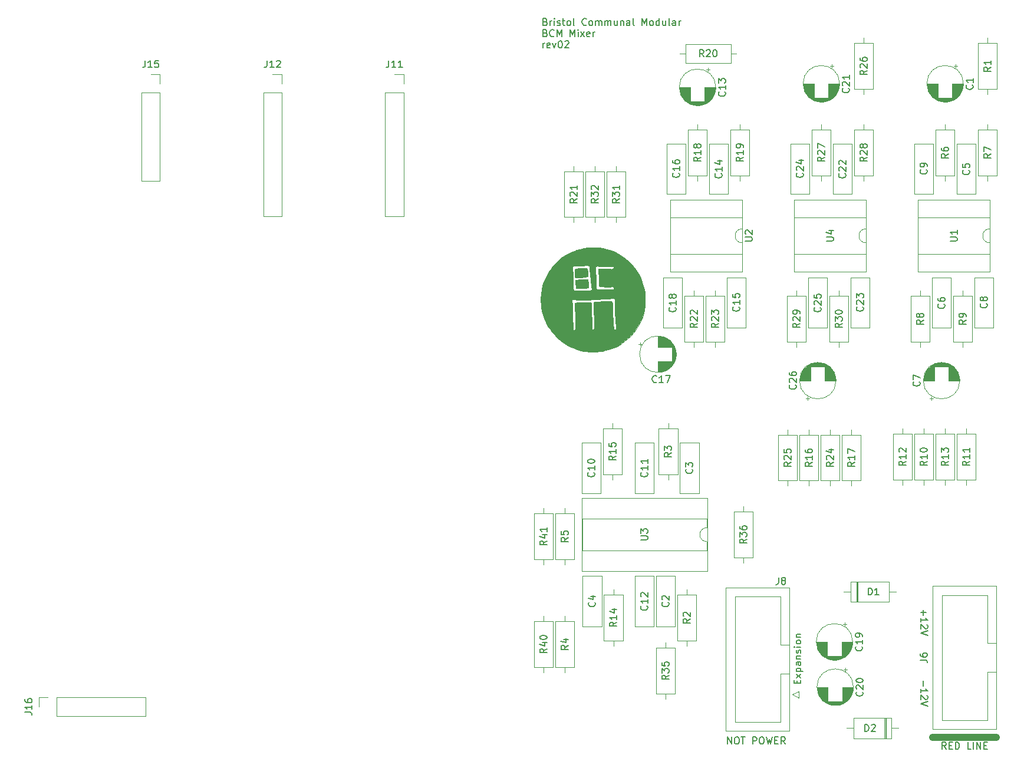
<source format=gto>
%TF.GenerationSoftware,KiCad,Pcbnew,8.0.8*%
%TF.CreationDate,2025-02-16T22:07:09+00:00*%
%TF.ProjectId,bcm-mixer,62636d2d-6d69-4786-9572-2e6b69636164,rev02*%
%TF.SameCoordinates,Original*%
%TF.FileFunction,Legend,Top*%
%TF.FilePolarity,Positive*%
%FSLAX46Y46*%
G04 Gerber Fmt 4.6, Leading zero omitted, Abs format (unit mm)*
G04 Created by KiCad (PCBNEW 8.0.8) date 2025-02-16 22:07:09*
%MOMM*%
%LPD*%
G01*
G04 APERTURE LIST*
%ADD10C,0.150000*%
%ADD11C,0.120000*%
%ADD12C,0.010000*%
%ADD13C,1.000000*%
G04 APERTURE END LIST*
D10*
X143346009Y-150663220D02*
X143346009Y-150329887D01*
X143869819Y-150187030D02*
X143869819Y-150663220D01*
X143869819Y-150663220D02*
X142869819Y-150663220D01*
X142869819Y-150663220D02*
X142869819Y-150187030D01*
X143869819Y-149853696D02*
X143203152Y-149329887D01*
X143203152Y-149853696D02*
X143869819Y-149329887D01*
X143203152Y-148948934D02*
X144203152Y-148948934D01*
X143250771Y-148948934D02*
X143203152Y-148853696D01*
X143203152Y-148853696D02*
X143203152Y-148663220D01*
X143203152Y-148663220D02*
X143250771Y-148567982D01*
X143250771Y-148567982D02*
X143298390Y-148520363D01*
X143298390Y-148520363D02*
X143393628Y-148472744D01*
X143393628Y-148472744D02*
X143679342Y-148472744D01*
X143679342Y-148472744D02*
X143774580Y-148520363D01*
X143774580Y-148520363D02*
X143822200Y-148567982D01*
X143822200Y-148567982D02*
X143869819Y-148663220D01*
X143869819Y-148663220D02*
X143869819Y-148853696D01*
X143869819Y-148853696D02*
X143822200Y-148948934D01*
X143869819Y-147615601D02*
X143346009Y-147615601D01*
X143346009Y-147615601D02*
X143250771Y-147663220D01*
X143250771Y-147663220D02*
X143203152Y-147758458D01*
X143203152Y-147758458D02*
X143203152Y-147948934D01*
X143203152Y-147948934D02*
X143250771Y-148044172D01*
X143822200Y-147615601D02*
X143869819Y-147710839D01*
X143869819Y-147710839D02*
X143869819Y-147948934D01*
X143869819Y-147948934D02*
X143822200Y-148044172D01*
X143822200Y-148044172D02*
X143726961Y-148091791D01*
X143726961Y-148091791D02*
X143631723Y-148091791D01*
X143631723Y-148091791D02*
X143536485Y-148044172D01*
X143536485Y-148044172D02*
X143488866Y-147948934D01*
X143488866Y-147948934D02*
X143488866Y-147710839D01*
X143488866Y-147710839D02*
X143441247Y-147615601D01*
X143203152Y-147139410D02*
X143869819Y-147139410D01*
X143298390Y-147139410D02*
X143250771Y-147091791D01*
X143250771Y-147091791D02*
X143203152Y-146996553D01*
X143203152Y-146996553D02*
X143203152Y-146853696D01*
X143203152Y-146853696D02*
X143250771Y-146758458D01*
X143250771Y-146758458D02*
X143346009Y-146710839D01*
X143346009Y-146710839D02*
X143869819Y-146710839D01*
X143822200Y-146282267D02*
X143869819Y-146187029D01*
X143869819Y-146187029D02*
X143869819Y-145996553D01*
X143869819Y-145996553D02*
X143822200Y-145901315D01*
X143822200Y-145901315D02*
X143726961Y-145853696D01*
X143726961Y-145853696D02*
X143679342Y-145853696D01*
X143679342Y-145853696D02*
X143584104Y-145901315D01*
X143584104Y-145901315D02*
X143536485Y-145996553D01*
X143536485Y-145996553D02*
X143536485Y-146139410D01*
X143536485Y-146139410D02*
X143488866Y-146234648D01*
X143488866Y-146234648D02*
X143393628Y-146282267D01*
X143393628Y-146282267D02*
X143346009Y-146282267D01*
X143346009Y-146282267D02*
X143250771Y-146234648D01*
X143250771Y-146234648D02*
X143203152Y-146139410D01*
X143203152Y-146139410D02*
X143203152Y-145996553D01*
X143203152Y-145996553D02*
X143250771Y-145901315D01*
X143869819Y-145425124D02*
X143203152Y-145425124D01*
X142869819Y-145425124D02*
X142917438Y-145472743D01*
X142917438Y-145472743D02*
X142965057Y-145425124D01*
X142965057Y-145425124D02*
X142917438Y-145377505D01*
X142917438Y-145377505D02*
X142869819Y-145425124D01*
X142869819Y-145425124D02*
X142965057Y-145425124D01*
X143869819Y-144806077D02*
X143822200Y-144901315D01*
X143822200Y-144901315D02*
X143774580Y-144948934D01*
X143774580Y-144948934D02*
X143679342Y-144996553D01*
X143679342Y-144996553D02*
X143393628Y-144996553D01*
X143393628Y-144996553D02*
X143298390Y-144948934D01*
X143298390Y-144948934D02*
X143250771Y-144901315D01*
X143250771Y-144901315D02*
X143203152Y-144806077D01*
X143203152Y-144806077D02*
X143203152Y-144663220D01*
X143203152Y-144663220D02*
X143250771Y-144567982D01*
X143250771Y-144567982D02*
X143298390Y-144520363D01*
X143298390Y-144520363D02*
X143393628Y-144472744D01*
X143393628Y-144472744D02*
X143679342Y-144472744D01*
X143679342Y-144472744D02*
X143774580Y-144520363D01*
X143774580Y-144520363D02*
X143822200Y-144567982D01*
X143822200Y-144567982D02*
X143869819Y-144663220D01*
X143869819Y-144663220D02*
X143869819Y-144806077D01*
X143203152Y-144044172D02*
X143869819Y-144044172D01*
X143298390Y-144044172D02*
X143250771Y-143996553D01*
X143250771Y-143996553D02*
X143203152Y-143901315D01*
X143203152Y-143901315D02*
X143203152Y-143758458D01*
X143203152Y-143758458D02*
X143250771Y-143663220D01*
X143250771Y-143663220D02*
X143346009Y-143615601D01*
X143346009Y-143615601D02*
X143869819Y-143615601D01*
X133336779Y-159369819D02*
X133336779Y-158369819D01*
X133336779Y-158369819D02*
X133908207Y-159369819D01*
X133908207Y-159369819D02*
X133908207Y-158369819D01*
X134574874Y-158369819D02*
X134765350Y-158369819D01*
X134765350Y-158369819D02*
X134860588Y-158417438D01*
X134860588Y-158417438D02*
X134955826Y-158512676D01*
X134955826Y-158512676D02*
X135003445Y-158703152D01*
X135003445Y-158703152D02*
X135003445Y-159036485D01*
X135003445Y-159036485D02*
X134955826Y-159226961D01*
X134955826Y-159226961D02*
X134860588Y-159322200D01*
X134860588Y-159322200D02*
X134765350Y-159369819D01*
X134765350Y-159369819D02*
X134574874Y-159369819D01*
X134574874Y-159369819D02*
X134479636Y-159322200D01*
X134479636Y-159322200D02*
X134384398Y-159226961D01*
X134384398Y-159226961D02*
X134336779Y-159036485D01*
X134336779Y-159036485D02*
X134336779Y-158703152D01*
X134336779Y-158703152D02*
X134384398Y-158512676D01*
X134384398Y-158512676D02*
X134479636Y-158417438D01*
X134479636Y-158417438D02*
X134574874Y-158369819D01*
X135289160Y-158369819D02*
X135860588Y-158369819D01*
X135574874Y-159369819D02*
X135574874Y-158369819D01*
X136955827Y-159369819D02*
X136955827Y-158369819D01*
X136955827Y-158369819D02*
X137336779Y-158369819D01*
X137336779Y-158369819D02*
X137432017Y-158417438D01*
X137432017Y-158417438D02*
X137479636Y-158465057D01*
X137479636Y-158465057D02*
X137527255Y-158560295D01*
X137527255Y-158560295D02*
X137527255Y-158703152D01*
X137527255Y-158703152D02*
X137479636Y-158798390D01*
X137479636Y-158798390D02*
X137432017Y-158846009D01*
X137432017Y-158846009D02*
X137336779Y-158893628D01*
X137336779Y-158893628D02*
X136955827Y-158893628D01*
X138146303Y-158369819D02*
X138336779Y-158369819D01*
X138336779Y-158369819D02*
X138432017Y-158417438D01*
X138432017Y-158417438D02*
X138527255Y-158512676D01*
X138527255Y-158512676D02*
X138574874Y-158703152D01*
X138574874Y-158703152D02*
X138574874Y-159036485D01*
X138574874Y-159036485D02*
X138527255Y-159226961D01*
X138527255Y-159226961D02*
X138432017Y-159322200D01*
X138432017Y-159322200D02*
X138336779Y-159369819D01*
X138336779Y-159369819D02*
X138146303Y-159369819D01*
X138146303Y-159369819D02*
X138051065Y-159322200D01*
X138051065Y-159322200D02*
X137955827Y-159226961D01*
X137955827Y-159226961D02*
X137908208Y-159036485D01*
X137908208Y-159036485D02*
X137908208Y-158703152D01*
X137908208Y-158703152D02*
X137955827Y-158512676D01*
X137955827Y-158512676D02*
X138051065Y-158417438D01*
X138051065Y-158417438D02*
X138146303Y-158369819D01*
X138908208Y-158369819D02*
X139146303Y-159369819D01*
X139146303Y-159369819D02*
X139336779Y-158655533D01*
X139336779Y-158655533D02*
X139527255Y-159369819D01*
X139527255Y-159369819D02*
X139765351Y-158369819D01*
X140146303Y-158846009D02*
X140479636Y-158846009D01*
X140622493Y-159369819D02*
X140146303Y-159369819D01*
X140146303Y-159369819D02*
X140146303Y-158369819D01*
X140146303Y-158369819D02*
X140622493Y-158369819D01*
X141622493Y-159369819D02*
X141289160Y-158893628D01*
X141051065Y-159369819D02*
X141051065Y-158369819D01*
X141051065Y-158369819D02*
X141432017Y-158369819D01*
X141432017Y-158369819D02*
X141527255Y-158417438D01*
X141527255Y-158417438D02*
X141574874Y-158465057D01*
X141574874Y-158465057D02*
X141622493Y-158560295D01*
X141622493Y-158560295D02*
X141622493Y-158703152D01*
X141622493Y-158703152D02*
X141574874Y-158798390D01*
X141574874Y-158798390D02*
X141527255Y-158846009D01*
X141527255Y-158846009D02*
X141432017Y-158893628D01*
X141432017Y-158893628D02*
X141051065Y-158893628D01*
X107170112Y-55626121D02*
X107312969Y-55673740D01*
X107312969Y-55673740D02*
X107360588Y-55721359D01*
X107360588Y-55721359D02*
X107408207Y-55816597D01*
X107408207Y-55816597D02*
X107408207Y-55959454D01*
X107408207Y-55959454D02*
X107360588Y-56054692D01*
X107360588Y-56054692D02*
X107312969Y-56102312D01*
X107312969Y-56102312D02*
X107217731Y-56149931D01*
X107217731Y-56149931D02*
X106836779Y-56149931D01*
X106836779Y-56149931D02*
X106836779Y-55149931D01*
X106836779Y-55149931D02*
X107170112Y-55149931D01*
X107170112Y-55149931D02*
X107265350Y-55197550D01*
X107265350Y-55197550D02*
X107312969Y-55245169D01*
X107312969Y-55245169D02*
X107360588Y-55340407D01*
X107360588Y-55340407D02*
X107360588Y-55435645D01*
X107360588Y-55435645D02*
X107312969Y-55530883D01*
X107312969Y-55530883D02*
X107265350Y-55578502D01*
X107265350Y-55578502D02*
X107170112Y-55626121D01*
X107170112Y-55626121D02*
X106836779Y-55626121D01*
X107836779Y-56149931D02*
X107836779Y-55483264D01*
X107836779Y-55673740D02*
X107884398Y-55578502D01*
X107884398Y-55578502D02*
X107932017Y-55530883D01*
X107932017Y-55530883D02*
X108027255Y-55483264D01*
X108027255Y-55483264D02*
X108122493Y-55483264D01*
X108455827Y-56149931D02*
X108455827Y-55483264D01*
X108455827Y-55149931D02*
X108408208Y-55197550D01*
X108408208Y-55197550D02*
X108455827Y-55245169D01*
X108455827Y-55245169D02*
X108503446Y-55197550D01*
X108503446Y-55197550D02*
X108455827Y-55149931D01*
X108455827Y-55149931D02*
X108455827Y-55245169D01*
X108884398Y-56102312D02*
X108979636Y-56149931D01*
X108979636Y-56149931D02*
X109170112Y-56149931D01*
X109170112Y-56149931D02*
X109265350Y-56102312D01*
X109265350Y-56102312D02*
X109312969Y-56007073D01*
X109312969Y-56007073D02*
X109312969Y-55959454D01*
X109312969Y-55959454D02*
X109265350Y-55864216D01*
X109265350Y-55864216D02*
X109170112Y-55816597D01*
X109170112Y-55816597D02*
X109027255Y-55816597D01*
X109027255Y-55816597D02*
X108932017Y-55768978D01*
X108932017Y-55768978D02*
X108884398Y-55673740D01*
X108884398Y-55673740D02*
X108884398Y-55626121D01*
X108884398Y-55626121D02*
X108932017Y-55530883D01*
X108932017Y-55530883D02*
X109027255Y-55483264D01*
X109027255Y-55483264D02*
X109170112Y-55483264D01*
X109170112Y-55483264D02*
X109265350Y-55530883D01*
X109598684Y-55483264D02*
X109979636Y-55483264D01*
X109741541Y-55149931D02*
X109741541Y-56007073D01*
X109741541Y-56007073D02*
X109789160Y-56102312D01*
X109789160Y-56102312D02*
X109884398Y-56149931D01*
X109884398Y-56149931D02*
X109979636Y-56149931D01*
X110455827Y-56149931D02*
X110360589Y-56102312D01*
X110360589Y-56102312D02*
X110312970Y-56054692D01*
X110312970Y-56054692D02*
X110265351Y-55959454D01*
X110265351Y-55959454D02*
X110265351Y-55673740D01*
X110265351Y-55673740D02*
X110312970Y-55578502D01*
X110312970Y-55578502D02*
X110360589Y-55530883D01*
X110360589Y-55530883D02*
X110455827Y-55483264D01*
X110455827Y-55483264D02*
X110598684Y-55483264D01*
X110598684Y-55483264D02*
X110693922Y-55530883D01*
X110693922Y-55530883D02*
X110741541Y-55578502D01*
X110741541Y-55578502D02*
X110789160Y-55673740D01*
X110789160Y-55673740D02*
X110789160Y-55959454D01*
X110789160Y-55959454D02*
X110741541Y-56054692D01*
X110741541Y-56054692D02*
X110693922Y-56102312D01*
X110693922Y-56102312D02*
X110598684Y-56149931D01*
X110598684Y-56149931D02*
X110455827Y-56149931D01*
X111360589Y-56149931D02*
X111265351Y-56102312D01*
X111265351Y-56102312D02*
X111217732Y-56007073D01*
X111217732Y-56007073D02*
X111217732Y-55149931D01*
X113074875Y-56054692D02*
X113027256Y-56102312D01*
X113027256Y-56102312D02*
X112884399Y-56149931D01*
X112884399Y-56149931D02*
X112789161Y-56149931D01*
X112789161Y-56149931D02*
X112646304Y-56102312D01*
X112646304Y-56102312D02*
X112551066Y-56007073D01*
X112551066Y-56007073D02*
X112503447Y-55911835D01*
X112503447Y-55911835D02*
X112455828Y-55721359D01*
X112455828Y-55721359D02*
X112455828Y-55578502D01*
X112455828Y-55578502D02*
X112503447Y-55388026D01*
X112503447Y-55388026D02*
X112551066Y-55292788D01*
X112551066Y-55292788D02*
X112646304Y-55197550D01*
X112646304Y-55197550D02*
X112789161Y-55149931D01*
X112789161Y-55149931D02*
X112884399Y-55149931D01*
X112884399Y-55149931D02*
X113027256Y-55197550D01*
X113027256Y-55197550D02*
X113074875Y-55245169D01*
X113646304Y-56149931D02*
X113551066Y-56102312D01*
X113551066Y-56102312D02*
X113503447Y-56054692D01*
X113503447Y-56054692D02*
X113455828Y-55959454D01*
X113455828Y-55959454D02*
X113455828Y-55673740D01*
X113455828Y-55673740D02*
X113503447Y-55578502D01*
X113503447Y-55578502D02*
X113551066Y-55530883D01*
X113551066Y-55530883D02*
X113646304Y-55483264D01*
X113646304Y-55483264D02*
X113789161Y-55483264D01*
X113789161Y-55483264D02*
X113884399Y-55530883D01*
X113884399Y-55530883D02*
X113932018Y-55578502D01*
X113932018Y-55578502D02*
X113979637Y-55673740D01*
X113979637Y-55673740D02*
X113979637Y-55959454D01*
X113979637Y-55959454D02*
X113932018Y-56054692D01*
X113932018Y-56054692D02*
X113884399Y-56102312D01*
X113884399Y-56102312D02*
X113789161Y-56149931D01*
X113789161Y-56149931D02*
X113646304Y-56149931D01*
X114408209Y-56149931D02*
X114408209Y-55483264D01*
X114408209Y-55578502D02*
X114455828Y-55530883D01*
X114455828Y-55530883D02*
X114551066Y-55483264D01*
X114551066Y-55483264D02*
X114693923Y-55483264D01*
X114693923Y-55483264D02*
X114789161Y-55530883D01*
X114789161Y-55530883D02*
X114836780Y-55626121D01*
X114836780Y-55626121D02*
X114836780Y-56149931D01*
X114836780Y-55626121D02*
X114884399Y-55530883D01*
X114884399Y-55530883D02*
X114979637Y-55483264D01*
X114979637Y-55483264D02*
X115122494Y-55483264D01*
X115122494Y-55483264D02*
X115217733Y-55530883D01*
X115217733Y-55530883D02*
X115265352Y-55626121D01*
X115265352Y-55626121D02*
X115265352Y-56149931D01*
X115741542Y-56149931D02*
X115741542Y-55483264D01*
X115741542Y-55578502D02*
X115789161Y-55530883D01*
X115789161Y-55530883D02*
X115884399Y-55483264D01*
X115884399Y-55483264D02*
X116027256Y-55483264D01*
X116027256Y-55483264D02*
X116122494Y-55530883D01*
X116122494Y-55530883D02*
X116170113Y-55626121D01*
X116170113Y-55626121D02*
X116170113Y-56149931D01*
X116170113Y-55626121D02*
X116217732Y-55530883D01*
X116217732Y-55530883D02*
X116312970Y-55483264D01*
X116312970Y-55483264D02*
X116455827Y-55483264D01*
X116455827Y-55483264D02*
X116551066Y-55530883D01*
X116551066Y-55530883D02*
X116598685Y-55626121D01*
X116598685Y-55626121D02*
X116598685Y-56149931D01*
X117503446Y-55483264D02*
X117503446Y-56149931D01*
X117074875Y-55483264D02*
X117074875Y-56007073D01*
X117074875Y-56007073D02*
X117122494Y-56102312D01*
X117122494Y-56102312D02*
X117217732Y-56149931D01*
X117217732Y-56149931D02*
X117360589Y-56149931D01*
X117360589Y-56149931D02*
X117455827Y-56102312D01*
X117455827Y-56102312D02*
X117503446Y-56054692D01*
X117979637Y-55483264D02*
X117979637Y-56149931D01*
X117979637Y-55578502D02*
X118027256Y-55530883D01*
X118027256Y-55530883D02*
X118122494Y-55483264D01*
X118122494Y-55483264D02*
X118265351Y-55483264D01*
X118265351Y-55483264D02*
X118360589Y-55530883D01*
X118360589Y-55530883D02*
X118408208Y-55626121D01*
X118408208Y-55626121D02*
X118408208Y-56149931D01*
X119312970Y-56149931D02*
X119312970Y-55626121D01*
X119312970Y-55626121D02*
X119265351Y-55530883D01*
X119265351Y-55530883D02*
X119170113Y-55483264D01*
X119170113Y-55483264D02*
X118979637Y-55483264D01*
X118979637Y-55483264D02*
X118884399Y-55530883D01*
X119312970Y-56102312D02*
X119217732Y-56149931D01*
X119217732Y-56149931D02*
X118979637Y-56149931D01*
X118979637Y-56149931D02*
X118884399Y-56102312D01*
X118884399Y-56102312D02*
X118836780Y-56007073D01*
X118836780Y-56007073D02*
X118836780Y-55911835D01*
X118836780Y-55911835D02*
X118884399Y-55816597D01*
X118884399Y-55816597D02*
X118979637Y-55768978D01*
X118979637Y-55768978D02*
X119217732Y-55768978D01*
X119217732Y-55768978D02*
X119312970Y-55721359D01*
X119932018Y-56149931D02*
X119836780Y-56102312D01*
X119836780Y-56102312D02*
X119789161Y-56007073D01*
X119789161Y-56007073D02*
X119789161Y-55149931D01*
X121074876Y-56149931D02*
X121074876Y-55149931D01*
X121074876Y-55149931D02*
X121408209Y-55864216D01*
X121408209Y-55864216D02*
X121741542Y-55149931D01*
X121741542Y-55149931D02*
X121741542Y-56149931D01*
X122360590Y-56149931D02*
X122265352Y-56102312D01*
X122265352Y-56102312D02*
X122217733Y-56054692D01*
X122217733Y-56054692D02*
X122170114Y-55959454D01*
X122170114Y-55959454D02*
X122170114Y-55673740D01*
X122170114Y-55673740D02*
X122217733Y-55578502D01*
X122217733Y-55578502D02*
X122265352Y-55530883D01*
X122265352Y-55530883D02*
X122360590Y-55483264D01*
X122360590Y-55483264D02*
X122503447Y-55483264D01*
X122503447Y-55483264D02*
X122598685Y-55530883D01*
X122598685Y-55530883D02*
X122646304Y-55578502D01*
X122646304Y-55578502D02*
X122693923Y-55673740D01*
X122693923Y-55673740D02*
X122693923Y-55959454D01*
X122693923Y-55959454D02*
X122646304Y-56054692D01*
X122646304Y-56054692D02*
X122598685Y-56102312D01*
X122598685Y-56102312D02*
X122503447Y-56149931D01*
X122503447Y-56149931D02*
X122360590Y-56149931D01*
X123551066Y-56149931D02*
X123551066Y-55149931D01*
X123551066Y-56102312D02*
X123455828Y-56149931D01*
X123455828Y-56149931D02*
X123265352Y-56149931D01*
X123265352Y-56149931D02*
X123170114Y-56102312D01*
X123170114Y-56102312D02*
X123122495Y-56054692D01*
X123122495Y-56054692D02*
X123074876Y-55959454D01*
X123074876Y-55959454D02*
X123074876Y-55673740D01*
X123074876Y-55673740D02*
X123122495Y-55578502D01*
X123122495Y-55578502D02*
X123170114Y-55530883D01*
X123170114Y-55530883D02*
X123265352Y-55483264D01*
X123265352Y-55483264D02*
X123455828Y-55483264D01*
X123455828Y-55483264D02*
X123551066Y-55530883D01*
X124455828Y-55483264D02*
X124455828Y-56149931D01*
X124027257Y-55483264D02*
X124027257Y-56007073D01*
X124027257Y-56007073D02*
X124074876Y-56102312D01*
X124074876Y-56102312D02*
X124170114Y-56149931D01*
X124170114Y-56149931D02*
X124312971Y-56149931D01*
X124312971Y-56149931D02*
X124408209Y-56102312D01*
X124408209Y-56102312D02*
X124455828Y-56054692D01*
X125074876Y-56149931D02*
X124979638Y-56102312D01*
X124979638Y-56102312D02*
X124932019Y-56007073D01*
X124932019Y-56007073D02*
X124932019Y-55149931D01*
X125884400Y-56149931D02*
X125884400Y-55626121D01*
X125884400Y-55626121D02*
X125836781Y-55530883D01*
X125836781Y-55530883D02*
X125741543Y-55483264D01*
X125741543Y-55483264D02*
X125551067Y-55483264D01*
X125551067Y-55483264D02*
X125455829Y-55530883D01*
X125884400Y-56102312D02*
X125789162Y-56149931D01*
X125789162Y-56149931D02*
X125551067Y-56149931D01*
X125551067Y-56149931D02*
X125455829Y-56102312D01*
X125455829Y-56102312D02*
X125408210Y-56007073D01*
X125408210Y-56007073D02*
X125408210Y-55911835D01*
X125408210Y-55911835D02*
X125455829Y-55816597D01*
X125455829Y-55816597D02*
X125551067Y-55768978D01*
X125551067Y-55768978D02*
X125789162Y-55768978D01*
X125789162Y-55768978D02*
X125884400Y-55721359D01*
X126360591Y-56149931D02*
X126360591Y-55483264D01*
X126360591Y-55673740D02*
X126408210Y-55578502D01*
X126408210Y-55578502D02*
X126455829Y-55530883D01*
X126455829Y-55530883D02*
X126551067Y-55483264D01*
X126551067Y-55483264D02*
X126646305Y-55483264D01*
X107170112Y-57236065D02*
X107312969Y-57283684D01*
X107312969Y-57283684D02*
X107360588Y-57331303D01*
X107360588Y-57331303D02*
X107408207Y-57426541D01*
X107408207Y-57426541D02*
X107408207Y-57569398D01*
X107408207Y-57569398D02*
X107360588Y-57664636D01*
X107360588Y-57664636D02*
X107312969Y-57712256D01*
X107312969Y-57712256D02*
X107217731Y-57759875D01*
X107217731Y-57759875D02*
X106836779Y-57759875D01*
X106836779Y-57759875D02*
X106836779Y-56759875D01*
X106836779Y-56759875D02*
X107170112Y-56759875D01*
X107170112Y-56759875D02*
X107265350Y-56807494D01*
X107265350Y-56807494D02*
X107312969Y-56855113D01*
X107312969Y-56855113D02*
X107360588Y-56950351D01*
X107360588Y-56950351D02*
X107360588Y-57045589D01*
X107360588Y-57045589D02*
X107312969Y-57140827D01*
X107312969Y-57140827D02*
X107265350Y-57188446D01*
X107265350Y-57188446D02*
X107170112Y-57236065D01*
X107170112Y-57236065D02*
X106836779Y-57236065D01*
X108408207Y-57664636D02*
X108360588Y-57712256D01*
X108360588Y-57712256D02*
X108217731Y-57759875D01*
X108217731Y-57759875D02*
X108122493Y-57759875D01*
X108122493Y-57759875D02*
X107979636Y-57712256D01*
X107979636Y-57712256D02*
X107884398Y-57617017D01*
X107884398Y-57617017D02*
X107836779Y-57521779D01*
X107836779Y-57521779D02*
X107789160Y-57331303D01*
X107789160Y-57331303D02*
X107789160Y-57188446D01*
X107789160Y-57188446D02*
X107836779Y-56997970D01*
X107836779Y-56997970D02*
X107884398Y-56902732D01*
X107884398Y-56902732D02*
X107979636Y-56807494D01*
X107979636Y-56807494D02*
X108122493Y-56759875D01*
X108122493Y-56759875D02*
X108217731Y-56759875D01*
X108217731Y-56759875D02*
X108360588Y-56807494D01*
X108360588Y-56807494D02*
X108408207Y-56855113D01*
X108836779Y-57759875D02*
X108836779Y-56759875D01*
X108836779Y-56759875D02*
X109170112Y-57474160D01*
X109170112Y-57474160D02*
X109503445Y-56759875D01*
X109503445Y-56759875D02*
X109503445Y-57759875D01*
X110741541Y-57759875D02*
X110741541Y-56759875D01*
X110741541Y-56759875D02*
X111074874Y-57474160D01*
X111074874Y-57474160D02*
X111408207Y-56759875D01*
X111408207Y-56759875D02*
X111408207Y-57759875D01*
X111884398Y-57759875D02*
X111884398Y-57093208D01*
X111884398Y-56759875D02*
X111836779Y-56807494D01*
X111836779Y-56807494D02*
X111884398Y-56855113D01*
X111884398Y-56855113D02*
X111932017Y-56807494D01*
X111932017Y-56807494D02*
X111884398Y-56759875D01*
X111884398Y-56759875D02*
X111884398Y-56855113D01*
X112265350Y-57759875D02*
X112789159Y-57093208D01*
X112265350Y-57093208D02*
X112789159Y-57759875D01*
X113551064Y-57712256D02*
X113455826Y-57759875D01*
X113455826Y-57759875D02*
X113265350Y-57759875D01*
X113265350Y-57759875D02*
X113170112Y-57712256D01*
X113170112Y-57712256D02*
X113122493Y-57617017D01*
X113122493Y-57617017D02*
X113122493Y-57236065D01*
X113122493Y-57236065D02*
X113170112Y-57140827D01*
X113170112Y-57140827D02*
X113265350Y-57093208D01*
X113265350Y-57093208D02*
X113455826Y-57093208D01*
X113455826Y-57093208D02*
X113551064Y-57140827D01*
X113551064Y-57140827D02*
X113598683Y-57236065D01*
X113598683Y-57236065D02*
X113598683Y-57331303D01*
X113598683Y-57331303D02*
X113122493Y-57426541D01*
X114027255Y-57759875D02*
X114027255Y-57093208D01*
X114027255Y-57283684D02*
X114074874Y-57188446D01*
X114074874Y-57188446D02*
X114122493Y-57140827D01*
X114122493Y-57140827D02*
X114217731Y-57093208D01*
X114217731Y-57093208D02*
X114312969Y-57093208D01*
X106836779Y-59369819D02*
X106836779Y-58703152D01*
X106836779Y-58893628D02*
X106884398Y-58798390D01*
X106884398Y-58798390D02*
X106932017Y-58750771D01*
X106932017Y-58750771D02*
X107027255Y-58703152D01*
X107027255Y-58703152D02*
X107122493Y-58703152D01*
X107836779Y-59322200D02*
X107741541Y-59369819D01*
X107741541Y-59369819D02*
X107551065Y-59369819D01*
X107551065Y-59369819D02*
X107455827Y-59322200D01*
X107455827Y-59322200D02*
X107408208Y-59226961D01*
X107408208Y-59226961D02*
X107408208Y-58846009D01*
X107408208Y-58846009D02*
X107455827Y-58750771D01*
X107455827Y-58750771D02*
X107551065Y-58703152D01*
X107551065Y-58703152D02*
X107741541Y-58703152D01*
X107741541Y-58703152D02*
X107836779Y-58750771D01*
X107836779Y-58750771D02*
X107884398Y-58846009D01*
X107884398Y-58846009D02*
X107884398Y-58941247D01*
X107884398Y-58941247D02*
X107408208Y-59036485D01*
X108217732Y-58703152D02*
X108455827Y-59369819D01*
X108455827Y-59369819D02*
X108693922Y-58703152D01*
X109265351Y-58369819D02*
X109360589Y-58369819D01*
X109360589Y-58369819D02*
X109455827Y-58417438D01*
X109455827Y-58417438D02*
X109503446Y-58465057D01*
X109503446Y-58465057D02*
X109551065Y-58560295D01*
X109551065Y-58560295D02*
X109598684Y-58750771D01*
X109598684Y-58750771D02*
X109598684Y-58988866D01*
X109598684Y-58988866D02*
X109551065Y-59179342D01*
X109551065Y-59179342D02*
X109503446Y-59274580D01*
X109503446Y-59274580D02*
X109455827Y-59322200D01*
X109455827Y-59322200D02*
X109360589Y-59369819D01*
X109360589Y-59369819D02*
X109265351Y-59369819D01*
X109265351Y-59369819D02*
X109170113Y-59322200D01*
X109170113Y-59322200D02*
X109122494Y-59274580D01*
X109122494Y-59274580D02*
X109074875Y-59179342D01*
X109074875Y-59179342D02*
X109027256Y-58988866D01*
X109027256Y-58988866D02*
X109027256Y-58750771D01*
X109027256Y-58750771D02*
X109074875Y-58560295D01*
X109074875Y-58560295D02*
X109122494Y-58465057D01*
X109122494Y-58465057D02*
X109170113Y-58417438D01*
X109170113Y-58417438D02*
X109265351Y-58369819D01*
X109979637Y-58465057D02*
X110027256Y-58417438D01*
X110027256Y-58417438D02*
X110122494Y-58369819D01*
X110122494Y-58369819D02*
X110360589Y-58369819D01*
X110360589Y-58369819D02*
X110455827Y-58417438D01*
X110455827Y-58417438D02*
X110503446Y-58465057D01*
X110503446Y-58465057D02*
X110551065Y-58560295D01*
X110551065Y-58560295D02*
X110551065Y-58655533D01*
X110551065Y-58655533D02*
X110503446Y-58798390D01*
X110503446Y-58798390D02*
X109932018Y-59369819D01*
X109932018Y-59369819D02*
X110551065Y-59369819D01*
X124819580Y-139017666D02*
X124867200Y-139065285D01*
X124867200Y-139065285D02*
X124914819Y-139208142D01*
X124914819Y-139208142D02*
X124914819Y-139303380D01*
X124914819Y-139303380D02*
X124867200Y-139446237D01*
X124867200Y-139446237D02*
X124771961Y-139541475D01*
X124771961Y-139541475D02*
X124676723Y-139589094D01*
X124676723Y-139589094D02*
X124486247Y-139636713D01*
X124486247Y-139636713D02*
X124343390Y-139636713D01*
X124343390Y-139636713D02*
X124152914Y-139589094D01*
X124152914Y-139589094D02*
X124057676Y-139541475D01*
X124057676Y-139541475D02*
X123962438Y-139446237D01*
X123962438Y-139446237D02*
X123914819Y-139303380D01*
X123914819Y-139303380D02*
X123914819Y-139208142D01*
X123914819Y-139208142D02*
X123962438Y-139065285D01*
X123962438Y-139065285D02*
X124010057Y-139017666D01*
X124010057Y-138636713D02*
X123962438Y-138589094D01*
X123962438Y-138589094D02*
X123914819Y-138493856D01*
X123914819Y-138493856D02*
X123914819Y-138255761D01*
X123914819Y-138255761D02*
X123962438Y-138160523D01*
X123962438Y-138160523D02*
X124010057Y-138112904D01*
X124010057Y-138112904D02*
X124105295Y-138065285D01*
X124105295Y-138065285D02*
X124200533Y-138065285D01*
X124200533Y-138065285D02*
X124343390Y-138112904D01*
X124343390Y-138112904D02*
X124914819Y-138684332D01*
X124914819Y-138684332D02*
X124914819Y-138065285D01*
X165046819Y-118752857D02*
X164570628Y-119086190D01*
X165046819Y-119324285D02*
X164046819Y-119324285D01*
X164046819Y-119324285D02*
X164046819Y-118943333D01*
X164046819Y-118943333D02*
X164094438Y-118848095D01*
X164094438Y-118848095D02*
X164142057Y-118800476D01*
X164142057Y-118800476D02*
X164237295Y-118752857D01*
X164237295Y-118752857D02*
X164380152Y-118752857D01*
X164380152Y-118752857D02*
X164475390Y-118800476D01*
X164475390Y-118800476D02*
X164523009Y-118848095D01*
X164523009Y-118848095D02*
X164570628Y-118943333D01*
X164570628Y-118943333D02*
X164570628Y-119324285D01*
X165046819Y-117800476D02*
X165046819Y-118371904D01*
X165046819Y-118086190D02*
X164046819Y-118086190D01*
X164046819Y-118086190D02*
X164189676Y-118181428D01*
X164189676Y-118181428D02*
X164284914Y-118276666D01*
X164284914Y-118276666D02*
X164332533Y-118371904D01*
X164046819Y-117467142D02*
X164046819Y-116848095D01*
X164046819Y-116848095D02*
X164427771Y-117181428D01*
X164427771Y-117181428D02*
X164427771Y-117038571D01*
X164427771Y-117038571D02*
X164475390Y-116943333D01*
X164475390Y-116943333D02*
X164523009Y-116895714D01*
X164523009Y-116895714D02*
X164618247Y-116848095D01*
X164618247Y-116848095D02*
X164856342Y-116848095D01*
X164856342Y-116848095D02*
X164951580Y-116895714D01*
X164951580Y-116895714D02*
X164999200Y-116943333D01*
X164999200Y-116943333D02*
X165046819Y-117038571D01*
X165046819Y-117038571D02*
X165046819Y-117324285D01*
X165046819Y-117324285D02*
X164999200Y-117419523D01*
X164999200Y-117419523D02*
X164951580Y-117467142D01*
X140666666Y-135454819D02*
X140666666Y-136169104D01*
X140666666Y-136169104D02*
X140619047Y-136311961D01*
X140619047Y-136311961D02*
X140523809Y-136407200D01*
X140523809Y-136407200D02*
X140380952Y-136454819D01*
X140380952Y-136454819D02*
X140285714Y-136454819D01*
X141285714Y-135883390D02*
X141190476Y-135835771D01*
X141190476Y-135835771D02*
X141142857Y-135788152D01*
X141142857Y-135788152D02*
X141095238Y-135692914D01*
X141095238Y-135692914D02*
X141095238Y-135645295D01*
X141095238Y-135645295D02*
X141142857Y-135550057D01*
X141142857Y-135550057D02*
X141190476Y-135502438D01*
X141190476Y-135502438D02*
X141285714Y-135454819D01*
X141285714Y-135454819D02*
X141476190Y-135454819D01*
X141476190Y-135454819D02*
X141571428Y-135502438D01*
X141571428Y-135502438D02*
X141619047Y-135550057D01*
X141619047Y-135550057D02*
X141666666Y-135645295D01*
X141666666Y-135645295D02*
X141666666Y-135692914D01*
X141666666Y-135692914D02*
X141619047Y-135788152D01*
X141619047Y-135788152D02*
X141571428Y-135835771D01*
X141571428Y-135835771D02*
X141476190Y-135883390D01*
X141476190Y-135883390D02*
X141285714Y-135883390D01*
X141285714Y-135883390D02*
X141190476Y-135931009D01*
X141190476Y-135931009D02*
X141142857Y-135978628D01*
X141142857Y-135978628D02*
X141095238Y-136073866D01*
X141095238Y-136073866D02*
X141095238Y-136264342D01*
X141095238Y-136264342D02*
X141142857Y-136359580D01*
X141142857Y-136359580D02*
X141190476Y-136407200D01*
X141190476Y-136407200D02*
X141285714Y-136454819D01*
X141285714Y-136454819D02*
X141476190Y-136454819D01*
X141476190Y-136454819D02*
X141571428Y-136407200D01*
X141571428Y-136407200D02*
X141619047Y-136359580D01*
X141619047Y-136359580D02*
X141666666Y-136264342D01*
X141666666Y-136264342D02*
X141666666Y-136073866D01*
X141666666Y-136073866D02*
X141619047Y-135978628D01*
X141619047Y-135978628D02*
X141571428Y-135931009D01*
X141571428Y-135931009D02*
X141476190Y-135883390D01*
X114754819Y-81033857D02*
X114278628Y-81367190D01*
X114754819Y-81605285D02*
X113754819Y-81605285D01*
X113754819Y-81605285D02*
X113754819Y-81224333D01*
X113754819Y-81224333D02*
X113802438Y-81129095D01*
X113802438Y-81129095D02*
X113850057Y-81081476D01*
X113850057Y-81081476D02*
X113945295Y-81033857D01*
X113945295Y-81033857D02*
X114088152Y-81033857D01*
X114088152Y-81033857D02*
X114183390Y-81081476D01*
X114183390Y-81081476D02*
X114231009Y-81129095D01*
X114231009Y-81129095D02*
X114278628Y-81224333D01*
X114278628Y-81224333D02*
X114278628Y-81605285D01*
X113754819Y-80700523D02*
X113754819Y-80081476D01*
X113754819Y-80081476D02*
X114135771Y-80414809D01*
X114135771Y-80414809D02*
X114135771Y-80271952D01*
X114135771Y-80271952D02*
X114183390Y-80176714D01*
X114183390Y-80176714D02*
X114231009Y-80129095D01*
X114231009Y-80129095D02*
X114326247Y-80081476D01*
X114326247Y-80081476D02*
X114564342Y-80081476D01*
X114564342Y-80081476D02*
X114659580Y-80129095D01*
X114659580Y-80129095D02*
X114707200Y-80176714D01*
X114707200Y-80176714D02*
X114754819Y-80271952D01*
X114754819Y-80271952D02*
X114754819Y-80557666D01*
X114754819Y-80557666D02*
X114707200Y-80652904D01*
X114707200Y-80652904D02*
X114659580Y-80700523D01*
X113850057Y-79700523D02*
X113802438Y-79652904D01*
X113802438Y-79652904D02*
X113754819Y-79557666D01*
X113754819Y-79557666D02*
X113754819Y-79319571D01*
X113754819Y-79319571D02*
X113802438Y-79224333D01*
X113802438Y-79224333D02*
X113850057Y-79176714D01*
X113850057Y-79176714D02*
X113945295Y-79129095D01*
X113945295Y-79129095D02*
X114040533Y-79129095D01*
X114040533Y-79129095D02*
X114183390Y-79176714D01*
X114183390Y-79176714D02*
X114754819Y-79748142D01*
X114754819Y-79748142D02*
X114754819Y-79129095D01*
X153362819Y-75064857D02*
X152886628Y-75398190D01*
X153362819Y-75636285D02*
X152362819Y-75636285D01*
X152362819Y-75636285D02*
X152362819Y-75255333D01*
X152362819Y-75255333D02*
X152410438Y-75160095D01*
X152410438Y-75160095D02*
X152458057Y-75112476D01*
X152458057Y-75112476D02*
X152553295Y-75064857D01*
X152553295Y-75064857D02*
X152696152Y-75064857D01*
X152696152Y-75064857D02*
X152791390Y-75112476D01*
X152791390Y-75112476D02*
X152839009Y-75160095D01*
X152839009Y-75160095D02*
X152886628Y-75255333D01*
X152886628Y-75255333D02*
X152886628Y-75636285D01*
X152458057Y-74683904D02*
X152410438Y-74636285D01*
X152410438Y-74636285D02*
X152362819Y-74541047D01*
X152362819Y-74541047D02*
X152362819Y-74302952D01*
X152362819Y-74302952D02*
X152410438Y-74207714D01*
X152410438Y-74207714D02*
X152458057Y-74160095D01*
X152458057Y-74160095D02*
X152553295Y-74112476D01*
X152553295Y-74112476D02*
X152648533Y-74112476D01*
X152648533Y-74112476D02*
X152791390Y-74160095D01*
X152791390Y-74160095D02*
X153362819Y-74731523D01*
X153362819Y-74731523D02*
X153362819Y-74112476D01*
X152791390Y-73541047D02*
X152743771Y-73636285D01*
X152743771Y-73636285D02*
X152696152Y-73683904D01*
X152696152Y-73683904D02*
X152600914Y-73731523D01*
X152600914Y-73731523D02*
X152553295Y-73731523D01*
X152553295Y-73731523D02*
X152458057Y-73683904D01*
X152458057Y-73683904D02*
X152410438Y-73636285D01*
X152410438Y-73636285D02*
X152362819Y-73541047D01*
X152362819Y-73541047D02*
X152362819Y-73350571D01*
X152362819Y-73350571D02*
X152410438Y-73255333D01*
X152410438Y-73255333D02*
X152458057Y-73207714D01*
X152458057Y-73207714D02*
X152553295Y-73160095D01*
X152553295Y-73160095D02*
X152600914Y-73160095D01*
X152600914Y-73160095D02*
X152696152Y-73207714D01*
X152696152Y-73207714D02*
X152743771Y-73255333D01*
X152743771Y-73255333D02*
X152791390Y-73350571D01*
X152791390Y-73350571D02*
X152791390Y-73541047D01*
X152791390Y-73541047D02*
X152839009Y-73636285D01*
X152839009Y-73636285D02*
X152886628Y-73683904D01*
X152886628Y-73683904D02*
X152981866Y-73731523D01*
X152981866Y-73731523D02*
X153172342Y-73731523D01*
X153172342Y-73731523D02*
X153267580Y-73683904D01*
X153267580Y-73683904D02*
X153315200Y-73636285D01*
X153315200Y-73636285D02*
X153362819Y-73541047D01*
X153362819Y-73541047D02*
X153362819Y-73350571D01*
X153362819Y-73350571D02*
X153315200Y-73255333D01*
X153315200Y-73255333D02*
X153267580Y-73207714D01*
X153267580Y-73207714D02*
X153172342Y-73160095D01*
X153172342Y-73160095D02*
X152981866Y-73160095D01*
X152981866Y-73160095D02*
X152886628Y-73207714D01*
X152886628Y-73207714D02*
X152839009Y-73255333D01*
X152839009Y-73255333D02*
X152791390Y-73350571D01*
X84690476Y-61184819D02*
X84690476Y-61899104D01*
X84690476Y-61899104D02*
X84642857Y-62041961D01*
X84642857Y-62041961D02*
X84547619Y-62137200D01*
X84547619Y-62137200D02*
X84404762Y-62184819D01*
X84404762Y-62184819D02*
X84309524Y-62184819D01*
X85690476Y-62184819D02*
X85119048Y-62184819D01*
X85404762Y-62184819D02*
X85404762Y-61184819D01*
X85404762Y-61184819D02*
X85309524Y-61327676D01*
X85309524Y-61327676D02*
X85214286Y-61422914D01*
X85214286Y-61422914D02*
X85119048Y-61470533D01*
X86642857Y-62184819D02*
X86071429Y-62184819D01*
X86357143Y-62184819D02*
X86357143Y-61184819D01*
X86357143Y-61184819D02*
X86261905Y-61327676D01*
X86261905Y-61327676D02*
X86166667Y-61422914D01*
X86166667Y-61422914D02*
X86071429Y-61470533D01*
X110436819Y-129706666D02*
X109960628Y-130039999D01*
X110436819Y-130278094D02*
X109436819Y-130278094D01*
X109436819Y-130278094D02*
X109436819Y-129897142D01*
X109436819Y-129897142D02*
X109484438Y-129801904D01*
X109484438Y-129801904D02*
X109532057Y-129754285D01*
X109532057Y-129754285D02*
X109627295Y-129706666D01*
X109627295Y-129706666D02*
X109770152Y-129706666D01*
X109770152Y-129706666D02*
X109865390Y-129754285D01*
X109865390Y-129754285D02*
X109913009Y-129801904D01*
X109913009Y-129801904D02*
X109960628Y-129897142D01*
X109960628Y-129897142D02*
X109960628Y-130278094D01*
X109436819Y-128801904D02*
X109436819Y-129278094D01*
X109436819Y-129278094D02*
X109913009Y-129325713D01*
X109913009Y-129325713D02*
X109865390Y-129278094D01*
X109865390Y-129278094D02*
X109817771Y-129182856D01*
X109817771Y-129182856D02*
X109817771Y-128944761D01*
X109817771Y-128944761D02*
X109865390Y-128849523D01*
X109865390Y-128849523D02*
X109913009Y-128801904D01*
X109913009Y-128801904D02*
X110008247Y-128754285D01*
X110008247Y-128754285D02*
X110246342Y-128754285D01*
X110246342Y-128754285D02*
X110341580Y-128801904D01*
X110341580Y-128801904D02*
X110389200Y-128849523D01*
X110389200Y-128849523D02*
X110436819Y-128944761D01*
X110436819Y-128944761D02*
X110436819Y-129182856D01*
X110436819Y-129182856D02*
X110389200Y-129278094D01*
X110389200Y-129278094D02*
X110341580Y-129325713D01*
X117802819Y-81033857D02*
X117326628Y-81367190D01*
X117802819Y-81605285D02*
X116802819Y-81605285D01*
X116802819Y-81605285D02*
X116802819Y-81224333D01*
X116802819Y-81224333D02*
X116850438Y-81129095D01*
X116850438Y-81129095D02*
X116898057Y-81081476D01*
X116898057Y-81081476D02*
X116993295Y-81033857D01*
X116993295Y-81033857D02*
X117136152Y-81033857D01*
X117136152Y-81033857D02*
X117231390Y-81081476D01*
X117231390Y-81081476D02*
X117279009Y-81129095D01*
X117279009Y-81129095D02*
X117326628Y-81224333D01*
X117326628Y-81224333D02*
X117326628Y-81605285D01*
X116802819Y-80700523D02*
X116802819Y-80081476D01*
X116802819Y-80081476D02*
X117183771Y-80414809D01*
X117183771Y-80414809D02*
X117183771Y-80271952D01*
X117183771Y-80271952D02*
X117231390Y-80176714D01*
X117231390Y-80176714D02*
X117279009Y-80129095D01*
X117279009Y-80129095D02*
X117374247Y-80081476D01*
X117374247Y-80081476D02*
X117612342Y-80081476D01*
X117612342Y-80081476D02*
X117707580Y-80129095D01*
X117707580Y-80129095D02*
X117755200Y-80176714D01*
X117755200Y-80176714D02*
X117802819Y-80271952D01*
X117802819Y-80271952D02*
X117802819Y-80557666D01*
X117802819Y-80557666D02*
X117755200Y-80652904D01*
X117755200Y-80652904D02*
X117707580Y-80700523D01*
X117802819Y-79129095D02*
X117802819Y-79700523D01*
X117802819Y-79414809D02*
X116802819Y-79414809D01*
X116802819Y-79414809D02*
X116945676Y-79510047D01*
X116945676Y-79510047D02*
X117040914Y-79605285D01*
X117040914Y-79605285D02*
X117088533Y-79700523D01*
X168094819Y-118752857D02*
X167618628Y-119086190D01*
X168094819Y-119324285D02*
X167094819Y-119324285D01*
X167094819Y-119324285D02*
X167094819Y-118943333D01*
X167094819Y-118943333D02*
X167142438Y-118848095D01*
X167142438Y-118848095D02*
X167190057Y-118800476D01*
X167190057Y-118800476D02*
X167285295Y-118752857D01*
X167285295Y-118752857D02*
X167428152Y-118752857D01*
X167428152Y-118752857D02*
X167523390Y-118800476D01*
X167523390Y-118800476D02*
X167571009Y-118848095D01*
X167571009Y-118848095D02*
X167618628Y-118943333D01*
X167618628Y-118943333D02*
X167618628Y-119324285D01*
X168094819Y-117800476D02*
X168094819Y-118371904D01*
X168094819Y-118086190D02*
X167094819Y-118086190D01*
X167094819Y-118086190D02*
X167237676Y-118181428D01*
X167237676Y-118181428D02*
X167332914Y-118276666D01*
X167332914Y-118276666D02*
X167380533Y-118371904D01*
X168094819Y-116848095D02*
X168094819Y-117419523D01*
X168094819Y-117133809D02*
X167094819Y-117133809D01*
X167094819Y-117133809D02*
X167237676Y-117229047D01*
X167237676Y-117229047D02*
X167332914Y-117324285D01*
X167332914Y-117324285D02*
X167380533Y-117419523D01*
X167999580Y-76954666D02*
X168047200Y-77002285D01*
X168047200Y-77002285D02*
X168094819Y-77145142D01*
X168094819Y-77145142D02*
X168094819Y-77240380D01*
X168094819Y-77240380D02*
X168047200Y-77383237D01*
X168047200Y-77383237D02*
X167951961Y-77478475D01*
X167951961Y-77478475D02*
X167856723Y-77526094D01*
X167856723Y-77526094D02*
X167666247Y-77573713D01*
X167666247Y-77573713D02*
X167523390Y-77573713D01*
X167523390Y-77573713D02*
X167332914Y-77526094D01*
X167332914Y-77526094D02*
X167237676Y-77478475D01*
X167237676Y-77478475D02*
X167142438Y-77383237D01*
X167142438Y-77383237D02*
X167094819Y-77240380D01*
X167094819Y-77240380D02*
X167094819Y-77145142D01*
X167094819Y-77145142D02*
X167142438Y-77002285D01*
X167142438Y-77002285D02*
X167190057Y-76954666D01*
X167094819Y-76049904D02*
X167094819Y-76526094D01*
X167094819Y-76526094D02*
X167571009Y-76573713D01*
X167571009Y-76573713D02*
X167523390Y-76526094D01*
X167523390Y-76526094D02*
X167475771Y-76430856D01*
X167475771Y-76430856D02*
X167475771Y-76192761D01*
X167475771Y-76192761D02*
X167523390Y-76097523D01*
X167523390Y-76097523D02*
X167571009Y-76049904D01*
X167571009Y-76049904D02*
X167666247Y-76002285D01*
X167666247Y-76002285D02*
X167904342Y-76002285D01*
X167904342Y-76002285D02*
X167999580Y-76049904D01*
X167999580Y-76049904D02*
X168047200Y-76097523D01*
X168047200Y-76097523D02*
X168094819Y-76192761D01*
X168094819Y-76192761D02*
X168094819Y-76430856D01*
X168094819Y-76430856D02*
X168047200Y-76526094D01*
X168047200Y-76526094D02*
X167999580Y-76573713D01*
X124914819Y-149486857D02*
X124438628Y-149820190D01*
X124914819Y-150058285D02*
X123914819Y-150058285D01*
X123914819Y-150058285D02*
X123914819Y-149677333D01*
X123914819Y-149677333D02*
X123962438Y-149582095D01*
X123962438Y-149582095D02*
X124010057Y-149534476D01*
X124010057Y-149534476D02*
X124105295Y-149486857D01*
X124105295Y-149486857D02*
X124248152Y-149486857D01*
X124248152Y-149486857D02*
X124343390Y-149534476D01*
X124343390Y-149534476D02*
X124391009Y-149582095D01*
X124391009Y-149582095D02*
X124438628Y-149677333D01*
X124438628Y-149677333D02*
X124438628Y-150058285D01*
X123914819Y-149153523D02*
X123914819Y-148534476D01*
X123914819Y-148534476D02*
X124295771Y-148867809D01*
X124295771Y-148867809D02*
X124295771Y-148724952D01*
X124295771Y-148724952D02*
X124343390Y-148629714D01*
X124343390Y-148629714D02*
X124391009Y-148582095D01*
X124391009Y-148582095D02*
X124486247Y-148534476D01*
X124486247Y-148534476D02*
X124724342Y-148534476D01*
X124724342Y-148534476D02*
X124819580Y-148582095D01*
X124819580Y-148582095D02*
X124867200Y-148629714D01*
X124867200Y-148629714D02*
X124914819Y-148724952D01*
X124914819Y-148724952D02*
X124914819Y-149010666D01*
X124914819Y-149010666D02*
X124867200Y-149105904D01*
X124867200Y-149105904D02*
X124819580Y-149153523D01*
X123914819Y-147629714D02*
X123914819Y-148105904D01*
X123914819Y-148105904D02*
X124391009Y-148153523D01*
X124391009Y-148153523D02*
X124343390Y-148105904D01*
X124343390Y-148105904D02*
X124295771Y-148010666D01*
X124295771Y-148010666D02*
X124295771Y-147772571D01*
X124295771Y-147772571D02*
X124343390Y-147677333D01*
X124343390Y-147677333D02*
X124391009Y-147629714D01*
X124391009Y-147629714D02*
X124486247Y-147582095D01*
X124486247Y-147582095D02*
X124724342Y-147582095D01*
X124724342Y-147582095D02*
X124819580Y-147629714D01*
X124819580Y-147629714D02*
X124867200Y-147677333D01*
X124867200Y-147677333D02*
X124914819Y-147772571D01*
X124914819Y-147772571D02*
X124914819Y-148010666D01*
X124914819Y-148010666D02*
X124867200Y-148105904D01*
X124867200Y-148105904D02*
X124819580Y-148153523D01*
X132439580Y-77430857D02*
X132487200Y-77478476D01*
X132487200Y-77478476D02*
X132534819Y-77621333D01*
X132534819Y-77621333D02*
X132534819Y-77716571D01*
X132534819Y-77716571D02*
X132487200Y-77859428D01*
X132487200Y-77859428D02*
X132391961Y-77954666D01*
X132391961Y-77954666D02*
X132296723Y-78002285D01*
X132296723Y-78002285D02*
X132106247Y-78049904D01*
X132106247Y-78049904D02*
X131963390Y-78049904D01*
X131963390Y-78049904D02*
X131772914Y-78002285D01*
X131772914Y-78002285D02*
X131677676Y-77954666D01*
X131677676Y-77954666D02*
X131582438Y-77859428D01*
X131582438Y-77859428D02*
X131534819Y-77716571D01*
X131534819Y-77716571D02*
X131534819Y-77621333D01*
X131534819Y-77621333D02*
X131582438Y-77478476D01*
X131582438Y-77478476D02*
X131630057Y-77430857D01*
X132534819Y-76478476D02*
X132534819Y-77049904D01*
X132534819Y-76764190D02*
X131534819Y-76764190D01*
X131534819Y-76764190D02*
X131677676Y-76859428D01*
X131677676Y-76859428D02*
X131772914Y-76954666D01*
X131772914Y-76954666D02*
X131820533Y-77049904D01*
X131868152Y-75621333D02*
X132534819Y-75621333D01*
X131487200Y-75859428D02*
X132201485Y-76097523D01*
X132201485Y-76097523D02*
X132201485Y-75478476D01*
X128978819Y-98940857D02*
X128502628Y-99274190D01*
X128978819Y-99512285D02*
X127978819Y-99512285D01*
X127978819Y-99512285D02*
X127978819Y-99131333D01*
X127978819Y-99131333D02*
X128026438Y-99036095D01*
X128026438Y-99036095D02*
X128074057Y-98988476D01*
X128074057Y-98988476D02*
X128169295Y-98940857D01*
X128169295Y-98940857D02*
X128312152Y-98940857D01*
X128312152Y-98940857D02*
X128407390Y-98988476D01*
X128407390Y-98988476D02*
X128455009Y-99036095D01*
X128455009Y-99036095D02*
X128502628Y-99131333D01*
X128502628Y-99131333D02*
X128502628Y-99512285D01*
X128074057Y-98559904D02*
X128026438Y-98512285D01*
X128026438Y-98512285D02*
X127978819Y-98417047D01*
X127978819Y-98417047D02*
X127978819Y-98178952D01*
X127978819Y-98178952D02*
X128026438Y-98083714D01*
X128026438Y-98083714D02*
X128074057Y-98036095D01*
X128074057Y-98036095D02*
X128169295Y-97988476D01*
X128169295Y-97988476D02*
X128264533Y-97988476D01*
X128264533Y-97988476D02*
X128407390Y-98036095D01*
X128407390Y-98036095D02*
X128978819Y-98607523D01*
X128978819Y-98607523D02*
X128978819Y-97988476D01*
X128074057Y-97607523D02*
X128026438Y-97559904D01*
X128026438Y-97559904D02*
X127978819Y-97464666D01*
X127978819Y-97464666D02*
X127978819Y-97226571D01*
X127978819Y-97226571D02*
X128026438Y-97131333D01*
X128026438Y-97131333D02*
X128074057Y-97083714D01*
X128074057Y-97083714D02*
X128169295Y-97036095D01*
X128169295Y-97036095D02*
X128264533Y-97036095D01*
X128264533Y-97036095D02*
X128407390Y-97083714D01*
X128407390Y-97083714D02*
X128978819Y-97655142D01*
X128978819Y-97655142D02*
X128978819Y-97036095D01*
X129913142Y-60652819D02*
X129579809Y-60176628D01*
X129341714Y-60652819D02*
X129341714Y-59652819D01*
X129341714Y-59652819D02*
X129722666Y-59652819D01*
X129722666Y-59652819D02*
X129817904Y-59700438D01*
X129817904Y-59700438D02*
X129865523Y-59748057D01*
X129865523Y-59748057D02*
X129913142Y-59843295D01*
X129913142Y-59843295D02*
X129913142Y-59986152D01*
X129913142Y-59986152D02*
X129865523Y-60081390D01*
X129865523Y-60081390D02*
X129817904Y-60129009D01*
X129817904Y-60129009D02*
X129722666Y-60176628D01*
X129722666Y-60176628D02*
X129341714Y-60176628D01*
X130294095Y-59748057D02*
X130341714Y-59700438D01*
X130341714Y-59700438D02*
X130436952Y-59652819D01*
X130436952Y-59652819D02*
X130675047Y-59652819D01*
X130675047Y-59652819D02*
X130770285Y-59700438D01*
X130770285Y-59700438D02*
X130817904Y-59748057D01*
X130817904Y-59748057D02*
X130865523Y-59843295D01*
X130865523Y-59843295D02*
X130865523Y-59938533D01*
X130865523Y-59938533D02*
X130817904Y-60081390D01*
X130817904Y-60081390D02*
X130246476Y-60652819D01*
X130246476Y-60652819D02*
X130865523Y-60652819D01*
X131484571Y-59652819D02*
X131579809Y-59652819D01*
X131579809Y-59652819D02*
X131675047Y-59700438D01*
X131675047Y-59700438D02*
X131722666Y-59748057D01*
X131722666Y-59748057D02*
X131770285Y-59843295D01*
X131770285Y-59843295D02*
X131817904Y-60033771D01*
X131817904Y-60033771D02*
X131817904Y-60271866D01*
X131817904Y-60271866D02*
X131770285Y-60462342D01*
X131770285Y-60462342D02*
X131722666Y-60557580D01*
X131722666Y-60557580D02*
X131675047Y-60605200D01*
X131675047Y-60605200D02*
X131579809Y-60652819D01*
X131579809Y-60652819D02*
X131484571Y-60652819D01*
X131484571Y-60652819D02*
X131389333Y-60605200D01*
X131389333Y-60605200D02*
X131341714Y-60557580D01*
X131341714Y-60557580D02*
X131294095Y-60462342D01*
X131294095Y-60462342D02*
X131246476Y-60271866D01*
X131246476Y-60271866D02*
X131246476Y-60033771D01*
X131246476Y-60033771D02*
X131294095Y-59843295D01*
X131294095Y-59843295D02*
X131341714Y-59748057D01*
X131341714Y-59748057D02*
X131389333Y-59700438D01*
X131389333Y-59700438D02*
X131484571Y-59652819D01*
X147536819Y-87121904D02*
X148346342Y-87121904D01*
X148346342Y-87121904D02*
X148441580Y-87074285D01*
X148441580Y-87074285D02*
X148489200Y-87026666D01*
X148489200Y-87026666D02*
X148536819Y-86931428D01*
X148536819Y-86931428D02*
X148536819Y-86740952D01*
X148536819Y-86740952D02*
X148489200Y-86645714D01*
X148489200Y-86645714D02*
X148441580Y-86598095D01*
X148441580Y-86598095D02*
X148346342Y-86550476D01*
X148346342Y-86550476D02*
X147536819Y-86550476D01*
X147870152Y-85645714D02*
X148536819Y-85645714D01*
X147489200Y-85883809D02*
X148203485Y-86121904D01*
X148203485Y-86121904D02*
X148203485Y-85502857D01*
X145488819Y-118879857D02*
X145012628Y-119213190D01*
X145488819Y-119451285D02*
X144488819Y-119451285D01*
X144488819Y-119451285D02*
X144488819Y-119070333D01*
X144488819Y-119070333D02*
X144536438Y-118975095D01*
X144536438Y-118975095D02*
X144584057Y-118927476D01*
X144584057Y-118927476D02*
X144679295Y-118879857D01*
X144679295Y-118879857D02*
X144822152Y-118879857D01*
X144822152Y-118879857D02*
X144917390Y-118927476D01*
X144917390Y-118927476D02*
X144965009Y-118975095D01*
X144965009Y-118975095D02*
X145012628Y-119070333D01*
X145012628Y-119070333D02*
X145012628Y-119451285D01*
X145488819Y-117927476D02*
X145488819Y-118498904D01*
X145488819Y-118213190D02*
X144488819Y-118213190D01*
X144488819Y-118213190D02*
X144631676Y-118308428D01*
X144631676Y-118308428D02*
X144726914Y-118403666D01*
X144726914Y-118403666D02*
X144774533Y-118498904D01*
X144488819Y-117070333D02*
X144488819Y-117260809D01*
X144488819Y-117260809D02*
X144536438Y-117356047D01*
X144536438Y-117356047D02*
X144584057Y-117403666D01*
X144584057Y-117403666D02*
X144726914Y-117498904D01*
X144726914Y-117498904D02*
X144917390Y-117546523D01*
X144917390Y-117546523D02*
X145298342Y-117546523D01*
X145298342Y-117546523D02*
X145393580Y-117498904D01*
X145393580Y-117498904D02*
X145441200Y-117451285D01*
X145441200Y-117451285D02*
X145488819Y-117356047D01*
X145488819Y-117356047D02*
X145488819Y-117165571D01*
X145488819Y-117165571D02*
X145441200Y-117070333D01*
X145441200Y-117070333D02*
X145393580Y-117022714D01*
X145393580Y-117022714D02*
X145298342Y-116975095D01*
X145298342Y-116975095D02*
X145060247Y-116975095D01*
X145060247Y-116975095D02*
X144965009Y-117022714D01*
X144965009Y-117022714D02*
X144917390Y-117070333D01*
X144917390Y-117070333D02*
X144869771Y-117165571D01*
X144869771Y-117165571D02*
X144869771Y-117356047D01*
X144869771Y-117356047D02*
X144917390Y-117451285D01*
X144917390Y-117451285D02*
X144965009Y-117498904D01*
X144965009Y-117498904D02*
X145060247Y-117546523D01*
X149806819Y-98940857D02*
X149330628Y-99274190D01*
X149806819Y-99512285D02*
X148806819Y-99512285D01*
X148806819Y-99512285D02*
X148806819Y-99131333D01*
X148806819Y-99131333D02*
X148854438Y-99036095D01*
X148854438Y-99036095D02*
X148902057Y-98988476D01*
X148902057Y-98988476D02*
X148997295Y-98940857D01*
X148997295Y-98940857D02*
X149140152Y-98940857D01*
X149140152Y-98940857D02*
X149235390Y-98988476D01*
X149235390Y-98988476D02*
X149283009Y-99036095D01*
X149283009Y-99036095D02*
X149330628Y-99131333D01*
X149330628Y-99131333D02*
X149330628Y-99512285D01*
X148806819Y-98607523D02*
X148806819Y-97988476D01*
X148806819Y-97988476D02*
X149187771Y-98321809D01*
X149187771Y-98321809D02*
X149187771Y-98178952D01*
X149187771Y-98178952D02*
X149235390Y-98083714D01*
X149235390Y-98083714D02*
X149283009Y-98036095D01*
X149283009Y-98036095D02*
X149378247Y-97988476D01*
X149378247Y-97988476D02*
X149616342Y-97988476D01*
X149616342Y-97988476D02*
X149711580Y-98036095D01*
X149711580Y-98036095D02*
X149759200Y-98083714D01*
X149759200Y-98083714D02*
X149806819Y-98178952D01*
X149806819Y-98178952D02*
X149806819Y-98464666D01*
X149806819Y-98464666D02*
X149759200Y-98559904D01*
X149759200Y-98559904D02*
X149711580Y-98607523D01*
X148806819Y-97369428D02*
X148806819Y-97274190D01*
X148806819Y-97274190D02*
X148854438Y-97178952D01*
X148854438Y-97178952D02*
X148902057Y-97131333D01*
X148902057Y-97131333D02*
X148997295Y-97083714D01*
X148997295Y-97083714D02*
X149187771Y-97036095D01*
X149187771Y-97036095D02*
X149425866Y-97036095D01*
X149425866Y-97036095D02*
X149616342Y-97083714D01*
X149616342Y-97083714D02*
X149711580Y-97131333D01*
X149711580Y-97131333D02*
X149759200Y-97178952D01*
X149759200Y-97178952D02*
X149806819Y-97274190D01*
X149806819Y-97274190D02*
X149806819Y-97369428D01*
X149806819Y-97369428D02*
X149759200Y-97464666D01*
X149759200Y-97464666D02*
X149711580Y-97512285D01*
X149711580Y-97512285D02*
X149616342Y-97559904D01*
X149616342Y-97559904D02*
X149425866Y-97607523D01*
X149425866Y-97607523D02*
X149187771Y-97607523D01*
X149187771Y-97607523D02*
X148997295Y-97559904D01*
X148997295Y-97559904D02*
X148902057Y-97512285D01*
X148902057Y-97512285D02*
X148854438Y-97464666D01*
X148854438Y-97464666D02*
X148806819Y-97369428D01*
X114278580Y-139017666D02*
X114326200Y-139065285D01*
X114326200Y-139065285D02*
X114373819Y-139208142D01*
X114373819Y-139208142D02*
X114373819Y-139303380D01*
X114373819Y-139303380D02*
X114326200Y-139446237D01*
X114326200Y-139446237D02*
X114230961Y-139541475D01*
X114230961Y-139541475D02*
X114135723Y-139589094D01*
X114135723Y-139589094D02*
X113945247Y-139636713D01*
X113945247Y-139636713D02*
X113802390Y-139636713D01*
X113802390Y-139636713D02*
X113611914Y-139589094D01*
X113611914Y-139589094D02*
X113516676Y-139541475D01*
X113516676Y-139541475D02*
X113421438Y-139446237D01*
X113421438Y-139446237D02*
X113373819Y-139303380D01*
X113373819Y-139303380D02*
X113373819Y-139208142D01*
X113373819Y-139208142D02*
X113421438Y-139065285D01*
X113421438Y-139065285D02*
X113469057Y-139017666D01*
X113707152Y-138160523D02*
X114373819Y-138160523D01*
X113326200Y-138398618D02*
X114040485Y-138636713D01*
X114040485Y-138636713D02*
X114040485Y-138017666D01*
X111706819Y-81033857D02*
X111230628Y-81367190D01*
X111706819Y-81605285D02*
X110706819Y-81605285D01*
X110706819Y-81605285D02*
X110706819Y-81224333D01*
X110706819Y-81224333D02*
X110754438Y-81129095D01*
X110754438Y-81129095D02*
X110802057Y-81081476D01*
X110802057Y-81081476D02*
X110897295Y-81033857D01*
X110897295Y-81033857D02*
X111040152Y-81033857D01*
X111040152Y-81033857D02*
X111135390Y-81081476D01*
X111135390Y-81081476D02*
X111183009Y-81129095D01*
X111183009Y-81129095D02*
X111230628Y-81224333D01*
X111230628Y-81224333D02*
X111230628Y-81605285D01*
X110802057Y-80652904D02*
X110754438Y-80605285D01*
X110754438Y-80605285D02*
X110706819Y-80510047D01*
X110706819Y-80510047D02*
X110706819Y-80271952D01*
X110706819Y-80271952D02*
X110754438Y-80176714D01*
X110754438Y-80176714D02*
X110802057Y-80129095D01*
X110802057Y-80129095D02*
X110897295Y-80081476D01*
X110897295Y-80081476D02*
X110992533Y-80081476D01*
X110992533Y-80081476D02*
X111135390Y-80129095D01*
X111135390Y-80129095D02*
X111706819Y-80700523D01*
X111706819Y-80700523D02*
X111706819Y-80081476D01*
X111706819Y-79129095D02*
X111706819Y-79700523D01*
X111706819Y-79414809D02*
X110706819Y-79414809D01*
X110706819Y-79414809D02*
X110849676Y-79510047D01*
X110849676Y-79510047D02*
X110944914Y-79605285D01*
X110944914Y-79605285D02*
X110992533Y-79700523D01*
X167586819Y-98464666D02*
X167110628Y-98797999D01*
X167586819Y-99036094D02*
X166586819Y-99036094D01*
X166586819Y-99036094D02*
X166586819Y-98655142D01*
X166586819Y-98655142D02*
X166634438Y-98559904D01*
X166634438Y-98559904D02*
X166682057Y-98512285D01*
X166682057Y-98512285D02*
X166777295Y-98464666D01*
X166777295Y-98464666D02*
X166920152Y-98464666D01*
X166920152Y-98464666D02*
X167015390Y-98512285D01*
X167015390Y-98512285D02*
X167063009Y-98559904D01*
X167063009Y-98559904D02*
X167110628Y-98655142D01*
X167110628Y-98655142D02*
X167110628Y-99036094D01*
X167586819Y-97988475D02*
X167586819Y-97797999D01*
X167586819Y-97797999D02*
X167539200Y-97702761D01*
X167539200Y-97702761D02*
X167491580Y-97655142D01*
X167491580Y-97655142D02*
X167348723Y-97559904D01*
X167348723Y-97559904D02*
X167158247Y-97512285D01*
X167158247Y-97512285D02*
X166777295Y-97512285D01*
X166777295Y-97512285D02*
X166682057Y-97559904D01*
X166682057Y-97559904D02*
X166634438Y-97607523D01*
X166634438Y-97607523D02*
X166586819Y-97702761D01*
X166586819Y-97702761D02*
X166586819Y-97893237D01*
X166586819Y-97893237D02*
X166634438Y-97988475D01*
X166634438Y-97988475D02*
X166682057Y-98036094D01*
X166682057Y-98036094D02*
X166777295Y-98083713D01*
X166777295Y-98083713D02*
X167015390Y-98083713D01*
X167015390Y-98083713D02*
X167110628Y-98036094D01*
X167110628Y-98036094D02*
X167158247Y-97988475D01*
X167158247Y-97988475D02*
X167205866Y-97893237D01*
X167205866Y-97893237D02*
X167205866Y-97702761D01*
X167205866Y-97702761D02*
X167158247Y-97607523D01*
X167158247Y-97607523D02*
X167110628Y-97559904D01*
X167110628Y-97559904D02*
X167015390Y-97512285D01*
X148536819Y-118879857D02*
X148060628Y-119213190D01*
X148536819Y-119451285D02*
X147536819Y-119451285D01*
X147536819Y-119451285D02*
X147536819Y-119070333D01*
X147536819Y-119070333D02*
X147584438Y-118975095D01*
X147584438Y-118975095D02*
X147632057Y-118927476D01*
X147632057Y-118927476D02*
X147727295Y-118879857D01*
X147727295Y-118879857D02*
X147870152Y-118879857D01*
X147870152Y-118879857D02*
X147965390Y-118927476D01*
X147965390Y-118927476D02*
X148013009Y-118975095D01*
X148013009Y-118975095D02*
X148060628Y-119070333D01*
X148060628Y-119070333D02*
X148060628Y-119451285D01*
X147632057Y-118498904D02*
X147584438Y-118451285D01*
X147584438Y-118451285D02*
X147536819Y-118356047D01*
X147536819Y-118356047D02*
X147536819Y-118117952D01*
X147536819Y-118117952D02*
X147584438Y-118022714D01*
X147584438Y-118022714D02*
X147632057Y-117975095D01*
X147632057Y-117975095D02*
X147727295Y-117927476D01*
X147727295Y-117927476D02*
X147822533Y-117927476D01*
X147822533Y-117927476D02*
X147965390Y-117975095D01*
X147965390Y-117975095D02*
X148536819Y-118546523D01*
X148536819Y-118546523D02*
X148536819Y-117927476D01*
X147870152Y-117070333D02*
X148536819Y-117070333D01*
X147489200Y-117308428D02*
X148203485Y-117546523D01*
X148203485Y-117546523D02*
X148203485Y-116927476D01*
X107388819Y-130182857D02*
X106912628Y-130516190D01*
X107388819Y-130754285D02*
X106388819Y-130754285D01*
X106388819Y-130754285D02*
X106388819Y-130373333D01*
X106388819Y-130373333D02*
X106436438Y-130278095D01*
X106436438Y-130278095D02*
X106484057Y-130230476D01*
X106484057Y-130230476D02*
X106579295Y-130182857D01*
X106579295Y-130182857D02*
X106722152Y-130182857D01*
X106722152Y-130182857D02*
X106817390Y-130230476D01*
X106817390Y-130230476D02*
X106865009Y-130278095D01*
X106865009Y-130278095D02*
X106912628Y-130373333D01*
X106912628Y-130373333D02*
X106912628Y-130754285D01*
X106722152Y-129325714D02*
X107388819Y-129325714D01*
X106341200Y-129563809D02*
X107055485Y-129801904D01*
X107055485Y-129801904D02*
X107055485Y-129182857D01*
X107388819Y-128278095D02*
X107388819Y-128849523D01*
X107388819Y-128563809D02*
X106388819Y-128563809D01*
X106388819Y-128563809D02*
X106531676Y-128659047D01*
X106531676Y-128659047D02*
X106626914Y-128754285D01*
X106626914Y-128754285D02*
X106674533Y-128849523D01*
X49690476Y-61184819D02*
X49690476Y-61899104D01*
X49690476Y-61899104D02*
X49642857Y-62041961D01*
X49642857Y-62041961D02*
X49547619Y-62137200D01*
X49547619Y-62137200D02*
X49404762Y-62184819D01*
X49404762Y-62184819D02*
X49309524Y-62184819D01*
X50690476Y-62184819D02*
X50119048Y-62184819D01*
X50404762Y-62184819D02*
X50404762Y-61184819D01*
X50404762Y-61184819D02*
X50309524Y-61327676D01*
X50309524Y-61327676D02*
X50214286Y-61422914D01*
X50214286Y-61422914D02*
X50119048Y-61470533D01*
X51595238Y-61184819D02*
X51119048Y-61184819D01*
X51119048Y-61184819D02*
X51071429Y-61661009D01*
X51071429Y-61661009D02*
X51119048Y-61613390D01*
X51119048Y-61613390D02*
X51214286Y-61565771D01*
X51214286Y-61565771D02*
X51452381Y-61565771D01*
X51452381Y-61565771D02*
X51547619Y-61613390D01*
X51547619Y-61613390D02*
X51595238Y-61661009D01*
X51595238Y-61661009D02*
X51642857Y-61756247D01*
X51642857Y-61756247D02*
X51642857Y-61994342D01*
X51642857Y-61994342D02*
X51595238Y-62089580D01*
X51595238Y-62089580D02*
X51547619Y-62137200D01*
X51547619Y-62137200D02*
X51452381Y-62184819D01*
X51452381Y-62184819D02*
X51214286Y-62184819D01*
X51214286Y-62184819D02*
X51119048Y-62137200D01*
X51119048Y-62137200D02*
X51071429Y-62089580D01*
X121771580Y-139533857D02*
X121819200Y-139581476D01*
X121819200Y-139581476D02*
X121866819Y-139724333D01*
X121866819Y-139724333D02*
X121866819Y-139819571D01*
X121866819Y-139819571D02*
X121819200Y-139962428D01*
X121819200Y-139962428D02*
X121723961Y-140057666D01*
X121723961Y-140057666D02*
X121628723Y-140105285D01*
X121628723Y-140105285D02*
X121438247Y-140152904D01*
X121438247Y-140152904D02*
X121295390Y-140152904D01*
X121295390Y-140152904D02*
X121104914Y-140105285D01*
X121104914Y-140105285D02*
X121009676Y-140057666D01*
X121009676Y-140057666D02*
X120914438Y-139962428D01*
X120914438Y-139962428D02*
X120866819Y-139819571D01*
X120866819Y-139819571D02*
X120866819Y-139724333D01*
X120866819Y-139724333D02*
X120914438Y-139581476D01*
X120914438Y-139581476D02*
X120962057Y-139533857D01*
X121866819Y-138581476D02*
X121866819Y-139152904D01*
X121866819Y-138867190D02*
X120866819Y-138867190D01*
X120866819Y-138867190D02*
X121009676Y-138962428D01*
X121009676Y-138962428D02*
X121104914Y-139057666D01*
X121104914Y-139057666D02*
X121152533Y-139152904D01*
X120962057Y-138200523D02*
X120914438Y-138152904D01*
X120914438Y-138152904D02*
X120866819Y-138057666D01*
X120866819Y-138057666D02*
X120866819Y-137819571D01*
X120866819Y-137819571D02*
X120914438Y-137724333D01*
X120914438Y-137724333D02*
X120962057Y-137676714D01*
X120962057Y-137676714D02*
X121057295Y-137629095D01*
X121057295Y-137629095D02*
X121152533Y-137629095D01*
X121152533Y-137629095D02*
X121295390Y-137676714D01*
X121295390Y-137676714D02*
X121866819Y-138248142D01*
X121866819Y-138248142D02*
X121866819Y-137629095D01*
X132026819Y-98940857D02*
X131550628Y-99274190D01*
X132026819Y-99512285D02*
X131026819Y-99512285D01*
X131026819Y-99512285D02*
X131026819Y-99131333D01*
X131026819Y-99131333D02*
X131074438Y-99036095D01*
X131074438Y-99036095D02*
X131122057Y-98988476D01*
X131122057Y-98988476D02*
X131217295Y-98940857D01*
X131217295Y-98940857D02*
X131360152Y-98940857D01*
X131360152Y-98940857D02*
X131455390Y-98988476D01*
X131455390Y-98988476D02*
X131503009Y-99036095D01*
X131503009Y-99036095D02*
X131550628Y-99131333D01*
X131550628Y-99131333D02*
X131550628Y-99512285D01*
X131122057Y-98559904D02*
X131074438Y-98512285D01*
X131074438Y-98512285D02*
X131026819Y-98417047D01*
X131026819Y-98417047D02*
X131026819Y-98178952D01*
X131026819Y-98178952D02*
X131074438Y-98083714D01*
X131074438Y-98083714D02*
X131122057Y-98036095D01*
X131122057Y-98036095D02*
X131217295Y-97988476D01*
X131217295Y-97988476D02*
X131312533Y-97988476D01*
X131312533Y-97988476D02*
X131455390Y-98036095D01*
X131455390Y-98036095D02*
X132026819Y-98607523D01*
X132026819Y-98607523D02*
X132026819Y-97988476D01*
X131026819Y-97655142D02*
X131026819Y-97036095D01*
X131026819Y-97036095D02*
X131407771Y-97369428D01*
X131407771Y-97369428D02*
X131407771Y-97226571D01*
X131407771Y-97226571D02*
X131455390Y-97131333D01*
X131455390Y-97131333D02*
X131503009Y-97083714D01*
X131503009Y-97083714D02*
X131598247Y-97036095D01*
X131598247Y-97036095D02*
X131836342Y-97036095D01*
X131836342Y-97036095D02*
X131931580Y-97083714D01*
X131931580Y-97083714D02*
X131979200Y-97131333D01*
X131979200Y-97131333D02*
X132026819Y-97226571D01*
X132026819Y-97226571D02*
X132026819Y-97512285D01*
X132026819Y-97512285D02*
X131979200Y-97607523D01*
X131979200Y-97607523D02*
X131931580Y-97655142D01*
X160998819Y-147294833D02*
X161713104Y-147294833D01*
X161713104Y-147294833D02*
X161855961Y-147342452D01*
X161855961Y-147342452D02*
X161951200Y-147437690D01*
X161951200Y-147437690D02*
X161998819Y-147580547D01*
X161998819Y-147580547D02*
X161998819Y-147675785D01*
X160998819Y-146390071D02*
X160998819Y-146580547D01*
X160998819Y-146580547D02*
X161046438Y-146675785D01*
X161046438Y-146675785D02*
X161094057Y-146723404D01*
X161094057Y-146723404D02*
X161236914Y-146818642D01*
X161236914Y-146818642D02*
X161427390Y-146866261D01*
X161427390Y-146866261D02*
X161808342Y-146866261D01*
X161808342Y-146866261D02*
X161903580Y-146818642D01*
X161903580Y-146818642D02*
X161951200Y-146771023D01*
X161951200Y-146771023D02*
X161998819Y-146675785D01*
X161998819Y-146675785D02*
X161998819Y-146485309D01*
X161998819Y-146485309D02*
X161951200Y-146390071D01*
X161951200Y-146390071D02*
X161903580Y-146342452D01*
X161903580Y-146342452D02*
X161808342Y-146294833D01*
X161808342Y-146294833D02*
X161570247Y-146294833D01*
X161570247Y-146294833D02*
X161475009Y-146342452D01*
X161475009Y-146342452D02*
X161427390Y-146390071D01*
X161427390Y-146390071D02*
X161379771Y-146485309D01*
X161379771Y-146485309D02*
X161379771Y-146675785D01*
X161379771Y-146675785D02*
X161427390Y-146771023D01*
X161427390Y-146771023D02*
X161475009Y-146818642D01*
X161475009Y-146818642D02*
X161570247Y-146866261D01*
X161470133Y-140097095D02*
X161470133Y-140859000D01*
X161089180Y-140478047D02*
X161851085Y-140478047D01*
X161089180Y-141858999D02*
X161089180Y-141287571D01*
X161089180Y-141573285D02*
X162089180Y-141573285D01*
X162089180Y-141573285D02*
X161946323Y-141478047D01*
X161946323Y-141478047D02*
X161851085Y-141382809D01*
X161851085Y-141382809D02*
X161803466Y-141287571D01*
X161993942Y-142239952D02*
X162041561Y-142287571D01*
X162041561Y-142287571D02*
X162089180Y-142382809D01*
X162089180Y-142382809D02*
X162089180Y-142620904D01*
X162089180Y-142620904D02*
X162041561Y-142716142D01*
X162041561Y-142716142D02*
X161993942Y-142763761D01*
X161993942Y-142763761D02*
X161898704Y-142811380D01*
X161898704Y-142811380D02*
X161803466Y-142811380D01*
X161803466Y-142811380D02*
X161660609Y-142763761D01*
X161660609Y-142763761D02*
X161089180Y-142192333D01*
X161089180Y-142192333D02*
X161089180Y-142811380D01*
X162089180Y-143097095D02*
X161089180Y-143430428D01*
X161089180Y-143430428D02*
X162089180Y-143763761D01*
X161470133Y-150257095D02*
X161470133Y-151019000D01*
X161089180Y-152018999D02*
X161089180Y-151447571D01*
X161089180Y-151733285D02*
X162089180Y-151733285D01*
X162089180Y-151733285D02*
X161946323Y-151638047D01*
X161946323Y-151638047D02*
X161851085Y-151542809D01*
X161851085Y-151542809D02*
X161803466Y-151447571D01*
X161993942Y-152399952D02*
X162041561Y-152447571D01*
X162041561Y-152447571D02*
X162089180Y-152542809D01*
X162089180Y-152542809D02*
X162089180Y-152780904D01*
X162089180Y-152780904D02*
X162041561Y-152876142D01*
X162041561Y-152876142D02*
X161993942Y-152923761D01*
X161993942Y-152923761D02*
X161898704Y-152971380D01*
X161898704Y-152971380D02*
X161803466Y-152971380D01*
X161803466Y-152971380D02*
X161660609Y-152923761D01*
X161660609Y-152923761D02*
X161089180Y-152352333D01*
X161089180Y-152352333D02*
X161089180Y-152971380D01*
X162089180Y-153257095D02*
X161089180Y-153590428D01*
X161089180Y-153590428D02*
X162089180Y-153923761D01*
X164743142Y-160116319D02*
X164409809Y-159640128D01*
X164171714Y-160116319D02*
X164171714Y-159116319D01*
X164171714Y-159116319D02*
X164552666Y-159116319D01*
X164552666Y-159116319D02*
X164647904Y-159163938D01*
X164647904Y-159163938D02*
X164695523Y-159211557D01*
X164695523Y-159211557D02*
X164743142Y-159306795D01*
X164743142Y-159306795D02*
X164743142Y-159449652D01*
X164743142Y-159449652D02*
X164695523Y-159544890D01*
X164695523Y-159544890D02*
X164647904Y-159592509D01*
X164647904Y-159592509D02*
X164552666Y-159640128D01*
X164552666Y-159640128D02*
X164171714Y-159640128D01*
X165171714Y-159592509D02*
X165505047Y-159592509D01*
X165647904Y-160116319D02*
X165171714Y-160116319D01*
X165171714Y-160116319D02*
X165171714Y-159116319D01*
X165171714Y-159116319D02*
X165647904Y-159116319D01*
X166076476Y-160116319D02*
X166076476Y-159116319D01*
X166076476Y-159116319D02*
X166314571Y-159116319D01*
X166314571Y-159116319D02*
X166457428Y-159163938D01*
X166457428Y-159163938D02*
X166552666Y-159259176D01*
X166552666Y-159259176D02*
X166600285Y-159354414D01*
X166600285Y-159354414D02*
X166647904Y-159544890D01*
X166647904Y-159544890D02*
X166647904Y-159687747D01*
X166647904Y-159687747D02*
X166600285Y-159878223D01*
X166600285Y-159878223D02*
X166552666Y-159973461D01*
X166552666Y-159973461D02*
X166457428Y-160068700D01*
X166457428Y-160068700D02*
X166314571Y-160116319D01*
X166314571Y-160116319D02*
X166076476Y-160116319D01*
X168314571Y-160116319D02*
X167838381Y-160116319D01*
X167838381Y-160116319D02*
X167838381Y-159116319D01*
X168647905Y-160116319D02*
X168647905Y-159116319D01*
X169124095Y-160116319D02*
X169124095Y-159116319D01*
X169124095Y-159116319D02*
X169695523Y-160116319D01*
X169695523Y-160116319D02*
X169695523Y-159116319D01*
X170171714Y-159592509D02*
X170505047Y-159592509D01*
X170647904Y-160116319D02*
X170171714Y-160116319D01*
X170171714Y-160116319D02*
X170171714Y-159116319D01*
X170171714Y-159116319D02*
X170647904Y-159116319D01*
X117294819Y-117990857D02*
X116818628Y-118324190D01*
X117294819Y-118562285D02*
X116294819Y-118562285D01*
X116294819Y-118562285D02*
X116294819Y-118181333D01*
X116294819Y-118181333D02*
X116342438Y-118086095D01*
X116342438Y-118086095D02*
X116390057Y-118038476D01*
X116390057Y-118038476D02*
X116485295Y-117990857D01*
X116485295Y-117990857D02*
X116628152Y-117990857D01*
X116628152Y-117990857D02*
X116723390Y-118038476D01*
X116723390Y-118038476D02*
X116771009Y-118086095D01*
X116771009Y-118086095D02*
X116818628Y-118181333D01*
X116818628Y-118181333D02*
X116818628Y-118562285D01*
X117294819Y-117038476D02*
X117294819Y-117609904D01*
X117294819Y-117324190D02*
X116294819Y-117324190D01*
X116294819Y-117324190D02*
X116437676Y-117419428D01*
X116437676Y-117419428D02*
X116532914Y-117514666D01*
X116532914Y-117514666D02*
X116580533Y-117609904D01*
X116294819Y-116133714D02*
X116294819Y-116609904D01*
X116294819Y-116609904D02*
X116771009Y-116657523D01*
X116771009Y-116657523D02*
X116723390Y-116609904D01*
X116723390Y-116609904D02*
X116675771Y-116514666D01*
X116675771Y-116514666D02*
X116675771Y-116276571D01*
X116675771Y-116276571D02*
X116723390Y-116181333D01*
X116723390Y-116181333D02*
X116771009Y-116133714D01*
X116771009Y-116133714D02*
X116866247Y-116086095D01*
X116866247Y-116086095D02*
X117104342Y-116086095D01*
X117104342Y-116086095D02*
X117199580Y-116133714D01*
X117199580Y-116133714D02*
X117247200Y-116181333D01*
X117247200Y-116181333D02*
X117294819Y-116276571D01*
X117294819Y-116276571D02*
X117294819Y-116514666D01*
X117294819Y-116514666D02*
X117247200Y-116609904D01*
X117247200Y-116609904D02*
X117199580Y-116657523D01*
X121771580Y-120363857D02*
X121819200Y-120411476D01*
X121819200Y-120411476D02*
X121866819Y-120554333D01*
X121866819Y-120554333D02*
X121866819Y-120649571D01*
X121866819Y-120649571D02*
X121819200Y-120792428D01*
X121819200Y-120792428D02*
X121723961Y-120887666D01*
X121723961Y-120887666D02*
X121628723Y-120935285D01*
X121628723Y-120935285D02*
X121438247Y-120982904D01*
X121438247Y-120982904D02*
X121295390Y-120982904D01*
X121295390Y-120982904D02*
X121104914Y-120935285D01*
X121104914Y-120935285D02*
X121009676Y-120887666D01*
X121009676Y-120887666D02*
X120914438Y-120792428D01*
X120914438Y-120792428D02*
X120866819Y-120649571D01*
X120866819Y-120649571D02*
X120866819Y-120554333D01*
X120866819Y-120554333D02*
X120914438Y-120411476D01*
X120914438Y-120411476D02*
X120962057Y-120363857D01*
X121866819Y-119411476D02*
X121866819Y-119982904D01*
X121866819Y-119697190D02*
X120866819Y-119697190D01*
X120866819Y-119697190D02*
X121009676Y-119792428D01*
X121009676Y-119792428D02*
X121104914Y-119887666D01*
X121104914Y-119887666D02*
X121152533Y-119982904D01*
X121866819Y-118459095D02*
X121866819Y-119030523D01*
X121866819Y-118744809D02*
X120866819Y-118744809D01*
X120866819Y-118744809D02*
X121009676Y-118840047D01*
X121009676Y-118840047D02*
X121104914Y-118935285D01*
X121104914Y-118935285D02*
X121152533Y-119030523D01*
X161903580Y-76874666D02*
X161951200Y-76922285D01*
X161951200Y-76922285D02*
X161998819Y-77065142D01*
X161998819Y-77065142D02*
X161998819Y-77160380D01*
X161998819Y-77160380D02*
X161951200Y-77303237D01*
X161951200Y-77303237D02*
X161855961Y-77398475D01*
X161855961Y-77398475D02*
X161760723Y-77446094D01*
X161760723Y-77446094D02*
X161570247Y-77493713D01*
X161570247Y-77493713D02*
X161427390Y-77493713D01*
X161427390Y-77493713D02*
X161236914Y-77446094D01*
X161236914Y-77446094D02*
X161141676Y-77398475D01*
X161141676Y-77398475D02*
X161046438Y-77303237D01*
X161046438Y-77303237D02*
X160998819Y-77160380D01*
X160998819Y-77160380D02*
X160998819Y-77065142D01*
X160998819Y-77065142D02*
X161046438Y-76922285D01*
X161046438Y-76922285D02*
X161094057Y-76874666D01*
X161998819Y-76398475D02*
X161998819Y-76207999D01*
X161998819Y-76207999D02*
X161951200Y-76112761D01*
X161951200Y-76112761D02*
X161903580Y-76065142D01*
X161903580Y-76065142D02*
X161760723Y-75969904D01*
X161760723Y-75969904D02*
X161570247Y-75922285D01*
X161570247Y-75922285D02*
X161189295Y-75922285D01*
X161189295Y-75922285D02*
X161094057Y-75969904D01*
X161094057Y-75969904D02*
X161046438Y-76017523D01*
X161046438Y-76017523D02*
X160998819Y-76112761D01*
X160998819Y-76112761D02*
X160998819Y-76303237D01*
X160998819Y-76303237D02*
X161046438Y-76398475D01*
X161046438Y-76398475D02*
X161094057Y-76446094D01*
X161094057Y-76446094D02*
X161189295Y-76493713D01*
X161189295Y-76493713D02*
X161427390Y-76493713D01*
X161427390Y-76493713D02*
X161522628Y-76446094D01*
X161522628Y-76446094D02*
X161570247Y-76398475D01*
X161570247Y-76398475D02*
X161617866Y-76303237D01*
X161617866Y-76303237D02*
X161617866Y-76112761D01*
X161617866Y-76112761D02*
X161570247Y-76017523D01*
X161570247Y-76017523D02*
X161522628Y-75969904D01*
X161522628Y-75969904D02*
X161427390Y-75922285D01*
X67190476Y-61184819D02*
X67190476Y-61899104D01*
X67190476Y-61899104D02*
X67142857Y-62041961D01*
X67142857Y-62041961D02*
X67047619Y-62137200D01*
X67047619Y-62137200D02*
X66904762Y-62184819D01*
X66904762Y-62184819D02*
X66809524Y-62184819D01*
X68190476Y-62184819D02*
X67619048Y-62184819D01*
X67904762Y-62184819D02*
X67904762Y-61184819D01*
X67904762Y-61184819D02*
X67809524Y-61327676D01*
X67809524Y-61327676D02*
X67714286Y-61422914D01*
X67714286Y-61422914D02*
X67619048Y-61470533D01*
X68571429Y-61280057D02*
X68619048Y-61232438D01*
X68619048Y-61232438D02*
X68714286Y-61184819D01*
X68714286Y-61184819D02*
X68952381Y-61184819D01*
X68952381Y-61184819D02*
X69047619Y-61232438D01*
X69047619Y-61232438D02*
X69095238Y-61280057D01*
X69095238Y-61280057D02*
X69142857Y-61375295D01*
X69142857Y-61375295D02*
X69142857Y-61470533D01*
X69142857Y-61470533D02*
X69095238Y-61613390D01*
X69095238Y-61613390D02*
X68523810Y-62184819D01*
X68523810Y-62184819D02*
X69142857Y-62184819D01*
X147266819Y-75064857D02*
X146790628Y-75398190D01*
X147266819Y-75636285D02*
X146266819Y-75636285D01*
X146266819Y-75636285D02*
X146266819Y-75255333D01*
X146266819Y-75255333D02*
X146314438Y-75160095D01*
X146314438Y-75160095D02*
X146362057Y-75112476D01*
X146362057Y-75112476D02*
X146457295Y-75064857D01*
X146457295Y-75064857D02*
X146600152Y-75064857D01*
X146600152Y-75064857D02*
X146695390Y-75112476D01*
X146695390Y-75112476D02*
X146743009Y-75160095D01*
X146743009Y-75160095D02*
X146790628Y-75255333D01*
X146790628Y-75255333D02*
X146790628Y-75636285D01*
X146362057Y-74683904D02*
X146314438Y-74636285D01*
X146314438Y-74636285D02*
X146266819Y-74541047D01*
X146266819Y-74541047D02*
X146266819Y-74302952D01*
X146266819Y-74302952D02*
X146314438Y-74207714D01*
X146314438Y-74207714D02*
X146362057Y-74160095D01*
X146362057Y-74160095D02*
X146457295Y-74112476D01*
X146457295Y-74112476D02*
X146552533Y-74112476D01*
X146552533Y-74112476D02*
X146695390Y-74160095D01*
X146695390Y-74160095D02*
X147266819Y-74731523D01*
X147266819Y-74731523D02*
X147266819Y-74112476D01*
X146266819Y-73779142D02*
X146266819Y-73112476D01*
X146266819Y-73112476D02*
X147266819Y-73541047D01*
X160887580Y-107322666D02*
X160935200Y-107370285D01*
X160935200Y-107370285D02*
X160982819Y-107513142D01*
X160982819Y-107513142D02*
X160982819Y-107608380D01*
X160982819Y-107608380D02*
X160935200Y-107751237D01*
X160935200Y-107751237D02*
X160839961Y-107846475D01*
X160839961Y-107846475D02*
X160744723Y-107894094D01*
X160744723Y-107894094D02*
X160554247Y-107941713D01*
X160554247Y-107941713D02*
X160411390Y-107941713D01*
X160411390Y-107941713D02*
X160220914Y-107894094D01*
X160220914Y-107894094D02*
X160125676Y-107846475D01*
X160125676Y-107846475D02*
X160030438Y-107751237D01*
X160030438Y-107751237D02*
X159982819Y-107608380D01*
X159982819Y-107608380D02*
X159982819Y-107513142D01*
X159982819Y-107513142D02*
X160030438Y-107370285D01*
X160030438Y-107370285D02*
X160078057Y-107322666D01*
X159982819Y-106989332D02*
X159982819Y-106322666D01*
X159982819Y-106322666D02*
X160982819Y-106751237D01*
X161998819Y-118752857D02*
X161522628Y-119086190D01*
X161998819Y-119324285D02*
X160998819Y-119324285D01*
X160998819Y-119324285D02*
X160998819Y-118943333D01*
X160998819Y-118943333D02*
X161046438Y-118848095D01*
X161046438Y-118848095D02*
X161094057Y-118800476D01*
X161094057Y-118800476D02*
X161189295Y-118752857D01*
X161189295Y-118752857D02*
X161332152Y-118752857D01*
X161332152Y-118752857D02*
X161427390Y-118800476D01*
X161427390Y-118800476D02*
X161475009Y-118848095D01*
X161475009Y-118848095D02*
X161522628Y-118943333D01*
X161522628Y-118943333D02*
X161522628Y-119324285D01*
X161998819Y-117800476D02*
X161998819Y-118371904D01*
X161998819Y-118086190D02*
X160998819Y-118086190D01*
X160998819Y-118086190D02*
X161141676Y-118181428D01*
X161141676Y-118181428D02*
X161236914Y-118276666D01*
X161236914Y-118276666D02*
X161284533Y-118371904D01*
X160998819Y-117181428D02*
X160998819Y-117086190D01*
X160998819Y-117086190D02*
X161046438Y-116990952D01*
X161046438Y-116990952D02*
X161094057Y-116943333D01*
X161094057Y-116943333D02*
X161189295Y-116895714D01*
X161189295Y-116895714D02*
X161379771Y-116848095D01*
X161379771Y-116848095D02*
X161617866Y-116848095D01*
X161617866Y-116848095D02*
X161808342Y-116895714D01*
X161808342Y-116895714D02*
X161903580Y-116943333D01*
X161903580Y-116943333D02*
X161951200Y-116990952D01*
X161951200Y-116990952D02*
X161998819Y-117086190D01*
X161998819Y-117086190D02*
X161998819Y-117181428D01*
X161998819Y-117181428D02*
X161951200Y-117276666D01*
X161951200Y-117276666D02*
X161903580Y-117324285D01*
X161903580Y-117324285D02*
X161808342Y-117371904D01*
X161808342Y-117371904D02*
X161617866Y-117419523D01*
X161617866Y-117419523D02*
X161379771Y-117419523D01*
X161379771Y-117419523D02*
X161189295Y-117371904D01*
X161189295Y-117371904D02*
X161094057Y-117324285D01*
X161094057Y-117324285D02*
X161046438Y-117276666D01*
X161046438Y-117276666D02*
X160998819Y-117181428D01*
X152715580Y-151858857D02*
X152763200Y-151906476D01*
X152763200Y-151906476D02*
X152810819Y-152049333D01*
X152810819Y-152049333D02*
X152810819Y-152144571D01*
X152810819Y-152144571D02*
X152763200Y-152287428D01*
X152763200Y-152287428D02*
X152667961Y-152382666D01*
X152667961Y-152382666D02*
X152572723Y-152430285D01*
X152572723Y-152430285D02*
X152382247Y-152477904D01*
X152382247Y-152477904D02*
X152239390Y-152477904D01*
X152239390Y-152477904D02*
X152048914Y-152430285D01*
X152048914Y-152430285D02*
X151953676Y-152382666D01*
X151953676Y-152382666D02*
X151858438Y-152287428D01*
X151858438Y-152287428D02*
X151810819Y-152144571D01*
X151810819Y-152144571D02*
X151810819Y-152049333D01*
X151810819Y-152049333D02*
X151858438Y-151906476D01*
X151858438Y-151906476D02*
X151906057Y-151858857D01*
X151906057Y-151477904D02*
X151858438Y-151430285D01*
X151858438Y-151430285D02*
X151810819Y-151335047D01*
X151810819Y-151335047D02*
X151810819Y-151096952D01*
X151810819Y-151096952D02*
X151858438Y-151001714D01*
X151858438Y-151001714D02*
X151906057Y-150954095D01*
X151906057Y-150954095D02*
X152001295Y-150906476D01*
X152001295Y-150906476D02*
X152096533Y-150906476D01*
X152096533Y-150906476D02*
X152239390Y-150954095D01*
X152239390Y-150954095D02*
X152810819Y-151525523D01*
X152810819Y-151525523D02*
X152810819Y-150906476D01*
X151810819Y-150287428D02*
X151810819Y-150192190D01*
X151810819Y-150192190D02*
X151858438Y-150096952D01*
X151858438Y-150096952D02*
X151906057Y-150049333D01*
X151906057Y-150049333D02*
X152001295Y-150001714D01*
X152001295Y-150001714D02*
X152191771Y-149954095D01*
X152191771Y-149954095D02*
X152429866Y-149954095D01*
X152429866Y-149954095D02*
X152620342Y-150001714D01*
X152620342Y-150001714D02*
X152715580Y-150049333D01*
X152715580Y-150049333D02*
X152763200Y-150096952D01*
X152763200Y-150096952D02*
X152810819Y-150192190D01*
X152810819Y-150192190D02*
X152810819Y-150287428D01*
X152810819Y-150287428D02*
X152763200Y-150382666D01*
X152763200Y-150382666D02*
X152715580Y-150430285D01*
X152715580Y-150430285D02*
X152620342Y-150477904D01*
X152620342Y-150477904D02*
X152429866Y-150525523D01*
X152429866Y-150525523D02*
X152191771Y-150525523D01*
X152191771Y-150525523D02*
X152001295Y-150477904D01*
X152001295Y-150477904D02*
X151906057Y-150430285D01*
X151906057Y-150430285D02*
X151858438Y-150382666D01*
X151858438Y-150382666D02*
X151810819Y-150287428D01*
X123157142Y-107359580D02*
X123109523Y-107407200D01*
X123109523Y-107407200D02*
X122966666Y-107454819D01*
X122966666Y-107454819D02*
X122871428Y-107454819D01*
X122871428Y-107454819D02*
X122728571Y-107407200D01*
X122728571Y-107407200D02*
X122633333Y-107311961D01*
X122633333Y-107311961D02*
X122585714Y-107216723D01*
X122585714Y-107216723D02*
X122538095Y-107026247D01*
X122538095Y-107026247D02*
X122538095Y-106883390D01*
X122538095Y-106883390D02*
X122585714Y-106692914D01*
X122585714Y-106692914D02*
X122633333Y-106597676D01*
X122633333Y-106597676D02*
X122728571Y-106502438D01*
X122728571Y-106502438D02*
X122871428Y-106454819D01*
X122871428Y-106454819D02*
X122966666Y-106454819D01*
X122966666Y-106454819D02*
X123109523Y-106502438D01*
X123109523Y-106502438D02*
X123157142Y-106550057D01*
X124109523Y-107454819D02*
X123538095Y-107454819D01*
X123823809Y-107454819D02*
X123823809Y-106454819D01*
X123823809Y-106454819D02*
X123728571Y-106597676D01*
X123728571Y-106597676D02*
X123633333Y-106692914D01*
X123633333Y-106692914D02*
X123538095Y-106740533D01*
X124442857Y-106454819D02*
X125109523Y-106454819D01*
X125109523Y-106454819D02*
X124680952Y-107454819D01*
X161490819Y-98464666D02*
X161014628Y-98797999D01*
X161490819Y-99036094D02*
X160490819Y-99036094D01*
X160490819Y-99036094D02*
X160490819Y-98655142D01*
X160490819Y-98655142D02*
X160538438Y-98559904D01*
X160538438Y-98559904D02*
X160586057Y-98512285D01*
X160586057Y-98512285D02*
X160681295Y-98464666D01*
X160681295Y-98464666D02*
X160824152Y-98464666D01*
X160824152Y-98464666D02*
X160919390Y-98512285D01*
X160919390Y-98512285D02*
X160967009Y-98559904D01*
X160967009Y-98559904D02*
X161014628Y-98655142D01*
X161014628Y-98655142D02*
X161014628Y-99036094D01*
X160919390Y-97893237D02*
X160871771Y-97988475D01*
X160871771Y-97988475D02*
X160824152Y-98036094D01*
X160824152Y-98036094D02*
X160728914Y-98083713D01*
X160728914Y-98083713D02*
X160681295Y-98083713D01*
X160681295Y-98083713D02*
X160586057Y-98036094D01*
X160586057Y-98036094D02*
X160538438Y-97988475D01*
X160538438Y-97988475D02*
X160490819Y-97893237D01*
X160490819Y-97893237D02*
X160490819Y-97702761D01*
X160490819Y-97702761D02*
X160538438Y-97607523D01*
X160538438Y-97607523D02*
X160586057Y-97559904D01*
X160586057Y-97559904D02*
X160681295Y-97512285D01*
X160681295Y-97512285D02*
X160728914Y-97512285D01*
X160728914Y-97512285D02*
X160824152Y-97559904D01*
X160824152Y-97559904D02*
X160871771Y-97607523D01*
X160871771Y-97607523D02*
X160919390Y-97702761D01*
X160919390Y-97702761D02*
X160919390Y-97893237D01*
X160919390Y-97893237D02*
X160967009Y-97988475D01*
X160967009Y-97988475D02*
X161014628Y-98036094D01*
X161014628Y-98036094D02*
X161109866Y-98083713D01*
X161109866Y-98083713D02*
X161300342Y-98083713D01*
X161300342Y-98083713D02*
X161395580Y-98036094D01*
X161395580Y-98036094D02*
X161443200Y-97988475D01*
X161443200Y-97988475D02*
X161490819Y-97893237D01*
X161490819Y-97893237D02*
X161490819Y-97702761D01*
X161490819Y-97702761D02*
X161443200Y-97607523D01*
X161443200Y-97607523D02*
X161395580Y-97559904D01*
X161395580Y-97559904D02*
X161300342Y-97512285D01*
X161300342Y-97512285D02*
X161109866Y-97512285D01*
X161109866Y-97512285D02*
X161014628Y-97559904D01*
X161014628Y-97559904D02*
X160967009Y-97607523D01*
X160967009Y-97607523D02*
X160919390Y-97702761D01*
X153362819Y-62618857D02*
X152886628Y-62952190D01*
X153362819Y-63190285D02*
X152362819Y-63190285D01*
X152362819Y-63190285D02*
X152362819Y-62809333D01*
X152362819Y-62809333D02*
X152410438Y-62714095D01*
X152410438Y-62714095D02*
X152458057Y-62666476D01*
X152458057Y-62666476D02*
X152553295Y-62618857D01*
X152553295Y-62618857D02*
X152696152Y-62618857D01*
X152696152Y-62618857D02*
X152791390Y-62666476D01*
X152791390Y-62666476D02*
X152839009Y-62714095D01*
X152839009Y-62714095D02*
X152886628Y-62809333D01*
X152886628Y-62809333D02*
X152886628Y-63190285D01*
X152458057Y-62237904D02*
X152410438Y-62190285D01*
X152410438Y-62190285D02*
X152362819Y-62095047D01*
X152362819Y-62095047D02*
X152362819Y-61856952D01*
X152362819Y-61856952D02*
X152410438Y-61761714D01*
X152410438Y-61761714D02*
X152458057Y-61714095D01*
X152458057Y-61714095D02*
X152553295Y-61666476D01*
X152553295Y-61666476D02*
X152648533Y-61666476D01*
X152648533Y-61666476D02*
X152791390Y-61714095D01*
X152791390Y-61714095D02*
X153362819Y-62285523D01*
X153362819Y-62285523D02*
X153362819Y-61666476D01*
X152362819Y-60809333D02*
X152362819Y-60999809D01*
X152362819Y-60999809D02*
X152410438Y-61095047D01*
X152410438Y-61095047D02*
X152458057Y-61142666D01*
X152458057Y-61142666D02*
X152600914Y-61237904D01*
X152600914Y-61237904D02*
X152791390Y-61285523D01*
X152791390Y-61285523D02*
X153172342Y-61285523D01*
X153172342Y-61285523D02*
X153267580Y-61237904D01*
X153267580Y-61237904D02*
X153315200Y-61190285D01*
X153315200Y-61190285D02*
X153362819Y-61095047D01*
X153362819Y-61095047D02*
X153362819Y-60904571D01*
X153362819Y-60904571D02*
X153315200Y-60809333D01*
X153315200Y-60809333D02*
X153267580Y-60761714D01*
X153267580Y-60761714D02*
X153172342Y-60714095D01*
X153172342Y-60714095D02*
X152934247Y-60714095D01*
X152934247Y-60714095D02*
X152839009Y-60761714D01*
X152839009Y-60761714D02*
X152791390Y-60809333D01*
X152791390Y-60809333D02*
X152743771Y-60904571D01*
X152743771Y-60904571D02*
X152743771Y-61095047D01*
X152743771Y-61095047D02*
X152791390Y-61190285D01*
X152791390Y-61190285D02*
X152839009Y-61237904D01*
X152839009Y-61237904D02*
X152934247Y-61285523D01*
X171142819Y-74588666D02*
X170666628Y-74921999D01*
X171142819Y-75160094D02*
X170142819Y-75160094D01*
X170142819Y-75160094D02*
X170142819Y-74779142D01*
X170142819Y-74779142D02*
X170190438Y-74683904D01*
X170190438Y-74683904D02*
X170238057Y-74636285D01*
X170238057Y-74636285D02*
X170333295Y-74588666D01*
X170333295Y-74588666D02*
X170476152Y-74588666D01*
X170476152Y-74588666D02*
X170571390Y-74636285D01*
X170571390Y-74636285D02*
X170619009Y-74683904D01*
X170619009Y-74683904D02*
X170666628Y-74779142D01*
X170666628Y-74779142D02*
X170666628Y-75160094D01*
X170142819Y-74255332D02*
X170142819Y-73588666D01*
X170142819Y-73588666D02*
X171142819Y-74017237D01*
X152615580Y-145358857D02*
X152663200Y-145406476D01*
X152663200Y-145406476D02*
X152710819Y-145549333D01*
X152710819Y-145549333D02*
X152710819Y-145644571D01*
X152710819Y-145644571D02*
X152663200Y-145787428D01*
X152663200Y-145787428D02*
X152567961Y-145882666D01*
X152567961Y-145882666D02*
X152472723Y-145930285D01*
X152472723Y-145930285D02*
X152282247Y-145977904D01*
X152282247Y-145977904D02*
X152139390Y-145977904D01*
X152139390Y-145977904D02*
X151948914Y-145930285D01*
X151948914Y-145930285D02*
X151853676Y-145882666D01*
X151853676Y-145882666D02*
X151758438Y-145787428D01*
X151758438Y-145787428D02*
X151710819Y-145644571D01*
X151710819Y-145644571D02*
X151710819Y-145549333D01*
X151710819Y-145549333D02*
X151758438Y-145406476D01*
X151758438Y-145406476D02*
X151806057Y-145358857D01*
X152710819Y-144406476D02*
X152710819Y-144977904D01*
X152710819Y-144692190D02*
X151710819Y-144692190D01*
X151710819Y-144692190D02*
X151853676Y-144787428D01*
X151853676Y-144787428D02*
X151948914Y-144882666D01*
X151948914Y-144882666D02*
X151996533Y-144977904D01*
X152710819Y-143930285D02*
X152710819Y-143739809D01*
X152710819Y-143739809D02*
X152663200Y-143644571D01*
X152663200Y-143644571D02*
X152615580Y-143596952D01*
X152615580Y-143596952D02*
X152472723Y-143501714D01*
X152472723Y-143501714D02*
X152282247Y-143454095D01*
X152282247Y-143454095D02*
X151901295Y-143454095D01*
X151901295Y-143454095D02*
X151806057Y-143501714D01*
X151806057Y-143501714D02*
X151758438Y-143549333D01*
X151758438Y-143549333D02*
X151710819Y-143644571D01*
X151710819Y-143644571D02*
X151710819Y-143835047D01*
X151710819Y-143835047D02*
X151758438Y-143930285D01*
X151758438Y-143930285D02*
X151806057Y-143977904D01*
X151806057Y-143977904D02*
X151901295Y-144025523D01*
X151901295Y-144025523D02*
X152139390Y-144025523D01*
X152139390Y-144025523D02*
X152234628Y-143977904D01*
X152234628Y-143977904D02*
X152282247Y-143930285D01*
X152282247Y-143930285D02*
X152329866Y-143835047D01*
X152329866Y-143835047D02*
X152329866Y-143644571D01*
X152329866Y-143644571D02*
X152282247Y-143549333D01*
X152282247Y-143549333D02*
X152234628Y-143501714D01*
X152234628Y-143501714D02*
X152139390Y-143454095D01*
X143107580Y-107798857D02*
X143155200Y-107846476D01*
X143155200Y-107846476D02*
X143202819Y-107989333D01*
X143202819Y-107989333D02*
X143202819Y-108084571D01*
X143202819Y-108084571D02*
X143155200Y-108227428D01*
X143155200Y-108227428D02*
X143059961Y-108322666D01*
X143059961Y-108322666D02*
X142964723Y-108370285D01*
X142964723Y-108370285D02*
X142774247Y-108417904D01*
X142774247Y-108417904D02*
X142631390Y-108417904D01*
X142631390Y-108417904D02*
X142440914Y-108370285D01*
X142440914Y-108370285D02*
X142345676Y-108322666D01*
X142345676Y-108322666D02*
X142250438Y-108227428D01*
X142250438Y-108227428D02*
X142202819Y-108084571D01*
X142202819Y-108084571D02*
X142202819Y-107989333D01*
X142202819Y-107989333D02*
X142250438Y-107846476D01*
X142250438Y-107846476D02*
X142298057Y-107798857D01*
X142298057Y-107417904D02*
X142250438Y-107370285D01*
X142250438Y-107370285D02*
X142202819Y-107275047D01*
X142202819Y-107275047D02*
X142202819Y-107036952D01*
X142202819Y-107036952D02*
X142250438Y-106941714D01*
X142250438Y-106941714D02*
X142298057Y-106894095D01*
X142298057Y-106894095D02*
X142393295Y-106846476D01*
X142393295Y-106846476D02*
X142488533Y-106846476D01*
X142488533Y-106846476D02*
X142631390Y-106894095D01*
X142631390Y-106894095D02*
X143202819Y-107465523D01*
X143202819Y-107465523D02*
X143202819Y-106846476D01*
X142202819Y-105989333D02*
X142202819Y-106179809D01*
X142202819Y-106179809D02*
X142250438Y-106275047D01*
X142250438Y-106275047D02*
X142298057Y-106322666D01*
X142298057Y-106322666D02*
X142440914Y-106417904D01*
X142440914Y-106417904D02*
X142631390Y-106465523D01*
X142631390Y-106465523D02*
X143012342Y-106465523D01*
X143012342Y-106465523D02*
X143107580Y-106417904D01*
X143107580Y-106417904D02*
X143155200Y-106370285D01*
X143155200Y-106370285D02*
X143202819Y-106275047D01*
X143202819Y-106275047D02*
X143202819Y-106084571D01*
X143202819Y-106084571D02*
X143155200Y-105989333D01*
X143155200Y-105989333D02*
X143107580Y-105941714D01*
X143107580Y-105941714D02*
X143012342Y-105894095D01*
X143012342Y-105894095D02*
X142774247Y-105894095D01*
X142774247Y-105894095D02*
X142679009Y-105941714D01*
X142679009Y-105941714D02*
X142631390Y-105989333D01*
X142631390Y-105989333D02*
X142583771Y-106084571D01*
X142583771Y-106084571D02*
X142583771Y-106275047D01*
X142583771Y-106275047D02*
X142631390Y-106370285D01*
X142631390Y-106370285D02*
X142679009Y-106417904D01*
X142679009Y-106417904D02*
X142774247Y-106465523D01*
X114151580Y-120363857D02*
X114199200Y-120411476D01*
X114199200Y-120411476D02*
X114246819Y-120554333D01*
X114246819Y-120554333D02*
X114246819Y-120649571D01*
X114246819Y-120649571D02*
X114199200Y-120792428D01*
X114199200Y-120792428D02*
X114103961Y-120887666D01*
X114103961Y-120887666D02*
X114008723Y-120935285D01*
X114008723Y-120935285D02*
X113818247Y-120982904D01*
X113818247Y-120982904D02*
X113675390Y-120982904D01*
X113675390Y-120982904D02*
X113484914Y-120935285D01*
X113484914Y-120935285D02*
X113389676Y-120887666D01*
X113389676Y-120887666D02*
X113294438Y-120792428D01*
X113294438Y-120792428D02*
X113246819Y-120649571D01*
X113246819Y-120649571D02*
X113246819Y-120554333D01*
X113246819Y-120554333D02*
X113294438Y-120411476D01*
X113294438Y-120411476D02*
X113342057Y-120363857D01*
X114246819Y-119411476D02*
X114246819Y-119982904D01*
X114246819Y-119697190D02*
X113246819Y-119697190D01*
X113246819Y-119697190D02*
X113389676Y-119792428D01*
X113389676Y-119792428D02*
X113484914Y-119887666D01*
X113484914Y-119887666D02*
X113532533Y-119982904D01*
X113246819Y-118792428D02*
X113246819Y-118697190D01*
X113246819Y-118697190D02*
X113294438Y-118601952D01*
X113294438Y-118601952D02*
X113342057Y-118554333D01*
X113342057Y-118554333D02*
X113437295Y-118506714D01*
X113437295Y-118506714D02*
X113627771Y-118459095D01*
X113627771Y-118459095D02*
X113865866Y-118459095D01*
X113865866Y-118459095D02*
X114056342Y-118506714D01*
X114056342Y-118506714D02*
X114151580Y-118554333D01*
X114151580Y-118554333D02*
X114199200Y-118601952D01*
X114199200Y-118601952D02*
X114246819Y-118697190D01*
X114246819Y-118697190D02*
X114246819Y-118792428D01*
X114246819Y-118792428D02*
X114199200Y-118887666D01*
X114199200Y-118887666D02*
X114151580Y-118935285D01*
X114151580Y-118935285D02*
X114056342Y-118982904D01*
X114056342Y-118982904D02*
X113865866Y-119030523D01*
X113865866Y-119030523D02*
X113627771Y-119030523D01*
X113627771Y-119030523D02*
X113437295Y-118982904D01*
X113437295Y-118982904D02*
X113342057Y-118935285D01*
X113342057Y-118935285D02*
X113294438Y-118887666D01*
X113294438Y-118887666D02*
X113246819Y-118792428D01*
X120866819Y-130047904D02*
X121676342Y-130047904D01*
X121676342Y-130047904D02*
X121771580Y-130000285D01*
X121771580Y-130000285D02*
X121819200Y-129952666D01*
X121819200Y-129952666D02*
X121866819Y-129857428D01*
X121866819Y-129857428D02*
X121866819Y-129666952D01*
X121866819Y-129666952D02*
X121819200Y-129571714D01*
X121819200Y-129571714D02*
X121771580Y-129524095D01*
X121771580Y-129524095D02*
X121676342Y-129476476D01*
X121676342Y-129476476D02*
X120866819Y-129476476D01*
X120866819Y-129095523D02*
X120866819Y-128476476D01*
X120866819Y-128476476D02*
X121247771Y-128809809D01*
X121247771Y-128809809D02*
X121247771Y-128666952D01*
X121247771Y-128666952D02*
X121295390Y-128571714D01*
X121295390Y-128571714D02*
X121343009Y-128524095D01*
X121343009Y-128524095D02*
X121438247Y-128476476D01*
X121438247Y-128476476D02*
X121676342Y-128476476D01*
X121676342Y-128476476D02*
X121771580Y-128524095D01*
X121771580Y-128524095D02*
X121819200Y-128571714D01*
X121819200Y-128571714D02*
X121866819Y-128666952D01*
X121866819Y-128666952D02*
X121866819Y-128952666D01*
X121866819Y-128952666D02*
X121819200Y-129047904D01*
X121819200Y-129047904D02*
X121771580Y-129095523D01*
X168507580Y-64714666D02*
X168555200Y-64762285D01*
X168555200Y-64762285D02*
X168602819Y-64905142D01*
X168602819Y-64905142D02*
X168602819Y-65000380D01*
X168602819Y-65000380D02*
X168555200Y-65143237D01*
X168555200Y-65143237D02*
X168459961Y-65238475D01*
X168459961Y-65238475D02*
X168364723Y-65286094D01*
X168364723Y-65286094D02*
X168174247Y-65333713D01*
X168174247Y-65333713D02*
X168031390Y-65333713D01*
X168031390Y-65333713D02*
X167840914Y-65286094D01*
X167840914Y-65286094D02*
X167745676Y-65238475D01*
X167745676Y-65238475D02*
X167650438Y-65143237D01*
X167650438Y-65143237D02*
X167602819Y-65000380D01*
X167602819Y-65000380D02*
X167602819Y-64905142D01*
X167602819Y-64905142D02*
X167650438Y-64762285D01*
X167650438Y-64762285D02*
X167698057Y-64714666D01*
X168602819Y-63762285D02*
X168602819Y-64333713D01*
X168602819Y-64047999D02*
X167602819Y-64047999D01*
X167602819Y-64047999D02*
X167745676Y-64143237D01*
X167745676Y-64143237D02*
X167840914Y-64238475D01*
X167840914Y-64238475D02*
X167888533Y-64333713D01*
X117421819Y-141866857D02*
X116945628Y-142200190D01*
X117421819Y-142438285D02*
X116421819Y-142438285D01*
X116421819Y-142438285D02*
X116421819Y-142057333D01*
X116421819Y-142057333D02*
X116469438Y-141962095D01*
X116469438Y-141962095D02*
X116517057Y-141914476D01*
X116517057Y-141914476D02*
X116612295Y-141866857D01*
X116612295Y-141866857D02*
X116755152Y-141866857D01*
X116755152Y-141866857D02*
X116850390Y-141914476D01*
X116850390Y-141914476D02*
X116898009Y-141962095D01*
X116898009Y-141962095D02*
X116945628Y-142057333D01*
X116945628Y-142057333D02*
X116945628Y-142438285D01*
X117421819Y-140914476D02*
X117421819Y-141485904D01*
X117421819Y-141200190D02*
X116421819Y-141200190D01*
X116421819Y-141200190D02*
X116564676Y-141295428D01*
X116564676Y-141295428D02*
X116659914Y-141390666D01*
X116659914Y-141390666D02*
X116707533Y-141485904D01*
X116755152Y-140057333D02*
X117421819Y-140057333D01*
X116374200Y-140295428D02*
X117088485Y-140533523D01*
X117088485Y-140533523D02*
X117088485Y-139914476D01*
X125295819Y-117514666D02*
X124819628Y-117847999D01*
X125295819Y-118086094D02*
X124295819Y-118086094D01*
X124295819Y-118086094D02*
X124295819Y-117705142D01*
X124295819Y-117705142D02*
X124343438Y-117609904D01*
X124343438Y-117609904D02*
X124391057Y-117562285D01*
X124391057Y-117562285D02*
X124486295Y-117514666D01*
X124486295Y-117514666D02*
X124629152Y-117514666D01*
X124629152Y-117514666D02*
X124724390Y-117562285D01*
X124724390Y-117562285D02*
X124772009Y-117609904D01*
X124772009Y-117609904D02*
X124819628Y-117705142D01*
X124819628Y-117705142D02*
X124819628Y-118086094D01*
X124295819Y-117181332D02*
X124295819Y-116562285D01*
X124295819Y-116562285D02*
X124676771Y-116895618D01*
X124676771Y-116895618D02*
X124676771Y-116752761D01*
X124676771Y-116752761D02*
X124724390Y-116657523D01*
X124724390Y-116657523D02*
X124772009Y-116609904D01*
X124772009Y-116609904D02*
X124867247Y-116562285D01*
X124867247Y-116562285D02*
X125105342Y-116562285D01*
X125105342Y-116562285D02*
X125200580Y-116609904D01*
X125200580Y-116609904D02*
X125248200Y-116657523D01*
X125248200Y-116657523D02*
X125295819Y-116752761D01*
X125295819Y-116752761D02*
X125295819Y-117038475D01*
X125295819Y-117038475D02*
X125248200Y-117133713D01*
X125248200Y-117133713D02*
X125200580Y-117181332D01*
X151584819Y-118879857D02*
X151108628Y-119213190D01*
X151584819Y-119451285D02*
X150584819Y-119451285D01*
X150584819Y-119451285D02*
X150584819Y-119070333D01*
X150584819Y-119070333D02*
X150632438Y-118975095D01*
X150632438Y-118975095D02*
X150680057Y-118927476D01*
X150680057Y-118927476D02*
X150775295Y-118879857D01*
X150775295Y-118879857D02*
X150918152Y-118879857D01*
X150918152Y-118879857D02*
X151013390Y-118927476D01*
X151013390Y-118927476D02*
X151061009Y-118975095D01*
X151061009Y-118975095D02*
X151108628Y-119070333D01*
X151108628Y-119070333D02*
X151108628Y-119451285D01*
X151584819Y-117927476D02*
X151584819Y-118498904D01*
X151584819Y-118213190D02*
X150584819Y-118213190D01*
X150584819Y-118213190D02*
X150727676Y-118308428D01*
X150727676Y-118308428D02*
X150822914Y-118403666D01*
X150822914Y-118403666D02*
X150870533Y-118498904D01*
X150584819Y-117594142D02*
X150584819Y-116927476D01*
X150584819Y-116927476D02*
X151584819Y-117356047D01*
X128248580Y-119887666D02*
X128296200Y-119935285D01*
X128296200Y-119935285D02*
X128343819Y-120078142D01*
X128343819Y-120078142D02*
X128343819Y-120173380D01*
X128343819Y-120173380D02*
X128296200Y-120316237D01*
X128296200Y-120316237D02*
X128200961Y-120411475D01*
X128200961Y-120411475D02*
X128105723Y-120459094D01*
X128105723Y-120459094D02*
X127915247Y-120506713D01*
X127915247Y-120506713D02*
X127772390Y-120506713D01*
X127772390Y-120506713D02*
X127581914Y-120459094D01*
X127581914Y-120459094D02*
X127486676Y-120411475D01*
X127486676Y-120411475D02*
X127391438Y-120316237D01*
X127391438Y-120316237D02*
X127343819Y-120173380D01*
X127343819Y-120173380D02*
X127343819Y-120078142D01*
X127343819Y-120078142D02*
X127391438Y-119935285D01*
X127391438Y-119935285D02*
X127439057Y-119887666D01*
X127343819Y-119554332D02*
X127343819Y-118935285D01*
X127343819Y-118935285D02*
X127724771Y-119268618D01*
X127724771Y-119268618D02*
X127724771Y-119125761D01*
X127724771Y-119125761D02*
X127772390Y-119030523D01*
X127772390Y-119030523D02*
X127820009Y-118982904D01*
X127820009Y-118982904D02*
X127915247Y-118935285D01*
X127915247Y-118935285D02*
X128153342Y-118935285D01*
X128153342Y-118935285D02*
X128248580Y-118982904D01*
X128248580Y-118982904D02*
X128296200Y-119030523D01*
X128296200Y-119030523D02*
X128343819Y-119125761D01*
X128343819Y-119125761D02*
X128343819Y-119411475D01*
X128343819Y-119411475D02*
X128296200Y-119506713D01*
X128296200Y-119506713D02*
X128248580Y-119554332D01*
X153549905Y-137954819D02*
X153549905Y-136954819D01*
X153549905Y-136954819D02*
X153788000Y-136954819D01*
X153788000Y-136954819D02*
X153930857Y-137002438D01*
X153930857Y-137002438D02*
X154026095Y-137097676D01*
X154026095Y-137097676D02*
X154073714Y-137192914D01*
X154073714Y-137192914D02*
X154121333Y-137383390D01*
X154121333Y-137383390D02*
X154121333Y-137526247D01*
X154121333Y-137526247D02*
X154073714Y-137716723D01*
X154073714Y-137716723D02*
X154026095Y-137811961D01*
X154026095Y-137811961D02*
X153930857Y-137907200D01*
X153930857Y-137907200D02*
X153788000Y-137954819D01*
X153788000Y-137954819D02*
X153549905Y-137954819D01*
X155073714Y-137954819D02*
X154502286Y-137954819D01*
X154788000Y-137954819D02*
X154788000Y-136954819D01*
X154788000Y-136954819D02*
X154692762Y-137097676D01*
X154692762Y-137097676D02*
X154597524Y-137192914D01*
X154597524Y-137192914D02*
X154502286Y-137240533D01*
X135886819Y-87131904D02*
X136696342Y-87131904D01*
X136696342Y-87131904D02*
X136791580Y-87084285D01*
X136791580Y-87084285D02*
X136839200Y-87036666D01*
X136839200Y-87036666D02*
X136886819Y-86941428D01*
X136886819Y-86941428D02*
X136886819Y-86750952D01*
X136886819Y-86750952D02*
X136839200Y-86655714D01*
X136839200Y-86655714D02*
X136791580Y-86608095D01*
X136791580Y-86608095D02*
X136696342Y-86560476D01*
X136696342Y-86560476D02*
X135886819Y-86560476D01*
X135982057Y-86131904D02*
X135934438Y-86084285D01*
X135934438Y-86084285D02*
X135886819Y-85989047D01*
X135886819Y-85989047D02*
X135886819Y-85750952D01*
X135886819Y-85750952D02*
X135934438Y-85655714D01*
X135934438Y-85655714D02*
X135982057Y-85608095D01*
X135982057Y-85608095D02*
X136077295Y-85560476D01*
X136077295Y-85560476D02*
X136172533Y-85560476D01*
X136172533Y-85560476D02*
X136315390Y-85608095D01*
X136315390Y-85608095D02*
X136886819Y-86179523D01*
X136886819Y-86179523D02*
X136886819Y-85560476D01*
X129486819Y-75064857D02*
X129010628Y-75398190D01*
X129486819Y-75636285D02*
X128486819Y-75636285D01*
X128486819Y-75636285D02*
X128486819Y-75255333D01*
X128486819Y-75255333D02*
X128534438Y-75160095D01*
X128534438Y-75160095D02*
X128582057Y-75112476D01*
X128582057Y-75112476D02*
X128677295Y-75064857D01*
X128677295Y-75064857D02*
X128820152Y-75064857D01*
X128820152Y-75064857D02*
X128915390Y-75112476D01*
X128915390Y-75112476D02*
X128963009Y-75160095D01*
X128963009Y-75160095D02*
X129010628Y-75255333D01*
X129010628Y-75255333D02*
X129010628Y-75636285D01*
X129486819Y-74112476D02*
X129486819Y-74683904D01*
X129486819Y-74398190D02*
X128486819Y-74398190D01*
X128486819Y-74398190D02*
X128629676Y-74493428D01*
X128629676Y-74493428D02*
X128724914Y-74588666D01*
X128724914Y-74588666D02*
X128772533Y-74683904D01*
X128915390Y-73541047D02*
X128867771Y-73636285D01*
X128867771Y-73636285D02*
X128820152Y-73683904D01*
X128820152Y-73683904D02*
X128724914Y-73731523D01*
X128724914Y-73731523D02*
X128677295Y-73731523D01*
X128677295Y-73731523D02*
X128582057Y-73683904D01*
X128582057Y-73683904D02*
X128534438Y-73636285D01*
X128534438Y-73636285D02*
X128486819Y-73541047D01*
X128486819Y-73541047D02*
X128486819Y-73350571D01*
X128486819Y-73350571D02*
X128534438Y-73255333D01*
X128534438Y-73255333D02*
X128582057Y-73207714D01*
X128582057Y-73207714D02*
X128677295Y-73160095D01*
X128677295Y-73160095D02*
X128724914Y-73160095D01*
X128724914Y-73160095D02*
X128820152Y-73207714D01*
X128820152Y-73207714D02*
X128867771Y-73255333D01*
X128867771Y-73255333D02*
X128915390Y-73350571D01*
X128915390Y-73350571D02*
X128915390Y-73541047D01*
X128915390Y-73541047D02*
X128963009Y-73636285D01*
X128963009Y-73636285D02*
X129010628Y-73683904D01*
X129010628Y-73683904D02*
X129105866Y-73731523D01*
X129105866Y-73731523D02*
X129296342Y-73731523D01*
X129296342Y-73731523D02*
X129391580Y-73683904D01*
X129391580Y-73683904D02*
X129439200Y-73636285D01*
X129439200Y-73636285D02*
X129486819Y-73541047D01*
X129486819Y-73541047D02*
X129486819Y-73350571D01*
X129486819Y-73350571D02*
X129439200Y-73255333D01*
X129439200Y-73255333D02*
X129391580Y-73207714D01*
X129391580Y-73207714D02*
X129296342Y-73160095D01*
X129296342Y-73160095D02*
X129105866Y-73160095D01*
X129105866Y-73160095D02*
X129010628Y-73207714D01*
X129010628Y-73207714D02*
X128963009Y-73255333D01*
X128963009Y-73255333D02*
X128915390Y-73350571D01*
X132947580Y-65698857D02*
X132995200Y-65746476D01*
X132995200Y-65746476D02*
X133042819Y-65889333D01*
X133042819Y-65889333D02*
X133042819Y-65984571D01*
X133042819Y-65984571D02*
X132995200Y-66127428D01*
X132995200Y-66127428D02*
X132899961Y-66222666D01*
X132899961Y-66222666D02*
X132804723Y-66270285D01*
X132804723Y-66270285D02*
X132614247Y-66317904D01*
X132614247Y-66317904D02*
X132471390Y-66317904D01*
X132471390Y-66317904D02*
X132280914Y-66270285D01*
X132280914Y-66270285D02*
X132185676Y-66222666D01*
X132185676Y-66222666D02*
X132090438Y-66127428D01*
X132090438Y-66127428D02*
X132042819Y-65984571D01*
X132042819Y-65984571D02*
X132042819Y-65889333D01*
X132042819Y-65889333D02*
X132090438Y-65746476D01*
X132090438Y-65746476D02*
X132138057Y-65698857D01*
X133042819Y-64746476D02*
X133042819Y-65317904D01*
X133042819Y-65032190D02*
X132042819Y-65032190D01*
X132042819Y-65032190D02*
X132185676Y-65127428D01*
X132185676Y-65127428D02*
X132280914Y-65222666D01*
X132280914Y-65222666D02*
X132328533Y-65317904D01*
X132042819Y-64413142D02*
X132042819Y-63794095D01*
X132042819Y-63794095D02*
X132423771Y-64127428D01*
X132423771Y-64127428D02*
X132423771Y-63984571D01*
X132423771Y-63984571D02*
X132471390Y-63889333D01*
X132471390Y-63889333D02*
X132519009Y-63841714D01*
X132519009Y-63841714D02*
X132614247Y-63794095D01*
X132614247Y-63794095D02*
X132852342Y-63794095D01*
X132852342Y-63794095D02*
X132947580Y-63841714D01*
X132947580Y-63841714D02*
X132995200Y-63889333D01*
X132995200Y-63889333D02*
X133042819Y-63984571D01*
X133042819Y-63984571D02*
X133042819Y-64270285D01*
X133042819Y-64270285D02*
X132995200Y-64365523D01*
X132995200Y-64365523D02*
X132947580Y-64413142D01*
X171142819Y-62142666D02*
X170666628Y-62475999D01*
X171142819Y-62714094D02*
X170142819Y-62714094D01*
X170142819Y-62714094D02*
X170142819Y-62333142D01*
X170142819Y-62333142D02*
X170190438Y-62237904D01*
X170190438Y-62237904D02*
X170238057Y-62190285D01*
X170238057Y-62190285D02*
X170333295Y-62142666D01*
X170333295Y-62142666D02*
X170476152Y-62142666D01*
X170476152Y-62142666D02*
X170571390Y-62190285D01*
X170571390Y-62190285D02*
X170619009Y-62237904D01*
X170619009Y-62237904D02*
X170666628Y-62333142D01*
X170666628Y-62333142D02*
X170666628Y-62714094D01*
X171142819Y-61190285D02*
X171142819Y-61761713D01*
X171142819Y-61475999D02*
X170142819Y-61475999D01*
X170142819Y-61475999D02*
X170285676Y-61571237D01*
X170285676Y-61571237D02*
X170380914Y-61666475D01*
X170380914Y-61666475D02*
X170428533Y-61761713D01*
X32434819Y-154809523D02*
X33149104Y-154809523D01*
X33149104Y-154809523D02*
X33291961Y-154857142D01*
X33291961Y-154857142D02*
X33387200Y-154952380D01*
X33387200Y-154952380D02*
X33434819Y-155095237D01*
X33434819Y-155095237D02*
X33434819Y-155190475D01*
X33434819Y-153809523D02*
X33434819Y-154380951D01*
X33434819Y-154095237D02*
X32434819Y-154095237D01*
X32434819Y-154095237D02*
X32577676Y-154190475D01*
X32577676Y-154190475D02*
X32672914Y-154285713D01*
X32672914Y-154285713D02*
X32720533Y-154380951D01*
X32434819Y-152952380D02*
X32434819Y-153142856D01*
X32434819Y-153142856D02*
X32482438Y-153238094D01*
X32482438Y-153238094D02*
X32530057Y-153285713D01*
X32530057Y-153285713D02*
X32672914Y-153380951D01*
X32672914Y-153380951D02*
X32863390Y-153428570D01*
X32863390Y-153428570D02*
X33244342Y-153428570D01*
X33244342Y-153428570D02*
X33339580Y-153380951D01*
X33339580Y-153380951D02*
X33387200Y-153333332D01*
X33387200Y-153333332D02*
X33434819Y-153238094D01*
X33434819Y-153238094D02*
X33434819Y-153047618D01*
X33434819Y-153047618D02*
X33387200Y-152952380D01*
X33387200Y-152952380D02*
X33339580Y-152904761D01*
X33339580Y-152904761D02*
X33244342Y-152857142D01*
X33244342Y-152857142D02*
X33006247Y-152857142D01*
X33006247Y-152857142D02*
X32911009Y-152904761D01*
X32911009Y-152904761D02*
X32863390Y-152952380D01*
X32863390Y-152952380D02*
X32815771Y-153047618D01*
X32815771Y-153047618D02*
X32815771Y-153238094D01*
X32815771Y-153238094D02*
X32863390Y-153333332D01*
X32863390Y-153333332D02*
X32911009Y-153380951D01*
X32911009Y-153380951D02*
X33006247Y-153428570D01*
X126343580Y-77350857D02*
X126391200Y-77398476D01*
X126391200Y-77398476D02*
X126438819Y-77541333D01*
X126438819Y-77541333D02*
X126438819Y-77636571D01*
X126438819Y-77636571D02*
X126391200Y-77779428D01*
X126391200Y-77779428D02*
X126295961Y-77874666D01*
X126295961Y-77874666D02*
X126200723Y-77922285D01*
X126200723Y-77922285D02*
X126010247Y-77969904D01*
X126010247Y-77969904D02*
X125867390Y-77969904D01*
X125867390Y-77969904D02*
X125676914Y-77922285D01*
X125676914Y-77922285D02*
X125581676Y-77874666D01*
X125581676Y-77874666D02*
X125486438Y-77779428D01*
X125486438Y-77779428D02*
X125438819Y-77636571D01*
X125438819Y-77636571D02*
X125438819Y-77541333D01*
X125438819Y-77541333D02*
X125486438Y-77398476D01*
X125486438Y-77398476D02*
X125534057Y-77350857D01*
X126438819Y-76398476D02*
X126438819Y-76969904D01*
X126438819Y-76684190D02*
X125438819Y-76684190D01*
X125438819Y-76684190D02*
X125581676Y-76779428D01*
X125581676Y-76779428D02*
X125676914Y-76874666D01*
X125676914Y-76874666D02*
X125724533Y-76969904D01*
X125438819Y-75541333D02*
X125438819Y-75731809D01*
X125438819Y-75731809D02*
X125486438Y-75827047D01*
X125486438Y-75827047D02*
X125534057Y-75874666D01*
X125534057Y-75874666D02*
X125676914Y-75969904D01*
X125676914Y-75969904D02*
X125867390Y-76017523D01*
X125867390Y-76017523D02*
X126248342Y-76017523D01*
X126248342Y-76017523D02*
X126343580Y-75969904D01*
X126343580Y-75969904D02*
X126391200Y-75922285D01*
X126391200Y-75922285D02*
X126438819Y-75827047D01*
X126438819Y-75827047D02*
X126438819Y-75636571D01*
X126438819Y-75636571D02*
X126391200Y-75541333D01*
X126391200Y-75541333D02*
X126343580Y-75493714D01*
X126343580Y-75493714D02*
X126248342Y-75446095D01*
X126248342Y-75446095D02*
X126010247Y-75446095D01*
X126010247Y-75446095D02*
X125915009Y-75493714D01*
X125915009Y-75493714D02*
X125867390Y-75541333D01*
X125867390Y-75541333D02*
X125819771Y-75636571D01*
X125819771Y-75636571D02*
X125819771Y-75827047D01*
X125819771Y-75827047D02*
X125867390Y-75922285D01*
X125867390Y-75922285D02*
X125915009Y-75969904D01*
X125915009Y-75969904D02*
X126010247Y-76017523D01*
X146663580Y-96654857D02*
X146711200Y-96702476D01*
X146711200Y-96702476D02*
X146758819Y-96845333D01*
X146758819Y-96845333D02*
X146758819Y-96940571D01*
X146758819Y-96940571D02*
X146711200Y-97083428D01*
X146711200Y-97083428D02*
X146615961Y-97178666D01*
X146615961Y-97178666D02*
X146520723Y-97226285D01*
X146520723Y-97226285D02*
X146330247Y-97273904D01*
X146330247Y-97273904D02*
X146187390Y-97273904D01*
X146187390Y-97273904D02*
X145996914Y-97226285D01*
X145996914Y-97226285D02*
X145901676Y-97178666D01*
X145901676Y-97178666D02*
X145806438Y-97083428D01*
X145806438Y-97083428D02*
X145758819Y-96940571D01*
X145758819Y-96940571D02*
X145758819Y-96845333D01*
X145758819Y-96845333D02*
X145806438Y-96702476D01*
X145806438Y-96702476D02*
X145854057Y-96654857D01*
X145854057Y-96273904D02*
X145806438Y-96226285D01*
X145806438Y-96226285D02*
X145758819Y-96131047D01*
X145758819Y-96131047D02*
X145758819Y-95892952D01*
X145758819Y-95892952D02*
X145806438Y-95797714D01*
X145806438Y-95797714D02*
X145854057Y-95750095D01*
X145854057Y-95750095D02*
X145949295Y-95702476D01*
X145949295Y-95702476D02*
X146044533Y-95702476D01*
X146044533Y-95702476D02*
X146187390Y-95750095D01*
X146187390Y-95750095D02*
X146758819Y-96321523D01*
X146758819Y-96321523D02*
X146758819Y-95702476D01*
X145758819Y-94797714D02*
X145758819Y-95273904D01*
X145758819Y-95273904D02*
X146235009Y-95321523D01*
X146235009Y-95321523D02*
X146187390Y-95273904D01*
X146187390Y-95273904D02*
X146139771Y-95178666D01*
X146139771Y-95178666D02*
X146139771Y-94940571D01*
X146139771Y-94940571D02*
X146187390Y-94845333D01*
X146187390Y-94845333D02*
X146235009Y-94797714D01*
X146235009Y-94797714D02*
X146330247Y-94750095D01*
X146330247Y-94750095D02*
X146568342Y-94750095D01*
X146568342Y-94750095D02*
X146663580Y-94797714D01*
X146663580Y-94797714D02*
X146711200Y-94845333D01*
X146711200Y-94845333D02*
X146758819Y-94940571D01*
X146758819Y-94940571D02*
X146758819Y-95178666D01*
X146758819Y-95178666D02*
X146711200Y-95273904D01*
X146711200Y-95273904D02*
X146663580Y-95321523D01*
X170539580Y-96098666D02*
X170587200Y-96146285D01*
X170587200Y-96146285D02*
X170634819Y-96289142D01*
X170634819Y-96289142D02*
X170634819Y-96384380D01*
X170634819Y-96384380D02*
X170587200Y-96527237D01*
X170587200Y-96527237D02*
X170491961Y-96622475D01*
X170491961Y-96622475D02*
X170396723Y-96670094D01*
X170396723Y-96670094D02*
X170206247Y-96717713D01*
X170206247Y-96717713D02*
X170063390Y-96717713D01*
X170063390Y-96717713D02*
X169872914Y-96670094D01*
X169872914Y-96670094D02*
X169777676Y-96622475D01*
X169777676Y-96622475D02*
X169682438Y-96527237D01*
X169682438Y-96527237D02*
X169634819Y-96384380D01*
X169634819Y-96384380D02*
X169634819Y-96289142D01*
X169634819Y-96289142D02*
X169682438Y-96146285D01*
X169682438Y-96146285D02*
X169730057Y-96098666D01*
X170063390Y-95527237D02*
X170015771Y-95622475D01*
X170015771Y-95622475D02*
X169968152Y-95670094D01*
X169968152Y-95670094D02*
X169872914Y-95717713D01*
X169872914Y-95717713D02*
X169825295Y-95717713D01*
X169825295Y-95717713D02*
X169730057Y-95670094D01*
X169730057Y-95670094D02*
X169682438Y-95622475D01*
X169682438Y-95622475D02*
X169634819Y-95527237D01*
X169634819Y-95527237D02*
X169634819Y-95336761D01*
X169634819Y-95336761D02*
X169682438Y-95241523D01*
X169682438Y-95241523D02*
X169730057Y-95193904D01*
X169730057Y-95193904D02*
X169825295Y-95146285D01*
X169825295Y-95146285D02*
X169872914Y-95146285D01*
X169872914Y-95146285D02*
X169968152Y-95193904D01*
X169968152Y-95193904D02*
X170015771Y-95241523D01*
X170015771Y-95241523D02*
X170063390Y-95336761D01*
X170063390Y-95336761D02*
X170063390Y-95527237D01*
X170063390Y-95527237D02*
X170111009Y-95622475D01*
X170111009Y-95622475D02*
X170158628Y-95670094D01*
X170158628Y-95670094D02*
X170253866Y-95717713D01*
X170253866Y-95717713D02*
X170444342Y-95717713D01*
X170444342Y-95717713D02*
X170539580Y-95670094D01*
X170539580Y-95670094D02*
X170587200Y-95622475D01*
X170587200Y-95622475D02*
X170634819Y-95527237D01*
X170634819Y-95527237D02*
X170634819Y-95336761D01*
X170634819Y-95336761D02*
X170587200Y-95241523D01*
X170587200Y-95241523D02*
X170539580Y-95193904D01*
X170539580Y-95193904D02*
X170444342Y-95146285D01*
X170444342Y-95146285D02*
X170253866Y-95146285D01*
X170253866Y-95146285D02*
X170158628Y-95193904D01*
X170158628Y-95193904D02*
X170111009Y-95241523D01*
X170111009Y-95241523D02*
X170063390Y-95336761D01*
X165316819Y-87131904D02*
X166126342Y-87131904D01*
X166126342Y-87131904D02*
X166221580Y-87084285D01*
X166221580Y-87084285D02*
X166269200Y-87036666D01*
X166269200Y-87036666D02*
X166316819Y-86941428D01*
X166316819Y-86941428D02*
X166316819Y-86750952D01*
X166316819Y-86750952D02*
X166269200Y-86655714D01*
X166269200Y-86655714D02*
X166221580Y-86608095D01*
X166221580Y-86608095D02*
X166126342Y-86560476D01*
X166126342Y-86560476D02*
X165316819Y-86560476D01*
X166316819Y-85560476D02*
X166316819Y-86131904D01*
X166316819Y-85846190D02*
X165316819Y-85846190D01*
X165316819Y-85846190D02*
X165459676Y-85941428D01*
X165459676Y-85941428D02*
X165554914Y-86036666D01*
X165554914Y-86036666D02*
X165602533Y-86131904D01*
X107388819Y-145676857D02*
X106912628Y-146010190D01*
X107388819Y-146248285D02*
X106388819Y-146248285D01*
X106388819Y-146248285D02*
X106388819Y-145867333D01*
X106388819Y-145867333D02*
X106436438Y-145772095D01*
X106436438Y-145772095D02*
X106484057Y-145724476D01*
X106484057Y-145724476D02*
X106579295Y-145676857D01*
X106579295Y-145676857D02*
X106722152Y-145676857D01*
X106722152Y-145676857D02*
X106817390Y-145724476D01*
X106817390Y-145724476D02*
X106865009Y-145772095D01*
X106865009Y-145772095D02*
X106912628Y-145867333D01*
X106912628Y-145867333D02*
X106912628Y-146248285D01*
X106722152Y-144819714D02*
X107388819Y-144819714D01*
X106341200Y-145057809D02*
X107055485Y-145295904D01*
X107055485Y-145295904D02*
X107055485Y-144676857D01*
X106388819Y-144105428D02*
X106388819Y-144010190D01*
X106388819Y-144010190D02*
X106436438Y-143914952D01*
X106436438Y-143914952D02*
X106484057Y-143867333D01*
X106484057Y-143867333D02*
X106579295Y-143819714D01*
X106579295Y-143819714D02*
X106769771Y-143772095D01*
X106769771Y-143772095D02*
X107007866Y-143772095D01*
X107007866Y-143772095D02*
X107198342Y-143819714D01*
X107198342Y-143819714D02*
X107293580Y-143867333D01*
X107293580Y-143867333D02*
X107341200Y-143914952D01*
X107341200Y-143914952D02*
X107388819Y-144010190D01*
X107388819Y-144010190D02*
X107388819Y-144105428D01*
X107388819Y-144105428D02*
X107341200Y-144200666D01*
X107341200Y-144200666D02*
X107293580Y-144248285D01*
X107293580Y-144248285D02*
X107198342Y-144295904D01*
X107198342Y-144295904D02*
X107007866Y-144343523D01*
X107007866Y-144343523D02*
X106769771Y-144343523D01*
X106769771Y-144343523D02*
X106579295Y-144295904D01*
X106579295Y-144295904D02*
X106484057Y-144248285D01*
X106484057Y-144248285D02*
X106436438Y-144200666D01*
X106436438Y-144200666D02*
X106388819Y-144105428D01*
X165046819Y-74588666D02*
X164570628Y-74921999D01*
X165046819Y-75160094D02*
X164046819Y-75160094D01*
X164046819Y-75160094D02*
X164046819Y-74779142D01*
X164046819Y-74779142D02*
X164094438Y-74683904D01*
X164094438Y-74683904D02*
X164142057Y-74636285D01*
X164142057Y-74636285D02*
X164237295Y-74588666D01*
X164237295Y-74588666D02*
X164380152Y-74588666D01*
X164380152Y-74588666D02*
X164475390Y-74636285D01*
X164475390Y-74636285D02*
X164523009Y-74683904D01*
X164523009Y-74683904D02*
X164570628Y-74779142D01*
X164570628Y-74779142D02*
X164570628Y-75160094D01*
X164046819Y-73731523D02*
X164046819Y-73921999D01*
X164046819Y-73921999D02*
X164094438Y-74017237D01*
X164094438Y-74017237D02*
X164142057Y-74064856D01*
X164142057Y-74064856D02*
X164284914Y-74160094D01*
X164284914Y-74160094D02*
X164475390Y-74207713D01*
X164475390Y-74207713D02*
X164856342Y-74207713D01*
X164856342Y-74207713D02*
X164951580Y-74160094D01*
X164951580Y-74160094D02*
X164999200Y-74112475D01*
X164999200Y-74112475D02*
X165046819Y-74017237D01*
X165046819Y-74017237D02*
X165046819Y-73826761D01*
X165046819Y-73826761D02*
X164999200Y-73731523D01*
X164999200Y-73731523D02*
X164951580Y-73683904D01*
X164951580Y-73683904D02*
X164856342Y-73636285D01*
X164856342Y-73636285D02*
X164618247Y-73636285D01*
X164618247Y-73636285D02*
X164523009Y-73683904D01*
X164523009Y-73683904D02*
X164475390Y-73731523D01*
X164475390Y-73731523D02*
X164427771Y-73826761D01*
X164427771Y-73826761D02*
X164427771Y-74017237D01*
X164427771Y-74017237D02*
X164475390Y-74112475D01*
X164475390Y-74112475D02*
X164523009Y-74160094D01*
X164523009Y-74160094D02*
X164618247Y-74207713D01*
X136090819Y-129928857D02*
X135614628Y-130262190D01*
X136090819Y-130500285D02*
X135090819Y-130500285D01*
X135090819Y-130500285D02*
X135090819Y-130119333D01*
X135090819Y-130119333D02*
X135138438Y-130024095D01*
X135138438Y-130024095D02*
X135186057Y-129976476D01*
X135186057Y-129976476D02*
X135281295Y-129928857D01*
X135281295Y-129928857D02*
X135424152Y-129928857D01*
X135424152Y-129928857D02*
X135519390Y-129976476D01*
X135519390Y-129976476D02*
X135567009Y-130024095D01*
X135567009Y-130024095D02*
X135614628Y-130119333D01*
X135614628Y-130119333D02*
X135614628Y-130500285D01*
X135090819Y-129595523D02*
X135090819Y-128976476D01*
X135090819Y-128976476D02*
X135471771Y-129309809D01*
X135471771Y-129309809D02*
X135471771Y-129166952D01*
X135471771Y-129166952D02*
X135519390Y-129071714D01*
X135519390Y-129071714D02*
X135567009Y-129024095D01*
X135567009Y-129024095D02*
X135662247Y-128976476D01*
X135662247Y-128976476D02*
X135900342Y-128976476D01*
X135900342Y-128976476D02*
X135995580Y-129024095D01*
X135995580Y-129024095D02*
X136043200Y-129071714D01*
X136043200Y-129071714D02*
X136090819Y-129166952D01*
X136090819Y-129166952D02*
X136090819Y-129452666D01*
X136090819Y-129452666D02*
X136043200Y-129547904D01*
X136043200Y-129547904D02*
X135995580Y-129595523D01*
X135090819Y-128119333D02*
X135090819Y-128309809D01*
X135090819Y-128309809D02*
X135138438Y-128405047D01*
X135138438Y-128405047D02*
X135186057Y-128452666D01*
X135186057Y-128452666D02*
X135328914Y-128547904D01*
X135328914Y-128547904D02*
X135519390Y-128595523D01*
X135519390Y-128595523D02*
X135900342Y-128595523D01*
X135900342Y-128595523D02*
X135995580Y-128547904D01*
X135995580Y-128547904D02*
X136043200Y-128500285D01*
X136043200Y-128500285D02*
X136090819Y-128405047D01*
X136090819Y-128405047D02*
X136090819Y-128214571D01*
X136090819Y-128214571D02*
X136043200Y-128119333D01*
X136043200Y-128119333D02*
X135995580Y-128071714D01*
X135995580Y-128071714D02*
X135900342Y-128024095D01*
X135900342Y-128024095D02*
X135662247Y-128024095D01*
X135662247Y-128024095D02*
X135567009Y-128071714D01*
X135567009Y-128071714D02*
X135519390Y-128119333D01*
X135519390Y-128119333D02*
X135471771Y-128214571D01*
X135471771Y-128214571D02*
X135471771Y-128405047D01*
X135471771Y-128405047D02*
X135519390Y-128500285D01*
X135519390Y-128500285D02*
X135567009Y-128547904D01*
X135567009Y-128547904D02*
X135662247Y-128595523D01*
X125835580Y-96654857D02*
X125883200Y-96702476D01*
X125883200Y-96702476D02*
X125930819Y-96845333D01*
X125930819Y-96845333D02*
X125930819Y-96940571D01*
X125930819Y-96940571D02*
X125883200Y-97083428D01*
X125883200Y-97083428D02*
X125787961Y-97178666D01*
X125787961Y-97178666D02*
X125692723Y-97226285D01*
X125692723Y-97226285D02*
X125502247Y-97273904D01*
X125502247Y-97273904D02*
X125359390Y-97273904D01*
X125359390Y-97273904D02*
X125168914Y-97226285D01*
X125168914Y-97226285D02*
X125073676Y-97178666D01*
X125073676Y-97178666D02*
X124978438Y-97083428D01*
X124978438Y-97083428D02*
X124930819Y-96940571D01*
X124930819Y-96940571D02*
X124930819Y-96845333D01*
X124930819Y-96845333D02*
X124978438Y-96702476D01*
X124978438Y-96702476D02*
X125026057Y-96654857D01*
X125930819Y-95702476D02*
X125930819Y-96273904D01*
X125930819Y-95988190D02*
X124930819Y-95988190D01*
X124930819Y-95988190D02*
X125073676Y-96083428D01*
X125073676Y-96083428D02*
X125168914Y-96178666D01*
X125168914Y-96178666D02*
X125216533Y-96273904D01*
X125359390Y-95131047D02*
X125311771Y-95226285D01*
X125311771Y-95226285D02*
X125264152Y-95273904D01*
X125264152Y-95273904D02*
X125168914Y-95321523D01*
X125168914Y-95321523D02*
X125121295Y-95321523D01*
X125121295Y-95321523D02*
X125026057Y-95273904D01*
X125026057Y-95273904D02*
X124978438Y-95226285D01*
X124978438Y-95226285D02*
X124930819Y-95131047D01*
X124930819Y-95131047D02*
X124930819Y-94940571D01*
X124930819Y-94940571D02*
X124978438Y-94845333D01*
X124978438Y-94845333D02*
X125026057Y-94797714D01*
X125026057Y-94797714D02*
X125121295Y-94750095D01*
X125121295Y-94750095D02*
X125168914Y-94750095D01*
X125168914Y-94750095D02*
X125264152Y-94797714D01*
X125264152Y-94797714D02*
X125311771Y-94845333D01*
X125311771Y-94845333D02*
X125359390Y-94940571D01*
X125359390Y-94940571D02*
X125359390Y-95131047D01*
X125359390Y-95131047D02*
X125407009Y-95226285D01*
X125407009Y-95226285D02*
X125454628Y-95273904D01*
X125454628Y-95273904D02*
X125549866Y-95321523D01*
X125549866Y-95321523D02*
X125740342Y-95321523D01*
X125740342Y-95321523D02*
X125835580Y-95273904D01*
X125835580Y-95273904D02*
X125883200Y-95226285D01*
X125883200Y-95226285D02*
X125930819Y-95131047D01*
X125930819Y-95131047D02*
X125930819Y-94940571D01*
X125930819Y-94940571D02*
X125883200Y-94845333D01*
X125883200Y-94845333D02*
X125835580Y-94797714D01*
X125835580Y-94797714D02*
X125740342Y-94750095D01*
X125740342Y-94750095D02*
X125549866Y-94750095D01*
X125549866Y-94750095D02*
X125454628Y-94797714D01*
X125454628Y-94797714D02*
X125407009Y-94845333D01*
X125407009Y-94845333D02*
X125359390Y-94940571D01*
X142440819Y-118879857D02*
X141964628Y-119213190D01*
X142440819Y-119451285D02*
X141440819Y-119451285D01*
X141440819Y-119451285D02*
X141440819Y-119070333D01*
X141440819Y-119070333D02*
X141488438Y-118975095D01*
X141488438Y-118975095D02*
X141536057Y-118927476D01*
X141536057Y-118927476D02*
X141631295Y-118879857D01*
X141631295Y-118879857D02*
X141774152Y-118879857D01*
X141774152Y-118879857D02*
X141869390Y-118927476D01*
X141869390Y-118927476D02*
X141917009Y-118975095D01*
X141917009Y-118975095D02*
X141964628Y-119070333D01*
X141964628Y-119070333D02*
X141964628Y-119451285D01*
X141536057Y-118498904D02*
X141488438Y-118451285D01*
X141488438Y-118451285D02*
X141440819Y-118356047D01*
X141440819Y-118356047D02*
X141440819Y-118117952D01*
X141440819Y-118117952D02*
X141488438Y-118022714D01*
X141488438Y-118022714D02*
X141536057Y-117975095D01*
X141536057Y-117975095D02*
X141631295Y-117927476D01*
X141631295Y-117927476D02*
X141726533Y-117927476D01*
X141726533Y-117927476D02*
X141869390Y-117975095D01*
X141869390Y-117975095D02*
X142440819Y-118546523D01*
X142440819Y-118546523D02*
X142440819Y-117927476D01*
X141440819Y-117022714D02*
X141440819Y-117498904D01*
X141440819Y-117498904D02*
X141917009Y-117546523D01*
X141917009Y-117546523D02*
X141869390Y-117498904D01*
X141869390Y-117498904D02*
X141821771Y-117403666D01*
X141821771Y-117403666D02*
X141821771Y-117165571D01*
X141821771Y-117165571D02*
X141869390Y-117070333D01*
X141869390Y-117070333D02*
X141917009Y-117022714D01*
X141917009Y-117022714D02*
X142012247Y-116975095D01*
X142012247Y-116975095D02*
X142250342Y-116975095D01*
X142250342Y-116975095D02*
X142345580Y-117022714D01*
X142345580Y-117022714D02*
X142393200Y-117070333D01*
X142393200Y-117070333D02*
X142440819Y-117165571D01*
X142440819Y-117165571D02*
X142440819Y-117403666D01*
X142440819Y-117403666D02*
X142393200Y-117498904D01*
X142393200Y-117498904D02*
X142345580Y-117546523D01*
X153058905Y-157553819D02*
X153058905Y-156553819D01*
X153058905Y-156553819D02*
X153297000Y-156553819D01*
X153297000Y-156553819D02*
X153439857Y-156601438D01*
X153439857Y-156601438D02*
X153535095Y-156696676D01*
X153535095Y-156696676D02*
X153582714Y-156791914D01*
X153582714Y-156791914D02*
X153630333Y-156982390D01*
X153630333Y-156982390D02*
X153630333Y-157125247D01*
X153630333Y-157125247D02*
X153582714Y-157315723D01*
X153582714Y-157315723D02*
X153535095Y-157410961D01*
X153535095Y-157410961D02*
X153439857Y-157506200D01*
X153439857Y-157506200D02*
X153297000Y-157553819D01*
X153297000Y-157553819D02*
X153058905Y-157553819D01*
X154011286Y-156649057D02*
X154058905Y-156601438D01*
X154058905Y-156601438D02*
X154154143Y-156553819D01*
X154154143Y-156553819D02*
X154392238Y-156553819D01*
X154392238Y-156553819D02*
X154487476Y-156601438D01*
X154487476Y-156601438D02*
X154535095Y-156649057D01*
X154535095Y-156649057D02*
X154582714Y-156744295D01*
X154582714Y-156744295D02*
X154582714Y-156839533D01*
X154582714Y-156839533D02*
X154535095Y-156982390D01*
X154535095Y-156982390D02*
X153963667Y-157553819D01*
X153963667Y-157553819D02*
X154582714Y-157553819D01*
X158950819Y-118752857D02*
X158474628Y-119086190D01*
X158950819Y-119324285D02*
X157950819Y-119324285D01*
X157950819Y-119324285D02*
X157950819Y-118943333D01*
X157950819Y-118943333D02*
X157998438Y-118848095D01*
X157998438Y-118848095D02*
X158046057Y-118800476D01*
X158046057Y-118800476D02*
X158141295Y-118752857D01*
X158141295Y-118752857D02*
X158284152Y-118752857D01*
X158284152Y-118752857D02*
X158379390Y-118800476D01*
X158379390Y-118800476D02*
X158427009Y-118848095D01*
X158427009Y-118848095D02*
X158474628Y-118943333D01*
X158474628Y-118943333D02*
X158474628Y-119324285D01*
X158950819Y-117800476D02*
X158950819Y-118371904D01*
X158950819Y-118086190D02*
X157950819Y-118086190D01*
X157950819Y-118086190D02*
X158093676Y-118181428D01*
X158093676Y-118181428D02*
X158188914Y-118276666D01*
X158188914Y-118276666D02*
X158236533Y-118371904D01*
X158046057Y-117419523D02*
X157998438Y-117371904D01*
X157998438Y-117371904D02*
X157950819Y-117276666D01*
X157950819Y-117276666D02*
X157950819Y-117038571D01*
X157950819Y-117038571D02*
X157998438Y-116943333D01*
X157998438Y-116943333D02*
X158046057Y-116895714D01*
X158046057Y-116895714D02*
X158141295Y-116848095D01*
X158141295Y-116848095D02*
X158236533Y-116848095D01*
X158236533Y-116848095D02*
X158379390Y-116895714D01*
X158379390Y-116895714D02*
X158950819Y-117467142D01*
X158950819Y-117467142D02*
X158950819Y-116848095D01*
X135582819Y-75064857D02*
X135106628Y-75398190D01*
X135582819Y-75636285D02*
X134582819Y-75636285D01*
X134582819Y-75636285D02*
X134582819Y-75255333D01*
X134582819Y-75255333D02*
X134630438Y-75160095D01*
X134630438Y-75160095D02*
X134678057Y-75112476D01*
X134678057Y-75112476D02*
X134773295Y-75064857D01*
X134773295Y-75064857D02*
X134916152Y-75064857D01*
X134916152Y-75064857D02*
X135011390Y-75112476D01*
X135011390Y-75112476D02*
X135059009Y-75160095D01*
X135059009Y-75160095D02*
X135106628Y-75255333D01*
X135106628Y-75255333D02*
X135106628Y-75636285D01*
X135582819Y-74112476D02*
X135582819Y-74683904D01*
X135582819Y-74398190D02*
X134582819Y-74398190D01*
X134582819Y-74398190D02*
X134725676Y-74493428D01*
X134725676Y-74493428D02*
X134820914Y-74588666D01*
X134820914Y-74588666D02*
X134868533Y-74683904D01*
X135582819Y-73636285D02*
X135582819Y-73445809D01*
X135582819Y-73445809D02*
X135535200Y-73350571D01*
X135535200Y-73350571D02*
X135487580Y-73302952D01*
X135487580Y-73302952D02*
X135344723Y-73207714D01*
X135344723Y-73207714D02*
X135154247Y-73160095D01*
X135154247Y-73160095D02*
X134773295Y-73160095D01*
X134773295Y-73160095D02*
X134678057Y-73207714D01*
X134678057Y-73207714D02*
X134630438Y-73255333D01*
X134630438Y-73255333D02*
X134582819Y-73350571D01*
X134582819Y-73350571D02*
X134582819Y-73541047D01*
X134582819Y-73541047D02*
X134630438Y-73636285D01*
X134630438Y-73636285D02*
X134678057Y-73683904D01*
X134678057Y-73683904D02*
X134773295Y-73731523D01*
X134773295Y-73731523D02*
X135011390Y-73731523D01*
X135011390Y-73731523D02*
X135106628Y-73683904D01*
X135106628Y-73683904D02*
X135154247Y-73636285D01*
X135154247Y-73636285D02*
X135201866Y-73541047D01*
X135201866Y-73541047D02*
X135201866Y-73350571D01*
X135201866Y-73350571D02*
X135154247Y-73255333D01*
X135154247Y-73255333D02*
X135106628Y-73207714D01*
X135106628Y-73207714D02*
X135011390Y-73160095D01*
X134979580Y-96574857D02*
X135027200Y-96622476D01*
X135027200Y-96622476D02*
X135074819Y-96765333D01*
X135074819Y-96765333D02*
X135074819Y-96860571D01*
X135074819Y-96860571D02*
X135027200Y-97003428D01*
X135027200Y-97003428D02*
X134931961Y-97098666D01*
X134931961Y-97098666D02*
X134836723Y-97146285D01*
X134836723Y-97146285D02*
X134646247Y-97193904D01*
X134646247Y-97193904D02*
X134503390Y-97193904D01*
X134503390Y-97193904D02*
X134312914Y-97146285D01*
X134312914Y-97146285D02*
X134217676Y-97098666D01*
X134217676Y-97098666D02*
X134122438Y-97003428D01*
X134122438Y-97003428D02*
X134074819Y-96860571D01*
X134074819Y-96860571D02*
X134074819Y-96765333D01*
X134074819Y-96765333D02*
X134122438Y-96622476D01*
X134122438Y-96622476D02*
X134170057Y-96574857D01*
X135074819Y-95622476D02*
X135074819Y-96193904D01*
X135074819Y-95908190D02*
X134074819Y-95908190D01*
X134074819Y-95908190D02*
X134217676Y-96003428D01*
X134217676Y-96003428D02*
X134312914Y-96098666D01*
X134312914Y-96098666D02*
X134360533Y-96193904D01*
X134074819Y-94717714D02*
X134074819Y-95193904D01*
X134074819Y-95193904D02*
X134551009Y-95241523D01*
X134551009Y-95241523D02*
X134503390Y-95193904D01*
X134503390Y-95193904D02*
X134455771Y-95098666D01*
X134455771Y-95098666D02*
X134455771Y-94860571D01*
X134455771Y-94860571D02*
X134503390Y-94765333D01*
X134503390Y-94765333D02*
X134551009Y-94717714D01*
X134551009Y-94717714D02*
X134646247Y-94670095D01*
X134646247Y-94670095D02*
X134884342Y-94670095D01*
X134884342Y-94670095D02*
X134979580Y-94717714D01*
X134979580Y-94717714D02*
X135027200Y-94765333D01*
X135027200Y-94765333D02*
X135074819Y-94860571D01*
X135074819Y-94860571D02*
X135074819Y-95098666D01*
X135074819Y-95098666D02*
X135027200Y-95193904D01*
X135027200Y-95193904D02*
X134979580Y-95241523D01*
X127962819Y-141390666D02*
X127486628Y-141723999D01*
X127962819Y-141962094D02*
X126962819Y-141962094D01*
X126962819Y-141962094D02*
X126962819Y-141581142D01*
X126962819Y-141581142D02*
X127010438Y-141485904D01*
X127010438Y-141485904D02*
X127058057Y-141438285D01*
X127058057Y-141438285D02*
X127153295Y-141390666D01*
X127153295Y-141390666D02*
X127296152Y-141390666D01*
X127296152Y-141390666D02*
X127391390Y-141438285D01*
X127391390Y-141438285D02*
X127439009Y-141485904D01*
X127439009Y-141485904D02*
X127486628Y-141581142D01*
X127486628Y-141581142D02*
X127486628Y-141962094D01*
X127058057Y-141009713D02*
X127010438Y-140962094D01*
X127010438Y-140962094D02*
X126962819Y-140866856D01*
X126962819Y-140866856D02*
X126962819Y-140628761D01*
X126962819Y-140628761D02*
X127010438Y-140533523D01*
X127010438Y-140533523D02*
X127058057Y-140485904D01*
X127058057Y-140485904D02*
X127153295Y-140438285D01*
X127153295Y-140438285D02*
X127248533Y-140438285D01*
X127248533Y-140438285D02*
X127391390Y-140485904D01*
X127391390Y-140485904D02*
X127962819Y-141057332D01*
X127962819Y-141057332D02*
X127962819Y-140438285D01*
X143710819Y-98940857D02*
X143234628Y-99274190D01*
X143710819Y-99512285D02*
X142710819Y-99512285D01*
X142710819Y-99512285D02*
X142710819Y-99131333D01*
X142710819Y-99131333D02*
X142758438Y-99036095D01*
X142758438Y-99036095D02*
X142806057Y-98988476D01*
X142806057Y-98988476D02*
X142901295Y-98940857D01*
X142901295Y-98940857D02*
X143044152Y-98940857D01*
X143044152Y-98940857D02*
X143139390Y-98988476D01*
X143139390Y-98988476D02*
X143187009Y-99036095D01*
X143187009Y-99036095D02*
X143234628Y-99131333D01*
X143234628Y-99131333D02*
X143234628Y-99512285D01*
X142806057Y-98559904D02*
X142758438Y-98512285D01*
X142758438Y-98512285D02*
X142710819Y-98417047D01*
X142710819Y-98417047D02*
X142710819Y-98178952D01*
X142710819Y-98178952D02*
X142758438Y-98083714D01*
X142758438Y-98083714D02*
X142806057Y-98036095D01*
X142806057Y-98036095D02*
X142901295Y-97988476D01*
X142901295Y-97988476D02*
X142996533Y-97988476D01*
X142996533Y-97988476D02*
X143139390Y-98036095D01*
X143139390Y-98036095D02*
X143710819Y-98607523D01*
X143710819Y-98607523D02*
X143710819Y-97988476D01*
X143710819Y-97512285D02*
X143710819Y-97321809D01*
X143710819Y-97321809D02*
X143663200Y-97226571D01*
X143663200Y-97226571D02*
X143615580Y-97178952D01*
X143615580Y-97178952D02*
X143472723Y-97083714D01*
X143472723Y-97083714D02*
X143282247Y-97036095D01*
X143282247Y-97036095D02*
X142901295Y-97036095D01*
X142901295Y-97036095D02*
X142806057Y-97083714D01*
X142806057Y-97083714D02*
X142758438Y-97131333D01*
X142758438Y-97131333D02*
X142710819Y-97226571D01*
X142710819Y-97226571D02*
X142710819Y-97417047D01*
X142710819Y-97417047D02*
X142758438Y-97512285D01*
X142758438Y-97512285D02*
X142806057Y-97559904D01*
X142806057Y-97559904D02*
X142901295Y-97607523D01*
X142901295Y-97607523D02*
X143139390Y-97607523D01*
X143139390Y-97607523D02*
X143234628Y-97559904D01*
X143234628Y-97559904D02*
X143282247Y-97512285D01*
X143282247Y-97512285D02*
X143329866Y-97417047D01*
X143329866Y-97417047D02*
X143329866Y-97226571D01*
X143329866Y-97226571D02*
X143282247Y-97131333D01*
X143282247Y-97131333D02*
X143234628Y-97083714D01*
X143234628Y-97083714D02*
X143139390Y-97036095D01*
X110436819Y-145200666D02*
X109960628Y-145533999D01*
X110436819Y-145772094D02*
X109436819Y-145772094D01*
X109436819Y-145772094D02*
X109436819Y-145391142D01*
X109436819Y-145391142D02*
X109484438Y-145295904D01*
X109484438Y-145295904D02*
X109532057Y-145248285D01*
X109532057Y-145248285D02*
X109627295Y-145200666D01*
X109627295Y-145200666D02*
X109770152Y-145200666D01*
X109770152Y-145200666D02*
X109865390Y-145248285D01*
X109865390Y-145248285D02*
X109913009Y-145295904D01*
X109913009Y-145295904D02*
X109960628Y-145391142D01*
X109960628Y-145391142D02*
X109960628Y-145772094D01*
X109770152Y-144343523D02*
X110436819Y-144343523D01*
X109389200Y-144581618D02*
X110103485Y-144819713D01*
X110103485Y-144819713D02*
X110103485Y-144200666D01*
X150219580Y-77430857D02*
X150267200Y-77478476D01*
X150267200Y-77478476D02*
X150314819Y-77621333D01*
X150314819Y-77621333D02*
X150314819Y-77716571D01*
X150314819Y-77716571D02*
X150267200Y-77859428D01*
X150267200Y-77859428D02*
X150171961Y-77954666D01*
X150171961Y-77954666D02*
X150076723Y-78002285D01*
X150076723Y-78002285D02*
X149886247Y-78049904D01*
X149886247Y-78049904D02*
X149743390Y-78049904D01*
X149743390Y-78049904D02*
X149552914Y-78002285D01*
X149552914Y-78002285D02*
X149457676Y-77954666D01*
X149457676Y-77954666D02*
X149362438Y-77859428D01*
X149362438Y-77859428D02*
X149314819Y-77716571D01*
X149314819Y-77716571D02*
X149314819Y-77621333D01*
X149314819Y-77621333D02*
X149362438Y-77478476D01*
X149362438Y-77478476D02*
X149410057Y-77430857D01*
X149410057Y-77049904D02*
X149362438Y-77002285D01*
X149362438Y-77002285D02*
X149314819Y-76907047D01*
X149314819Y-76907047D02*
X149314819Y-76668952D01*
X149314819Y-76668952D02*
X149362438Y-76573714D01*
X149362438Y-76573714D02*
X149410057Y-76526095D01*
X149410057Y-76526095D02*
X149505295Y-76478476D01*
X149505295Y-76478476D02*
X149600533Y-76478476D01*
X149600533Y-76478476D02*
X149743390Y-76526095D01*
X149743390Y-76526095D02*
X150314819Y-77097523D01*
X150314819Y-77097523D02*
X150314819Y-76478476D01*
X149410057Y-76097523D02*
X149362438Y-76049904D01*
X149362438Y-76049904D02*
X149314819Y-75954666D01*
X149314819Y-75954666D02*
X149314819Y-75716571D01*
X149314819Y-75716571D02*
X149362438Y-75621333D01*
X149362438Y-75621333D02*
X149410057Y-75573714D01*
X149410057Y-75573714D02*
X149505295Y-75526095D01*
X149505295Y-75526095D02*
X149600533Y-75526095D01*
X149600533Y-75526095D02*
X149743390Y-75573714D01*
X149743390Y-75573714D02*
X150314819Y-76145142D01*
X150314819Y-76145142D02*
X150314819Y-75526095D01*
X150727580Y-65190857D02*
X150775200Y-65238476D01*
X150775200Y-65238476D02*
X150822819Y-65381333D01*
X150822819Y-65381333D02*
X150822819Y-65476571D01*
X150822819Y-65476571D02*
X150775200Y-65619428D01*
X150775200Y-65619428D02*
X150679961Y-65714666D01*
X150679961Y-65714666D02*
X150584723Y-65762285D01*
X150584723Y-65762285D02*
X150394247Y-65809904D01*
X150394247Y-65809904D02*
X150251390Y-65809904D01*
X150251390Y-65809904D02*
X150060914Y-65762285D01*
X150060914Y-65762285D02*
X149965676Y-65714666D01*
X149965676Y-65714666D02*
X149870438Y-65619428D01*
X149870438Y-65619428D02*
X149822819Y-65476571D01*
X149822819Y-65476571D02*
X149822819Y-65381333D01*
X149822819Y-65381333D02*
X149870438Y-65238476D01*
X149870438Y-65238476D02*
X149918057Y-65190857D01*
X149918057Y-64809904D02*
X149870438Y-64762285D01*
X149870438Y-64762285D02*
X149822819Y-64667047D01*
X149822819Y-64667047D02*
X149822819Y-64428952D01*
X149822819Y-64428952D02*
X149870438Y-64333714D01*
X149870438Y-64333714D02*
X149918057Y-64286095D01*
X149918057Y-64286095D02*
X150013295Y-64238476D01*
X150013295Y-64238476D02*
X150108533Y-64238476D01*
X150108533Y-64238476D02*
X150251390Y-64286095D01*
X150251390Y-64286095D02*
X150822819Y-64857523D01*
X150822819Y-64857523D02*
X150822819Y-64238476D01*
X150822819Y-63286095D02*
X150822819Y-63857523D01*
X150822819Y-63571809D02*
X149822819Y-63571809D01*
X149822819Y-63571809D02*
X149965676Y-63667047D01*
X149965676Y-63667047D02*
X150060914Y-63762285D01*
X150060914Y-63762285D02*
X150108533Y-63857523D01*
X152759580Y-96574857D02*
X152807200Y-96622476D01*
X152807200Y-96622476D02*
X152854819Y-96765333D01*
X152854819Y-96765333D02*
X152854819Y-96860571D01*
X152854819Y-96860571D02*
X152807200Y-97003428D01*
X152807200Y-97003428D02*
X152711961Y-97098666D01*
X152711961Y-97098666D02*
X152616723Y-97146285D01*
X152616723Y-97146285D02*
X152426247Y-97193904D01*
X152426247Y-97193904D02*
X152283390Y-97193904D01*
X152283390Y-97193904D02*
X152092914Y-97146285D01*
X152092914Y-97146285D02*
X151997676Y-97098666D01*
X151997676Y-97098666D02*
X151902438Y-97003428D01*
X151902438Y-97003428D02*
X151854819Y-96860571D01*
X151854819Y-96860571D02*
X151854819Y-96765333D01*
X151854819Y-96765333D02*
X151902438Y-96622476D01*
X151902438Y-96622476D02*
X151950057Y-96574857D01*
X151950057Y-96193904D02*
X151902438Y-96146285D01*
X151902438Y-96146285D02*
X151854819Y-96051047D01*
X151854819Y-96051047D02*
X151854819Y-95812952D01*
X151854819Y-95812952D02*
X151902438Y-95717714D01*
X151902438Y-95717714D02*
X151950057Y-95670095D01*
X151950057Y-95670095D02*
X152045295Y-95622476D01*
X152045295Y-95622476D02*
X152140533Y-95622476D01*
X152140533Y-95622476D02*
X152283390Y-95670095D01*
X152283390Y-95670095D02*
X152854819Y-96241523D01*
X152854819Y-96241523D02*
X152854819Y-95622476D01*
X151854819Y-95289142D02*
X151854819Y-94670095D01*
X151854819Y-94670095D02*
X152235771Y-95003428D01*
X152235771Y-95003428D02*
X152235771Y-94860571D01*
X152235771Y-94860571D02*
X152283390Y-94765333D01*
X152283390Y-94765333D02*
X152331009Y-94717714D01*
X152331009Y-94717714D02*
X152426247Y-94670095D01*
X152426247Y-94670095D02*
X152664342Y-94670095D01*
X152664342Y-94670095D02*
X152759580Y-94717714D01*
X152759580Y-94717714D02*
X152807200Y-94765333D01*
X152807200Y-94765333D02*
X152854819Y-94860571D01*
X152854819Y-94860571D02*
X152854819Y-95146285D01*
X152854819Y-95146285D02*
X152807200Y-95241523D01*
X152807200Y-95241523D02*
X152759580Y-95289142D01*
X164443580Y-96178666D02*
X164491200Y-96226285D01*
X164491200Y-96226285D02*
X164538819Y-96369142D01*
X164538819Y-96369142D02*
X164538819Y-96464380D01*
X164538819Y-96464380D02*
X164491200Y-96607237D01*
X164491200Y-96607237D02*
X164395961Y-96702475D01*
X164395961Y-96702475D02*
X164300723Y-96750094D01*
X164300723Y-96750094D02*
X164110247Y-96797713D01*
X164110247Y-96797713D02*
X163967390Y-96797713D01*
X163967390Y-96797713D02*
X163776914Y-96750094D01*
X163776914Y-96750094D02*
X163681676Y-96702475D01*
X163681676Y-96702475D02*
X163586438Y-96607237D01*
X163586438Y-96607237D02*
X163538819Y-96464380D01*
X163538819Y-96464380D02*
X163538819Y-96369142D01*
X163538819Y-96369142D02*
X163586438Y-96226285D01*
X163586438Y-96226285D02*
X163634057Y-96178666D01*
X163538819Y-95321523D02*
X163538819Y-95511999D01*
X163538819Y-95511999D02*
X163586438Y-95607237D01*
X163586438Y-95607237D02*
X163634057Y-95654856D01*
X163634057Y-95654856D02*
X163776914Y-95750094D01*
X163776914Y-95750094D02*
X163967390Y-95797713D01*
X163967390Y-95797713D02*
X164348342Y-95797713D01*
X164348342Y-95797713D02*
X164443580Y-95750094D01*
X164443580Y-95750094D02*
X164491200Y-95702475D01*
X164491200Y-95702475D02*
X164538819Y-95607237D01*
X164538819Y-95607237D02*
X164538819Y-95416761D01*
X164538819Y-95416761D02*
X164491200Y-95321523D01*
X164491200Y-95321523D02*
X164443580Y-95273904D01*
X164443580Y-95273904D02*
X164348342Y-95226285D01*
X164348342Y-95226285D02*
X164110247Y-95226285D01*
X164110247Y-95226285D02*
X164015009Y-95273904D01*
X164015009Y-95273904D02*
X163967390Y-95321523D01*
X163967390Y-95321523D02*
X163919771Y-95416761D01*
X163919771Y-95416761D02*
X163919771Y-95607237D01*
X163919771Y-95607237D02*
X163967390Y-95702475D01*
X163967390Y-95702475D02*
X164015009Y-95750094D01*
X164015009Y-95750094D02*
X164110247Y-95797713D01*
X144123580Y-77350857D02*
X144171200Y-77398476D01*
X144171200Y-77398476D02*
X144218819Y-77541333D01*
X144218819Y-77541333D02*
X144218819Y-77636571D01*
X144218819Y-77636571D02*
X144171200Y-77779428D01*
X144171200Y-77779428D02*
X144075961Y-77874666D01*
X144075961Y-77874666D02*
X143980723Y-77922285D01*
X143980723Y-77922285D02*
X143790247Y-77969904D01*
X143790247Y-77969904D02*
X143647390Y-77969904D01*
X143647390Y-77969904D02*
X143456914Y-77922285D01*
X143456914Y-77922285D02*
X143361676Y-77874666D01*
X143361676Y-77874666D02*
X143266438Y-77779428D01*
X143266438Y-77779428D02*
X143218819Y-77636571D01*
X143218819Y-77636571D02*
X143218819Y-77541333D01*
X143218819Y-77541333D02*
X143266438Y-77398476D01*
X143266438Y-77398476D02*
X143314057Y-77350857D01*
X143314057Y-76969904D02*
X143266438Y-76922285D01*
X143266438Y-76922285D02*
X143218819Y-76827047D01*
X143218819Y-76827047D02*
X143218819Y-76588952D01*
X143218819Y-76588952D02*
X143266438Y-76493714D01*
X143266438Y-76493714D02*
X143314057Y-76446095D01*
X143314057Y-76446095D02*
X143409295Y-76398476D01*
X143409295Y-76398476D02*
X143504533Y-76398476D01*
X143504533Y-76398476D02*
X143647390Y-76446095D01*
X143647390Y-76446095D02*
X144218819Y-77017523D01*
X144218819Y-77017523D02*
X144218819Y-76398476D01*
X143552152Y-75541333D02*
X144218819Y-75541333D01*
X143171200Y-75779428D02*
X143885485Y-76017523D01*
X143885485Y-76017523D02*
X143885485Y-75398476D01*
D11*
%TO.C,C2*%
X123090000Y-135231000D02*
X125830000Y-135231000D01*
X123090000Y-142471000D02*
X123090000Y-135231000D01*
X123090000Y-142471000D02*
X125830000Y-142471000D01*
X125830000Y-142471000D02*
X125830000Y-135231000D01*
%TO.C,R13*%
X163222000Y-114840000D02*
X163222000Y-121380000D01*
X163222000Y-121380000D02*
X165962000Y-121380000D01*
X164592000Y-114070000D02*
X164592000Y-114840000D01*
X164592000Y-122150000D02*
X164592000Y-121380000D01*
X165962000Y-114840000D02*
X163222000Y-114840000D01*
X165962000Y-121380000D02*
X165962000Y-114840000D01*
%TO.C,J8*%
X133108000Y-136903000D02*
X142228000Y-136903000D01*
X133108000Y-157483000D02*
X133108000Y-136903000D01*
X134418000Y-138203000D02*
X140918000Y-138203000D01*
X134418000Y-156183000D02*
X134418000Y-138203000D01*
X140918000Y-138203000D02*
X140918000Y-145143000D01*
X140918000Y-145143000D02*
X140918000Y-145143000D01*
X140918000Y-145143000D02*
X142228000Y-145143000D01*
X140918000Y-149243000D02*
X140918000Y-156183000D01*
X140918000Y-156183000D02*
X134418000Y-156183000D01*
X142228000Y-136903000D02*
X142228000Y-157483000D01*
X142228000Y-149243000D02*
X140918000Y-149243000D01*
X142228000Y-157483000D02*
X133108000Y-157483000D01*
X142618000Y-152273000D02*
X143618000Y-152773000D01*
X143618000Y-151773000D02*
X142618000Y-152273000D01*
X143618000Y-152773000D02*
X143618000Y-151773000D01*
%TO.C,R32*%
X112930000Y-77121000D02*
X112930000Y-83661000D01*
X112930000Y-83661000D02*
X115670000Y-83661000D01*
X114300000Y-76351000D02*
X114300000Y-77121000D01*
X114300000Y-84431000D02*
X114300000Y-83661000D01*
X115670000Y-77121000D02*
X112930000Y-77121000D01*
X115670000Y-83661000D02*
X115670000Y-77121000D01*
%TO.C,R28*%
X151538000Y-71152000D02*
X151538000Y-77692000D01*
X151538000Y-77692000D02*
X154278000Y-77692000D01*
X152908000Y-70382000D02*
X152908000Y-71152000D01*
X152908000Y-78462000D02*
X152908000Y-77692000D01*
X154278000Y-71152000D02*
X151538000Y-71152000D01*
X154278000Y-77692000D02*
X154278000Y-71152000D01*
%TO.C,J11*%
X84170000Y-65770000D02*
X84170000Y-83610000D01*
X84170000Y-65770000D02*
X86830000Y-65770000D01*
X84170000Y-83610000D02*
X86830000Y-83610000D01*
X85500000Y-63170000D02*
X86830000Y-63170000D01*
X86830000Y-63170000D02*
X86830000Y-64500000D01*
X86830000Y-65770000D02*
X86830000Y-83610000D01*
%TO.C,R5*%
X108612000Y-126270000D02*
X108612000Y-132810000D01*
X108612000Y-132810000D02*
X111352000Y-132810000D01*
X109982000Y-125500000D02*
X109982000Y-126270000D01*
X109982000Y-133580000D02*
X109982000Y-132810000D01*
X111352000Y-126270000D02*
X108612000Y-126270000D01*
X111352000Y-132810000D02*
X111352000Y-126270000D01*
%TO.C,R31*%
X115978000Y-77121000D02*
X115978000Y-83661000D01*
X115978000Y-83661000D02*
X118718000Y-83661000D01*
X117348000Y-76351000D02*
X117348000Y-77121000D01*
X117348000Y-84431000D02*
X117348000Y-83661000D01*
X118718000Y-77121000D02*
X115978000Y-77121000D01*
X118718000Y-83661000D02*
X118718000Y-77121000D01*
%TO.C,R11*%
X166270000Y-114840000D02*
X166270000Y-121380000D01*
X166270000Y-121380000D02*
X169010000Y-121380000D01*
X167640000Y-114070000D02*
X167640000Y-114840000D01*
X167640000Y-122150000D02*
X167640000Y-121380000D01*
X169010000Y-114840000D02*
X166270000Y-114840000D01*
X169010000Y-121380000D02*
X169010000Y-114840000D01*
%TO.C,C5*%
X166270000Y-73128000D02*
X166270000Y-80368000D01*
X169010000Y-73128000D02*
X166270000Y-73128000D01*
X169010000Y-73128000D02*
X169010000Y-80368000D01*
X169010000Y-80368000D02*
X166270000Y-80368000D01*
%TO.C,R35*%
X123090000Y-145574000D02*
X123090000Y-152114000D01*
X123090000Y-152114000D02*
X125830000Y-152114000D01*
X124460000Y-144804000D02*
X124460000Y-145574000D01*
X124460000Y-152884000D02*
X124460000Y-152114000D01*
X125830000Y-145574000D02*
X123090000Y-145574000D01*
X125830000Y-152114000D02*
X125830000Y-145574000D01*
%TO.C,C14*%
X130710000Y-73128000D02*
X130710000Y-80368000D01*
X133450000Y-73128000D02*
X130710000Y-73128000D01*
X133450000Y-73128000D02*
X133450000Y-80368000D01*
X133450000Y-80368000D02*
X130710000Y-80368000D01*
%TO.C,R22*%
X127154000Y-95028000D02*
X127154000Y-101568000D01*
X127154000Y-101568000D02*
X129894000Y-101568000D01*
X128524000Y-94258000D02*
X128524000Y-95028000D01*
X128524000Y-102338000D02*
X128524000Y-101568000D01*
X129894000Y-95028000D02*
X127154000Y-95028000D01*
X129894000Y-101568000D02*
X129894000Y-95028000D01*
%TO.C,R20*%
X126516000Y-60198000D02*
X127286000Y-60198000D01*
X127286000Y-58828000D02*
X127286000Y-61568000D01*
X127286000Y-61568000D02*
X133826000Y-61568000D01*
X133826000Y-58828000D02*
X127286000Y-58828000D01*
X133826000Y-61568000D02*
X133826000Y-58828000D01*
X134596000Y-60198000D02*
X133826000Y-60198000D01*
%TO.C,U4*%
X142872000Y-81230000D02*
X142872000Y-91510000D01*
X142872000Y-91510000D02*
X153272000Y-91510000D01*
X142932000Y-83720000D02*
X142932000Y-89020000D01*
X142932000Y-89020000D02*
X153212000Y-89020000D01*
X153212000Y-83720000D02*
X142932000Y-83720000D01*
X153212000Y-85370000D02*
X153212000Y-83720000D01*
X153212000Y-89020000D02*
X153212000Y-87370000D01*
X153272000Y-81230000D02*
X142872000Y-81230000D01*
X153272000Y-91510000D02*
X153272000Y-81230000D01*
X153212000Y-87370000D02*
G75*
G02*
X153212000Y-85370000I0J1000000D01*
G01*
%TO.C,R16*%
X143664000Y-114967000D02*
X143664000Y-121507000D01*
X143664000Y-121507000D02*
X146404000Y-121507000D01*
X145034000Y-114197000D02*
X145034000Y-114967000D01*
X145034000Y-122277000D02*
X145034000Y-121507000D01*
X146404000Y-114967000D02*
X143664000Y-114967000D01*
X146404000Y-121507000D02*
X146404000Y-114967000D01*
%TO.C,R30*%
X147982000Y-95028000D02*
X147982000Y-101568000D01*
X147982000Y-101568000D02*
X150722000Y-101568000D01*
X149352000Y-94258000D02*
X149352000Y-95028000D01*
X149352000Y-102338000D02*
X149352000Y-101568000D01*
X150722000Y-95028000D02*
X147982000Y-95028000D01*
X150722000Y-101568000D02*
X150722000Y-95028000D01*
D12*
%TO.C,Ref\u002A\u002A*%
X112917670Y-91030741D02*
X112989149Y-91035911D01*
X113041668Y-91045193D01*
X113079897Y-91059099D01*
X113108504Y-91078139D01*
X113132159Y-91102824D01*
X113152015Y-91128838D01*
X113178035Y-91183158D01*
X113205125Y-91273165D01*
X113231958Y-91392280D01*
X113257208Y-91533924D01*
X113279549Y-91691518D01*
X113296380Y-91844808D01*
X113307171Y-91972714D01*
X113309468Y-92065509D01*
X113300039Y-92130086D01*
X113275655Y-92173338D01*
X113233083Y-92202158D01*
X113169095Y-92223439D01*
X113112610Y-92236917D01*
X112905603Y-92277076D01*
X112660827Y-92312828D01*
X112377138Y-92344302D01*
X112053393Y-92371629D01*
X111751919Y-92391342D01*
X111650330Y-92396438D01*
X111581534Y-92397025D01*
X111536140Y-92392136D01*
X111504758Y-92380805D01*
X111479509Y-92363308D01*
X111464473Y-92349801D01*
X111452457Y-92333278D01*
X111442802Y-92308684D01*
X111434846Y-92270966D01*
X111427928Y-92215072D01*
X111421387Y-92135949D01*
X111414563Y-92028543D01*
X111406795Y-91887801D01*
X111399752Y-91753506D01*
X111391301Y-91576411D01*
X111385721Y-91426649D01*
X111383067Y-91307509D01*
X111383396Y-91222278D01*
X111386762Y-91174245D01*
X111389779Y-91165011D01*
X111418837Y-91149716D01*
X111476577Y-91128140D01*
X111550755Y-91104837D01*
X111554202Y-91103844D01*
X111603735Y-91091328D01*
X111660496Y-91080873D01*
X111729859Y-91072052D01*
X111817198Y-91064441D01*
X111927886Y-91057615D01*
X112067298Y-91051149D01*
X112240806Y-91044617D01*
X112348779Y-91040971D01*
X112542786Y-91034799D01*
X112699157Y-91030695D01*
X112822562Y-91029172D01*
X112917670Y-91030741D01*
G36*
X112917670Y-91030741D02*
G01*
X112989149Y-91035911D01*
X113041668Y-91045193D01*
X113079897Y-91059099D01*
X113108504Y-91078139D01*
X113132159Y-91102824D01*
X113152015Y-91128838D01*
X113178035Y-91183158D01*
X113205125Y-91273165D01*
X113231958Y-91392280D01*
X113257208Y-91533924D01*
X113279549Y-91691518D01*
X113296380Y-91844808D01*
X113307171Y-91972714D01*
X113309468Y-92065509D01*
X113300039Y-92130086D01*
X113275655Y-92173338D01*
X113233083Y-92202158D01*
X113169095Y-92223439D01*
X113112610Y-92236917D01*
X112905603Y-92277076D01*
X112660827Y-92312828D01*
X112377138Y-92344302D01*
X112053393Y-92371629D01*
X111751919Y-92391342D01*
X111650330Y-92396438D01*
X111581534Y-92397025D01*
X111536140Y-92392136D01*
X111504758Y-92380805D01*
X111479509Y-92363308D01*
X111464473Y-92349801D01*
X111452457Y-92333278D01*
X111442802Y-92308684D01*
X111434846Y-92270966D01*
X111427928Y-92215072D01*
X111421387Y-92135949D01*
X111414563Y-92028543D01*
X111406795Y-91887801D01*
X111399752Y-91753506D01*
X111391301Y-91576411D01*
X111385721Y-91426649D01*
X111383067Y-91307509D01*
X111383396Y-91222278D01*
X111386762Y-91174245D01*
X111389779Y-91165011D01*
X111418837Y-91149716D01*
X111476577Y-91128140D01*
X111550755Y-91104837D01*
X111554202Y-91103844D01*
X111603735Y-91091328D01*
X111660496Y-91080873D01*
X111729859Y-91072052D01*
X111817198Y-91064441D01*
X111927886Y-91057615D01*
X112067298Y-91051149D01*
X112240806Y-91044617D01*
X112348779Y-91040971D01*
X112542786Y-91034799D01*
X112699157Y-91030695D01*
X112822562Y-91029172D01*
X112917670Y-91030741D01*
G37*
X113147922Y-92591605D02*
X113213545Y-92599256D01*
X113255399Y-92615598D01*
X113279668Y-92643872D01*
X113292536Y-92687318D01*
X113300186Y-92749177D01*
X113304228Y-92790421D01*
X113311583Y-92860843D01*
X113322314Y-92960431D01*
X113335016Y-93076288D01*
X113348288Y-93195520D01*
X113349147Y-93203171D01*
X113367433Y-93374726D01*
X113378675Y-93509551D01*
X113382044Y-93612790D01*
X113376712Y-93689588D01*
X113361851Y-93745088D01*
X113336633Y-93784434D01*
X113300230Y-93812772D01*
X113251814Y-93835245D01*
X113247115Y-93837051D01*
X113194901Y-93849321D01*
X113106827Y-93861511D01*
X112989366Y-93873337D01*
X112848988Y-93884513D01*
X112692168Y-93894755D01*
X112525377Y-93903777D01*
X112355088Y-93911293D01*
X112187773Y-93917019D01*
X112029906Y-93920669D01*
X111887957Y-93921959D01*
X111768401Y-93920602D01*
X111677708Y-93916315D01*
X111622353Y-93908811D01*
X111621799Y-93908665D01*
X111590746Y-93885976D01*
X111571535Y-93834373D01*
X111562694Y-93748700D01*
X111561708Y-93698185D01*
X111557011Y-93609572D01*
X111545502Y-93512348D01*
X111539265Y-93475935D01*
X111530249Y-93415141D01*
X111520948Y-93328076D01*
X111511905Y-93223510D01*
X111503666Y-93110215D01*
X111496774Y-92996962D01*
X111491773Y-92892522D01*
X111489208Y-92805666D01*
X111489623Y-92745166D01*
X111492468Y-92721630D01*
X111519988Y-92704467D01*
X111581861Y-92695810D01*
X111611308Y-92695096D01*
X111665890Y-92692505D01*
X111754031Y-92685330D01*
X111867302Y-92674391D01*
X111997276Y-92660507D01*
X112135525Y-92644500D01*
X112154086Y-92642255D01*
X112480479Y-92608738D01*
X112773686Y-92591801D01*
X112920632Y-92589413D01*
X113052346Y-92589404D01*
X113147922Y-92591605D01*
G36*
X113147922Y-92591605D02*
G01*
X113213545Y-92599256D01*
X113255399Y-92615598D01*
X113279668Y-92643872D01*
X113292536Y-92687318D01*
X113300186Y-92749177D01*
X113304228Y-92790421D01*
X113311583Y-92860843D01*
X113322314Y-92960431D01*
X113335016Y-93076288D01*
X113348288Y-93195520D01*
X113349147Y-93203171D01*
X113367433Y-93374726D01*
X113378675Y-93509551D01*
X113382044Y-93612790D01*
X113376712Y-93689588D01*
X113361851Y-93745088D01*
X113336633Y-93784434D01*
X113300230Y-93812772D01*
X113251814Y-93835245D01*
X113247115Y-93837051D01*
X113194901Y-93849321D01*
X113106827Y-93861511D01*
X112989366Y-93873337D01*
X112848988Y-93884513D01*
X112692168Y-93894755D01*
X112525377Y-93903777D01*
X112355088Y-93911293D01*
X112187773Y-93917019D01*
X112029906Y-93920669D01*
X111887957Y-93921959D01*
X111768401Y-93920602D01*
X111677708Y-93916315D01*
X111622353Y-93908811D01*
X111621799Y-93908665D01*
X111590746Y-93885976D01*
X111571535Y-93834373D01*
X111562694Y-93748700D01*
X111561708Y-93698185D01*
X111557011Y-93609572D01*
X111545502Y-93512348D01*
X111539265Y-93475935D01*
X111530249Y-93415141D01*
X111520948Y-93328076D01*
X111511905Y-93223510D01*
X111503666Y-93110215D01*
X111496774Y-92996962D01*
X111491773Y-92892522D01*
X111489208Y-92805666D01*
X111489623Y-92745166D01*
X111492468Y-92721630D01*
X111519988Y-92704467D01*
X111581861Y-92695810D01*
X111611308Y-92695096D01*
X111665890Y-92692505D01*
X111754031Y-92685330D01*
X111867302Y-92674391D01*
X111997276Y-92660507D01*
X112135525Y-92644500D01*
X112154086Y-92642255D01*
X112480479Y-92608738D01*
X112773686Y-92591801D01*
X112920632Y-92589413D01*
X113052346Y-92589404D01*
X113147922Y-92591605D01*
G37*
X114348261Y-88043448D02*
X114904114Y-88088240D01*
X115457290Y-88174398D01*
X116005790Y-88301933D01*
X116372958Y-88411605D01*
X116893302Y-88603126D01*
X117394118Y-88831249D01*
X117873885Y-89094263D01*
X118331083Y-89390457D01*
X118764191Y-89718121D01*
X119171689Y-90075544D01*
X119552057Y-90461015D01*
X119903774Y-90872824D01*
X120225319Y-91309261D01*
X120515173Y-91768615D01*
X120771816Y-92249175D01*
X120993726Y-92749230D01*
X121179383Y-93267071D01*
X121327268Y-93800986D01*
X121381165Y-94046422D01*
X121419791Y-94244022D01*
X121450621Y-94419074D01*
X121474487Y-94580643D01*
X121492224Y-94737794D01*
X121504662Y-94899593D01*
X121512636Y-95075104D01*
X121516978Y-95273392D01*
X121518521Y-95503522D01*
X121518562Y-95542088D01*
X121517669Y-95773087D01*
X121514229Y-95970843D01*
X121507486Y-96144410D01*
X121496684Y-96302839D01*
X121481065Y-96455184D01*
X121459872Y-96610497D01*
X121432349Y-96777832D01*
X121400883Y-96949671D01*
X121277490Y-97490136D01*
X121115582Y-98015557D01*
X120916725Y-98524275D01*
X120682484Y-99014635D01*
X120414428Y-99484979D01*
X120114121Y-99933649D01*
X119783129Y-100358990D01*
X119423020Y-100759344D01*
X119035358Y-101133054D01*
X118621711Y-101478462D01*
X118183644Y-101793913D01*
X117722724Y-102077749D01*
X117240517Y-102328313D01*
X116738589Y-102543947D01*
X116218505Y-102722996D01*
X115847751Y-102824868D01*
X115589544Y-102885426D01*
X115351978Y-102933620D01*
X115124423Y-102970748D01*
X114896247Y-102998109D01*
X114656819Y-103017000D01*
X114395509Y-103028719D01*
X114133169Y-103034203D01*
X113977072Y-103035781D01*
X113830799Y-103036612D01*
X113700935Y-103036710D01*
X113594061Y-103036087D01*
X113516760Y-103034756D01*
X113477002Y-103032878D01*
X113078331Y-102987477D01*
X112712198Y-102932419D01*
X112369480Y-102865550D01*
X112041050Y-102784714D01*
X111717784Y-102687757D01*
X111390558Y-102572522D01*
X111180419Y-102490441D01*
X110686302Y-102268183D01*
X110208316Y-102007919D01*
X109748872Y-101711693D01*
X109310380Y-101381546D01*
X108895253Y-101019521D01*
X108505899Y-100627660D01*
X108144731Y-100208007D01*
X107814158Y-99762604D01*
X107631073Y-99483162D01*
X107548081Y-99342837D01*
X107455160Y-99173419D01*
X107357478Y-98985369D01*
X107260202Y-98789142D01*
X107168500Y-98595199D01*
X107087539Y-98413997D01*
X107022488Y-98255993D01*
X107014848Y-98236065D01*
X106839964Y-97718288D01*
X106699152Y-97178433D01*
X106593551Y-96621022D01*
X106573416Y-96484005D01*
X106560994Y-96366642D01*
X106550848Y-96215143D01*
X106543028Y-96037630D01*
X106537584Y-95842223D01*
X106535200Y-95680091D01*
X110976067Y-95680091D01*
X110979964Y-95772165D01*
X110999977Y-95895370D01*
X111008431Y-95936823D01*
X111020429Y-95996301D01*
X111030131Y-96052527D01*
X111037763Y-96110721D01*
X111043553Y-96176100D01*
X111047726Y-96253883D01*
X111050510Y-96349289D01*
X111052132Y-96467536D01*
X111052818Y-96613843D01*
X111052796Y-96793428D01*
X111052460Y-96949671D01*
X111052814Y-97243749D01*
X111055620Y-97501413D01*
X111061033Y-97728519D01*
X111069208Y-97930926D01*
X111080301Y-98114489D01*
X111085059Y-98177338D01*
X111100057Y-98402948D01*
X111109655Y-98641002D01*
X111114113Y-98901048D01*
X111113687Y-99192636D01*
X111113374Y-99225088D01*
X111111695Y-99403637D01*
X111110939Y-99544835D01*
X111111348Y-99653656D01*
X111113165Y-99735077D01*
X111116632Y-99794074D01*
X111121993Y-99835622D01*
X111129490Y-99864697D01*
X111139365Y-99886275D01*
X111146153Y-99897130D01*
X111200313Y-99945608D01*
X111267503Y-99957872D01*
X111339259Y-99934178D01*
X111394177Y-99889599D01*
X111433435Y-99840486D01*
X111456395Y-99798222D01*
X111458510Y-99789058D01*
X111458957Y-99762370D01*
X111459270Y-99696970D01*
X111459453Y-99596475D01*
X111459506Y-99464506D01*
X111459432Y-99304682D01*
X111459234Y-99120623D01*
X111458913Y-98915949D01*
X111458471Y-98694278D01*
X111457911Y-98459231D01*
X111457669Y-98367838D01*
X111456562Y-98051909D01*
X111454981Y-97774307D01*
X111452798Y-97531026D01*
X111449883Y-97318060D01*
X111446107Y-97131403D01*
X111441340Y-96967051D01*
X111435454Y-96820998D01*
X111428319Y-96689238D01*
X111419806Y-96567766D01*
X111409786Y-96452575D01*
X111398129Y-96339662D01*
X111389934Y-96268292D01*
X111379858Y-96156929D01*
X111382166Y-96079889D01*
X111399086Y-96030401D01*
X111432847Y-96001689D01*
X111482301Y-95987531D01*
X111522519Y-95983362D01*
X111599562Y-95977715D01*
X111707960Y-95970858D01*
X111842242Y-95963057D01*
X111996936Y-95954580D01*
X112166571Y-95945694D01*
X112345676Y-95936667D01*
X112528779Y-95927765D01*
X112710410Y-95919255D01*
X112885096Y-95911406D01*
X113047366Y-95904483D01*
X113191750Y-95898754D01*
X113312776Y-95894486D01*
X113404973Y-95891947D01*
X113452220Y-95891338D01*
X113566832Y-95894093D01*
X113646805Y-95905592D01*
X113699655Y-95930686D01*
X113732897Y-95974226D01*
X113754048Y-96041064D01*
X113763736Y-96092421D01*
X113770038Y-96150300D01*
X113776413Y-96246514D01*
X113782771Y-96377062D01*
X113789021Y-96537947D01*
X113795072Y-96725168D01*
X113800833Y-96934729D01*
X113806214Y-97162628D01*
X113811122Y-97404868D01*
X113815468Y-97657450D01*
X113819161Y-97916374D01*
X113822109Y-98177642D01*
X113824221Y-98437255D01*
X113825408Y-98691213D01*
X113825625Y-98814499D01*
X113826252Y-99695077D01*
X113874558Y-99766999D01*
X113934793Y-99828480D01*
X114004625Y-99848969D01*
X114082889Y-99828417D01*
X114154945Y-99778840D01*
X114239002Y-99706179D01*
X114238521Y-99465633D01*
X114236974Y-99377045D01*
X114232879Y-99255172D01*
X114226643Y-99108961D01*
X114218671Y-98947359D01*
X114209367Y-98779311D01*
X114201707Y-98653588D01*
X114191491Y-98479663D01*
X114180873Y-98275299D01*
X114170382Y-98052381D01*
X114160551Y-97822792D01*
X114151911Y-97598416D01*
X114144994Y-97391139D01*
X114144453Y-97373005D01*
X114138925Y-97187151D01*
X114133287Y-97000200D01*
X114127784Y-96820180D01*
X114122666Y-96655122D01*
X114118179Y-96513056D01*
X114114573Y-96402012D01*
X114113415Y-96367588D01*
X114110776Y-96206151D01*
X114114628Y-96074471D01*
X114124695Y-95976038D01*
X114140696Y-95914344D01*
X114150808Y-95898393D01*
X114176766Y-95885104D01*
X114229050Y-95872568D01*
X114310606Y-95860443D01*
X114424379Y-95848389D01*
X114573317Y-95836067D01*
X114760366Y-95823136D01*
X114852836Y-95817329D01*
X115017693Y-95808017D01*
X115197020Y-95799277D01*
X115385645Y-95791240D01*
X115578395Y-95784037D01*
X115770099Y-95777798D01*
X115955585Y-95772654D01*
X116129682Y-95768735D01*
X116287216Y-95766174D01*
X116423017Y-95765099D01*
X116531913Y-95765642D01*
X116608732Y-95767934D01*
X116647785Y-95771971D01*
X116682082Y-95785194D01*
X116711825Y-95808373D01*
X116737387Y-95844405D01*
X116759140Y-95896190D01*
X116777457Y-95966624D01*
X116792713Y-96058608D01*
X116805278Y-96175037D01*
X116815527Y-96318811D01*
X116823832Y-96492828D01*
X116830567Y-96699986D01*
X116836104Y-96943182D01*
X116840816Y-97225316D01*
X116841568Y-97277755D01*
X116848098Y-97632724D01*
X116857360Y-97969343D01*
X116869168Y-98285090D01*
X116883339Y-98577443D01*
X116899689Y-98843881D01*
X116918035Y-99081881D01*
X116938193Y-99288923D01*
X116959978Y-99462484D01*
X116983208Y-99600043D01*
X117007699Y-99699078D01*
X117020519Y-99733724D01*
X117072145Y-99816246D01*
X117132361Y-99860498D01*
X117194644Y-99867751D01*
X117252471Y-99839280D01*
X117299320Y-99776356D01*
X117328667Y-99680252D01*
X117329739Y-99673390D01*
X117331299Y-99629707D01*
X117329198Y-99550162D01*
X117323799Y-99441033D01*
X117315467Y-99308599D01*
X117304565Y-99159141D01*
X117291457Y-98998936D01*
X117289036Y-98971088D01*
X117259666Y-98632779D01*
X117234278Y-98332059D01*
X117212603Y-98064399D01*
X117194372Y-97825269D01*
X117179313Y-97610139D01*
X117167157Y-97414479D01*
X117157633Y-97233761D01*
X117150472Y-97063453D01*
X117145402Y-96899026D01*
X117142155Y-96735952D01*
X117140460Y-96569698D01*
X117140088Y-96473421D01*
X117140378Y-96300737D01*
X117141810Y-96132836D01*
X117144236Y-95976845D01*
X117147510Y-95839889D01*
X117151486Y-95729095D01*
X117156016Y-95651590D01*
X117157310Y-95637338D01*
X117165625Y-95549314D01*
X117167629Y-95492932D01*
X117161969Y-95457793D01*
X117147289Y-95433496D01*
X117128379Y-95415088D01*
X117109419Y-95403026D01*
X117080369Y-95392929D01*
X117039239Y-95384872D01*
X116984041Y-95378929D01*
X116912784Y-95375178D01*
X116823478Y-95373692D01*
X116714134Y-95374547D01*
X116582762Y-95377818D01*
X116427372Y-95383580D01*
X116245974Y-95391909D01*
X116036579Y-95402881D01*
X115797197Y-95416569D01*
X115525837Y-95433050D01*
X115220511Y-95452399D01*
X114879229Y-95474690D01*
X114500000Y-95500000D01*
X114080835Y-95528403D01*
X114016752Y-95532774D01*
X113822983Y-95544691D01*
X113599594Y-95556245D01*
X113359298Y-95566916D01*
X113114807Y-95576186D01*
X112878835Y-95583536D01*
X112664093Y-95588446D01*
X112644935Y-95588772D01*
X112449511Y-95591895D01*
X112289943Y-95594000D01*
X112159763Y-95594815D01*
X112052501Y-95594067D01*
X111961687Y-95591485D01*
X111880851Y-95586796D01*
X111803525Y-95579729D01*
X111723237Y-95570012D01*
X111633519Y-95557372D01*
X111530268Y-95541895D01*
X111393914Y-95521378D01*
X111292784Y-95506947D01*
X111220248Y-95498348D01*
X111169674Y-95495324D01*
X111134430Y-95497620D01*
X111107886Y-95504982D01*
X111083411Y-95517153D01*
X111071168Y-95524210D01*
X111020659Y-95562757D01*
X110989295Y-95612503D01*
X110976067Y-95680091D01*
X106535200Y-95680091D01*
X106534567Y-95637046D01*
X106534026Y-95430220D01*
X106536013Y-95229866D01*
X106540578Y-95044107D01*
X106547770Y-94881064D01*
X106557641Y-94748859D01*
X106562404Y-94706005D01*
X106655505Y-94126504D01*
X106785872Y-93566794D01*
X106953379Y-93027130D01*
X107157900Y-92507771D01*
X107399309Y-92008971D01*
X107677480Y-91530989D01*
X107992287Y-91074081D01*
X108084309Y-90959988D01*
X111084889Y-90959988D01*
X111086173Y-91040527D01*
X111089954Y-91145753D01*
X111096175Y-91279747D01*
X111104778Y-91446588D01*
X111115709Y-91650359D01*
X111119553Y-91721505D01*
X111124711Y-91830502D01*
X111130451Y-91975101D01*
X111136589Y-92148576D01*
X111142938Y-92344203D01*
X111149315Y-92555258D01*
X111155533Y-92775014D01*
X111161407Y-92996748D01*
X111166754Y-93213735D01*
X111171387Y-93419249D01*
X111175121Y-93606565D01*
X111177771Y-93768960D01*
X111179036Y-93882666D01*
X111181579Y-93978429D01*
X111189084Y-94044357D01*
X111203981Y-94092870D01*
X111228679Y-94136358D01*
X111245834Y-94162787D01*
X111261172Y-94185492D01*
X111277838Y-94204674D01*
X111298973Y-94220534D01*
X111327723Y-94233274D01*
X111367230Y-94243094D01*
X111420637Y-94250195D01*
X111491088Y-94254779D01*
X111581726Y-94257047D01*
X111695694Y-94257200D01*
X111836136Y-94255438D01*
X112006196Y-94251964D01*
X112209016Y-94246978D01*
X112447740Y-94240682D01*
X112725511Y-94233276D01*
X112738194Y-94232940D01*
X112969334Y-94226703D01*
X113161909Y-94221140D01*
X113319677Y-94216022D01*
X113446396Y-94211117D01*
X113545824Y-94206195D01*
X113621720Y-94201026D01*
X113677842Y-94195380D01*
X113717947Y-94189025D01*
X113745795Y-94181732D01*
X113765143Y-94173269D01*
X113771206Y-94169596D01*
X113815704Y-94132891D01*
X113841589Y-94098001D01*
X113843176Y-94065602D01*
X113838564Y-94000023D01*
X113828606Y-93909824D01*
X113814157Y-93803568D01*
X113808459Y-93765859D01*
X113778091Y-93556397D01*
X113746626Y-93314871D01*
X113714896Y-93049594D01*
X113683733Y-92768877D01*
X113653970Y-92481034D01*
X113626439Y-92194378D01*
X113601972Y-91917222D01*
X113581401Y-91657878D01*
X113565560Y-91424659D01*
X113556089Y-91245255D01*
X113547723Y-91079703D01*
X113537590Y-90950681D01*
X113536109Y-90939870D01*
X114335620Y-90939870D01*
X114340053Y-91013021D01*
X114341647Y-91031743D01*
X114347409Y-91097857D01*
X114356115Y-91197434D01*
X114367003Y-91321763D01*
X114379309Y-91462136D01*
X114392271Y-91609844D01*
X114396500Y-91658005D01*
X114411666Y-91854653D01*
X114424088Y-92070044D01*
X114433981Y-92309660D01*
X114441561Y-92578985D01*
X114447041Y-92883502D01*
X114448289Y-92980921D01*
X114451120Y-93200988D01*
X114454081Y-93382805D01*
X114457360Y-93530458D01*
X114461146Y-93648031D01*
X114465627Y-93739608D01*
X114470994Y-93809274D01*
X114477435Y-93861113D01*
X114485139Y-93899209D01*
X114491784Y-93921010D01*
X114516502Y-93982858D01*
X114539609Y-94029551D01*
X114546956Y-94040505D01*
X114587902Y-94066773D01*
X114658087Y-94079552D01*
X114760849Y-94078988D01*
X114899528Y-94065230D01*
X114950134Y-94058337D01*
X115031454Y-94047824D01*
X115112954Y-94040069D01*
X115201410Y-94034912D01*
X115303596Y-94032192D01*
X115426286Y-94031748D01*
X115576254Y-94033421D01*
X115760276Y-94037050D01*
X115805336Y-94038080D01*
X115987591Y-94043224D01*
X116156629Y-94049737D01*
X116306306Y-94057277D01*
X116430474Y-94065504D01*
X116522987Y-94074075D01*
X116567336Y-94080416D01*
X116708805Y-94097969D01*
X116820304Y-94090578D01*
X116906310Y-94057901D01*
X116912376Y-94054085D01*
X116975879Y-93992864D01*
X117011432Y-93916706D01*
X117016854Y-93837010D01*
X116989960Y-93765180D01*
X116971867Y-93743362D01*
X116915206Y-93702378D01*
X116841878Y-93680004D01*
X116745275Y-93675514D01*
X116618787Y-93688181D01*
X116558379Y-93697882D01*
X116421699Y-93717577D01*
X116284879Y-93728212D01*
X116138231Y-93729816D01*
X115972065Y-93722417D01*
X115776695Y-93706046D01*
X115720669Y-93700401D01*
X115593928Y-93688632D01*
X115464046Y-93678877D01*
X115345759Y-93672109D01*
X115253803Y-93669300D01*
X115249031Y-93669278D01*
X115141200Y-93664608D01*
X115050815Y-93652304D01*
X114999561Y-93637850D01*
X114963599Y-93620893D01*
X114934582Y-93600242D01*
X114911767Y-93571481D01*
X114894412Y-93530194D01*
X114881774Y-93471967D01*
X114873110Y-93392386D01*
X114867677Y-93287035D01*
X114864732Y-93151499D01*
X114863533Y-92981363D01*
X114863333Y-92828143D01*
X114861745Y-92585451D01*
X114857217Y-92355727D01*
X114850005Y-92146798D01*
X114840361Y-91966487D01*
X114831726Y-91855174D01*
X114812697Y-91632370D01*
X114800405Y-91450132D01*
X114794825Y-91307234D01*
X114795933Y-91202451D01*
X114803704Y-91134558D01*
X114816867Y-91103476D01*
X114846159Y-91095247D01*
X114912051Y-91088723D01*
X115008846Y-91083837D01*
X115130847Y-91080527D01*
X115272357Y-91078728D01*
X115427681Y-91078376D01*
X115591121Y-91079408D01*
X115756980Y-91081759D01*
X115919561Y-91085366D01*
X116073169Y-91090164D01*
X116212106Y-91096090D01*
X116330675Y-91103079D01*
X116423180Y-91111068D01*
X116483924Y-91119993D01*
X116493252Y-91122298D01*
X116638905Y-91149836D01*
X116761184Y-91143235D01*
X116859306Y-91102708D01*
X116932490Y-91028464D01*
X116949997Y-90998624D01*
X116975435Y-90916450D01*
X116960453Y-90846784D01*
X116905155Y-90789889D01*
X116857363Y-90764034D01*
X116809239Y-90744778D01*
X116763954Y-90733607D01*
X116710162Y-90729653D01*
X116636520Y-90732050D01*
X116536724Y-90739509D01*
X116443754Y-90744818D01*
X116315919Y-90748683D01*
X116160661Y-90751155D01*
X115985420Y-90752285D01*
X115797638Y-90752124D01*
X115604758Y-90750722D01*
X115414220Y-90748132D01*
X115233466Y-90744403D01*
X115069938Y-90739586D01*
X114931078Y-90733734D01*
X114836444Y-90727863D01*
X114729352Y-90720451D01*
X114654019Y-90718136D01*
X114600099Y-90721619D01*
X114557246Y-90731601D01*
X114515114Y-90748783D01*
X114512967Y-90749785D01*
X114446661Y-90786129D01*
X114388830Y-90826371D01*
X114377860Y-90835860D01*
X114352263Y-90863518D01*
X114338936Y-90894112D01*
X114335620Y-90939870D01*
X113536109Y-90939870D01*
X113524119Y-90852383D01*
X113505738Y-90779005D01*
X113480877Y-90724743D01*
X113447964Y-90683792D01*
X113405428Y-90650349D01*
X113392875Y-90642338D01*
X113359068Y-90624915D01*
X113318676Y-90612281D01*
X113267226Y-90604549D01*
X113200245Y-90601834D01*
X113113261Y-90604246D01*
X113001802Y-90611900D01*
X112861393Y-90624908D01*
X112687564Y-90643384D01*
X112497271Y-90664962D01*
X112319030Y-90685178D01*
X112174186Y-90700456D01*
X112054151Y-90711263D01*
X111950336Y-90718064D01*
X111854153Y-90721328D01*
X111757012Y-90721520D01*
X111650323Y-90719107D01*
X111559674Y-90715899D01*
X111187513Y-90701545D01*
X111132769Y-90766605D01*
X111117889Y-90784735D01*
X111105845Y-90803063D01*
X111096579Y-90825671D01*
X111090035Y-90856641D01*
X111086157Y-90900052D01*
X111084889Y-90959988D01*
X108084309Y-90959988D01*
X108343604Y-90638504D01*
X108731304Y-90224514D01*
X108791087Y-90165755D01*
X109205681Y-89788907D01*
X109635352Y-89450868D01*
X110082849Y-89149946D01*
X110550925Y-88884450D01*
X111042329Y-88652688D01*
X111559813Y-88452969D01*
X111598817Y-88439553D01*
X112138066Y-88277696D01*
X112684634Y-88157144D01*
X113236522Y-88077912D01*
X113791731Y-88040009D01*
X114348261Y-88043448D01*
G36*
X114348261Y-88043448D02*
G01*
X114904114Y-88088240D01*
X115457290Y-88174398D01*
X116005790Y-88301933D01*
X116372958Y-88411605D01*
X116893302Y-88603126D01*
X117394118Y-88831249D01*
X117873885Y-89094263D01*
X118331083Y-89390457D01*
X118764191Y-89718121D01*
X119171689Y-90075544D01*
X119552057Y-90461015D01*
X119903774Y-90872824D01*
X120225319Y-91309261D01*
X120515173Y-91768615D01*
X120771816Y-92249175D01*
X120993726Y-92749230D01*
X121179383Y-93267071D01*
X121327268Y-93800986D01*
X121381165Y-94046422D01*
X121419791Y-94244022D01*
X121450621Y-94419074D01*
X121474487Y-94580643D01*
X121492224Y-94737794D01*
X121504662Y-94899593D01*
X121512636Y-95075104D01*
X121516978Y-95273392D01*
X121518521Y-95503522D01*
X121518562Y-95542088D01*
X121517669Y-95773087D01*
X121514229Y-95970843D01*
X121507486Y-96144410D01*
X121496684Y-96302839D01*
X121481065Y-96455184D01*
X121459872Y-96610497D01*
X121432349Y-96777832D01*
X121400883Y-96949671D01*
X121277490Y-97490136D01*
X121115582Y-98015557D01*
X120916725Y-98524275D01*
X120682484Y-99014635D01*
X120414428Y-99484979D01*
X120114121Y-99933649D01*
X119783129Y-100358990D01*
X119423020Y-100759344D01*
X119035358Y-101133054D01*
X118621711Y-101478462D01*
X118183644Y-101793913D01*
X117722724Y-102077749D01*
X117240517Y-102328313D01*
X116738589Y-102543947D01*
X116218505Y-102722996D01*
X115847751Y-102824868D01*
X115589544Y-102885426D01*
X115351978Y-102933620D01*
X115124423Y-102970748D01*
X114896247Y-102998109D01*
X114656819Y-103017000D01*
X114395509Y-103028719D01*
X114133169Y-103034203D01*
X113977072Y-103035781D01*
X113830799Y-103036612D01*
X113700935Y-103036710D01*
X113594061Y-103036087D01*
X113516760Y-103034756D01*
X113477002Y-103032878D01*
X113078331Y-102987477D01*
X112712198Y-102932419D01*
X112369480Y-102865550D01*
X112041050Y-102784714D01*
X111717784Y-102687757D01*
X111390558Y-102572522D01*
X111180419Y-102490441D01*
X110686302Y-102268183D01*
X110208316Y-102007919D01*
X109748872Y-101711693D01*
X109310380Y-101381546D01*
X108895253Y-101019521D01*
X108505899Y-100627660D01*
X108144731Y-100208007D01*
X107814158Y-99762604D01*
X107631073Y-99483162D01*
X107548081Y-99342837D01*
X107455160Y-99173419D01*
X107357478Y-98985369D01*
X107260202Y-98789142D01*
X107168500Y-98595199D01*
X107087539Y-98413997D01*
X107022488Y-98255993D01*
X107014848Y-98236065D01*
X106839964Y-97718288D01*
X106699152Y-97178433D01*
X106593551Y-96621022D01*
X106573416Y-96484005D01*
X106560994Y-96366642D01*
X106550848Y-96215143D01*
X106543028Y-96037630D01*
X106537584Y-95842223D01*
X106535200Y-95680091D01*
X110976067Y-95680091D01*
X110979964Y-95772165D01*
X110999977Y-95895370D01*
X111008431Y-95936823D01*
X111020429Y-95996301D01*
X111030131Y-96052527D01*
X111037763Y-96110721D01*
X111043553Y-96176100D01*
X111047726Y-96253883D01*
X111050510Y-96349289D01*
X111052132Y-96467536D01*
X111052818Y-96613843D01*
X111052796Y-96793428D01*
X111052460Y-96949671D01*
X111052814Y-97243749D01*
X111055620Y-97501413D01*
X111061033Y-97728519D01*
X111069208Y-97930926D01*
X111080301Y-98114489D01*
X111085059Y-98177338D01*
X111100057Y-98402948D01*
X111109655Y-98641002D01*
X111114113Y-98901048D01*
X111113687Y-99192636D01*
X111113374Y-99225088D01*
X111111695Y-99403637D01*
X111110939Y-99544835D01*
X111111348Y-99653656D01*
X111113165Y-99735077D01*
X111116632Y-99794074D01*
X111121993Y-99835622D01*
X111129490Y-99864697D01*
X111139365Y-99886275D01*
X111146153Y-99897130D01*
X111200313Y-99945608D01*
X111267503Y-99957872D01*
X111339259Y-99934178D01*
X111394177Y-99889599D01*
X111433435Y-99840486D01*
X111456395Y-99798222D01*
X111458510Y-99789058D01*
X111458957Y-99762370D01*
X111459270Y-99696970D01*
X111459453Y-99596475D01*
X111459506Y-99464506D01*
X111459432Y-99304682D01*
X111459234Y-99120623D01*
X111458913Y-98915949D01*
X111458471Y-98694278D01*
X111457911Y-98459231D01*
X111457669Y-98367838D01*
X111456562Y-98051909D01*
X111454981Y-97774307D01*
X111452798Y-97531026D01*
X111449883Y-97318060D01*
X111446107Y-97131403D01*
X111441340Y-96967051D01*
X111435454Y-96820998D01*
X111428319Y-96689238D01*
X111419806Y-96567766D01*
X111409786Y-96452575D01*
X111398129Y-96339662D01*
X111389934Y-96268292D01*
X111379858Y-96156929D01*
X111382166Y-96079889D01*
X111399086Y-96030401D01*
X111432847Y-96001689D01*
X111482301Y-95987531D01*
X111522519Y-95983362D01*
X111599562Y-95977715D01*
X111707960Y-95970858D01*
X111842242Y-95963057D01*
X111996936Y-95954580D01*
X112166571Y-95945694D01*
X112345676Y-95936667D01*
X112528779Y-95927765D01*
X112710410Y-95919255D01*
X112885096Y-95911406D01*
X113047366Y-95904483D01*
X113191750Y-95898754D01*
X113312776Y-95894486D01*
X113404973Y-95891947D01*
X113452220Y-95891338D01*
X113566832Y-95894093D01*
X113646805Y-95905592D01*
X113699655Y-95930686D01*
X113732897Y-95974226D01*
X113754048Y-96041064D01*
X113763736Y-96092421D01*
X113770038Y-96150300D01*
X113776413Y-96246514D01*
X113782771Y-96377062D01*
X113789021Y-96537947D01*
X113795072Y-96725168D01*
X113800833Y-96934729D01*
X113806214Y-97162628D01*
X113811122Y-97404868D01*
X113815468Y-97657450D01*
X113819161Y-97916374D01*
X113822109Y-98177642D01*
X113824221Y-98437255D01*
X113825408Y-98691213D01*
X113825625Y-98814499D01*
X113826252Y-99695077D01*
X113874558Y-99766999D01*
X113934793Y-99828480D01*
X114004625Y-99848969D01*
X114082889Y-99828417D01*
X114154945Y-99778840D01*
X114239002Y-99706179D01*
X114238521Y-99465633D01*
X114236974Y-99377045D01*
X114232879Y-99255172D01*
X114226643Y-99108961D01*
X114218671Y-98947359D01*
X114209367Y-98779311D01*
X114201707Y-98653588D01*
X114191491Y-98479663D01*
X114180873Y-98275299D01*
X114170382Y-98052381D01*
X114160551Y-97822792D01*
X114151911Y-97598416D01*
X114144994Y-97391139D01*
X114144453Y-97373005D01*
X114138925Y-97187151D01*
X114133287Y-97000200D01*
X114127784Y-96820180D01*
X114122666Y-96655122D01*
X114118179Y-96513056D01*
X114114573Y-96402012D01*
X114113415Y-96367588D01*
X114110776Y-96206151D01*
X114114628Y-96074471D01*
X114124695Y-95976038D01*
X114140696Y-95914344D01*
X114150808Y-95898393D01*
X114176766Y-95885104D01*
X114229050Y-95872568D01*
X114310606Y-95860443D01*
X114424379Y-95848389D01*
X114573317Y-95836067D01*
X114760366Y-95823136D01*
X114852836Y-95817329D01*
X115017693Y-95808017D01*
X115197020Y-95799277D01*
X115385645Y-95791240D01*
X115578395Y-95784037D01*
X115770099Y-95777798D01*
X115955585Y-95772654D01*
X116129682Y-95768735D01*
X116287216Y-95766174D01*
X116423017Y-95765099D01*
X116531913Y-95765642D01*
X116608732Y-95767934D01*
X116647785Y-95771971D01*
X116682082Y-95785194D01*
X116711825Y-95808373D01*
X116737387Y-95844405D01*
X116759140Y-95896190D01*
X116777457Y-95966624D01*
X116792713Y-96058608D01*
X116805278Y-96175037D01*
X116815527Y-96318811D01*
X116823832Y-96492828D01*
X116830567Y-96699986D01*
X116836104Y-96943182D01*
X116840816Y-97225316D01*
X116841568Y-97277755D01*
X116848098Y-97632724D01*
X116857360Y-97969343D01*
X116869168Y-98285090D01*
X116883339Y-98577443D01*
X116899689Y-98843881D01*
X116918035Y-99081881D01*
X116938193Y-99288923D01*
X116959978Y-99462484D01*
X116983208Y-99600043D01*
X117007699Y-99699078D01*
X117020519Y-99733724D01*
X117072145Y-99816246D01*
X117132361Y-99860498D01*
X117194644Y-99867751D01*
X117252471Y-99839280D01*
X117299320Y-99776356D01*
X117328667Y-99680252D01*
X117329739Y-99673390D01*
X117331299Y-99629707D01*
X117329198Y-99550162D01*
X117323799Y-99441033D01*
X117315467Y-99308599D01*
X117304565Y-99159141D01*
X117291457Y-98998936D01*
X117289036Y-98971088D01*
X117259666Y-98632779D01*
X117234278Y-98332059D01*
X117212603Y-98064399D01*
X117194372Y-97825269D01*
X117179313Y-97610139D01*
X117167157Y-97414479D01*
X117157633Y-97233761D01*
X117150472Y-97063453D01*
X117145402Y-96899026D01*
X117142155Y-96735952D01*
X117140460Y-96569698D01*
X117140088Y-96473421D01*
X117140378Y-96300737D01*
X117141810Y-96132836D01*
X117144236Y-95976845D01*
X117147510Y-95839889D01*
X117151486Y-95729095D01*
X117156016Y-95651590D01*
X117157310Y-95637338D01*
X117165625Y-95549314D01*
X117167629Y-95492932D01*
X117161969Y-95457793D01*
X117147289Y-95433496D01*
X117128379Y-95415088D01*
X117109419Y-95403026D01*
X117080369Y-95392929D01*
X117039239Y-95384872D01*
X116984041Y-95378929D01*
X116912784Y-95375178D01*
X116823478Y-95373692D01*
X116714134Y-95374547D01*
X116582762Y-95377818D01*
X116427372Y-95383580D01*
X116245974Y-95391909D01*
X116036579Y-95402881D01*
X115797197Y-95416569D01*
X115525837Y-95433050D01*
X115220511Y-95452399D01*
X114879229Y-95474690D01*
X114500000Y-95500000D01*
X114080835Y-95528403D01*
X114016752Y-95532774D01*
X113822983Y-95544691D01*
X113599594Y-95556245D01*
X113359298Y-95566916D01*
X113114807Y-95576186D01*
X112878835Y-95583536D01*
X112664093Y-95588446D01*
X112644935Y-95588772D01*
X112449511Y-95591895D01*
X112289943Y-95594000D01*
X112159763Y-95594815D01*
X112052501Y-95594067D01*
X111961687Y-95591485D01*
X111880851Y-95586796D01*
X111803525Y-95579729D01*
X111723237Y-95570012D01*
X111633519Y-95557372D01*
X111530268Y-95541895D01*
X111393914Y-95521378D01*
X111292784Y-95506947D01*
X111220248Y-95498348D01*
X111169674Y-95495324D01*
X111134430Y-95497620D01*
X111107886Y-95504982D01*
X111083411Y-95517153D01*
X111071168Y-95524210D01*
X111020659Y-95562757D01*
X110989295Y-95612503D01*
X110976067Y-95680091D01*
X106535200Y-95680091D01*
X106534567Y-95637046D01*
X106534026Y-95430220D01*
X106536013Y-95229866D01*
X106540578Y-95044107D01*
X106547770Y-94881064D01*
X106557641Y-94748859D01*
X106562404Y-94706005D01*
X106655505Y-94126504D01*
X106785872Y-93566794D01*
X106953379Y-93027130D01*
X107157900Y-92507771D01*
X107399309Y-92008971D01*
X107677480Y-91530989D01*
X107992287Y-91074081D01*
X108084309Y-90959988D01*
X111084889Y-90959988D01*
X111086173Y-91040527D01*
X111089954Y-91145753D01*
X111096175Y-91279747D01*
X111104778Y-91446588D01*
X111115709Y-91650359D01*
X111119553Y-91721505D01*
X111124711Y-91830502D01*
X111130451Y-91975101D01*
X111136589Y-92148576D01*
X111142938Y-92344203D01*
X111149315Y-92555258D01*
X111155533Y-92775014D01*
X111161407Y-92996748D01*
X111166754Y-93213735D01*
X111171387Y-93419249D01*
X111175121Y-93606565D01*
X111177771Y-93768960D01*
X111179036Y-93882666D01*
X111181579Y-93978429D01*
X111189084Y-94044357D01*
X111203981Y-94092870D01*
X111228679Y-94136358D01*
X111245834Y-94162787D01*
X111261172Y-94185492D01*
X111277838Y-94204674D01*
X111298973Y-94220534D01*
X111327723Y-94233274D01*
X111367230Y-94243094D01*
X111420637Y-94250195D01*
X111491088Y-94254779D01*
X111581726Y-94257047D01*
X111695694Y-94257200D01*
X111836136Y-94255438D01*
X112006196Y-94251964D01*
X112209016Y-94246978D01*
X112447740Y-94240682D01*
X112725511Y-94233276D01*
X112738194Y-94232940D01*
X112969334Y-94226703D01*
X113161909Y-94221140D01*
X113319677Y-94216022D01*
X113446396Y-94211117D01*
X113545824Y-94206195D01*
X113621720Y-94201026D01*
X113677842Y-94195380D01*
X113717947Y-94189025D01*
X113745795Y-94181732D01*
X113765143Y-94173269D01*
X113771206Y-94169596D01*
X113815704Y-94132891D01*
X113841589Y-94098001D01*
X113843176Y-94065602D01*
X113838564Y-94000023D01*
X113828606Y-93909824D01*
X113814157Y-93803568D01*
X113808459Y-93765859D01*
X113778091Y-93556397D01*
X113746626Y-93314871D01*
X113714896Y-93049594D01*
X113683733Y-92768877D01*
X113653970Y-92481034D01*
X113626439Y-92194378D01*
X113601972Y-91917222D01*
X113581401Y-91657878D01*
X113565560Y-91424659D01*
X113556089Y-91245255D01*
X113547723Y-91079703D01*
X113537590Y-90950681D01*
X113536109Y-90939870D01*
X114335620Y-90939870D01*
X114340053Y-91013021D01*
X114341647Y-91031743D01*
X114347409Y-91097857D01*
X114356115Y-91197434D01*
X114367003Y-91321763D01*
X114379309Y-91462136D01*
X114392271Y-91609844D01*
X114396500Y-91658005D01*
X114411666Y-91854653D01*
X114424088Y-92070044D01*
X114433981Y-92309660D01*
X114441561Y-92578985D01*
X114447041Y-92883502D01*
X114448289Y-92980921D01*
X114451120Y-93200988D01*
X114454081Y-93382805D01*
X114457360Y-93530458D01*
X114461146Y-93648031D01*
X114465627Y-93739608D01*
X114470994Y-93809274D01*
X114477435Y-93861113D01*
X114485139Y-93899209D01*
X114491784Y-93921010D01*
X114516502Y-93982858D01*
X114539609Y-94029551D01*
X114546956Y-94040505D01*
X114587902Y-94066773D01*
X114658087Y-94079552D01*
X114760849Y-94078988D01*
X114899528Y-94065230D01*
X114950134Y-94058337D01*
X115031454Y-94047824D01*
X115112954Y-94040069D01*
X115201410Y-94034912D01*
X115303596Y-94032192D01*
X115426286Y-94031748D01*
X115576254Y-94033421D01*
X115760276Y-94037050D01*
X115805336Y-94038080D01*
X115987591Y-94043224D01*
X116156629Y-94049737D01*
X116306306Y-94057277D01*
X116430474Y-94065504D01*
X116522987Y-94074075D01*
X116567336Y-94080416D01*
X116708805Y-94097969D01*
X116820304Y-94090578D01*
X116906310Y-94057901D01*
X116912376Y-94054085D01*
X116975879Y-93992864D01*
X117011432Y-93916706D01*
X117016854Y-93837010D01*
X116989960Y-93765180D01*
X116971867Y-93743362D01*
X116915206Y-93702378D01*
X116841878Y-93680004D01*
X116745275Y-93675514D01*
X116618787Y-93688181D01*
X116558379Y-93697882D01*
X116421699Y-93717577D01*
X116284879Y-93728212D01*
X116138231Y-93729816D01*
X115972065Y-93722417D01*
X115776695Y-93706046D01*
X115720669Y-93700401D01*
X115593928Y-93688632D01*
X115464046Y-93678877D01*
X115345759Y-93672109D01*
X115253803Y-93669300D01*
X115249031Y-93669278D01*
X115141200Y-93664608D01*
X115050815Y-93652304D01*
X114999561Y-93637850D01*
X114963599Y-93620893D01*
X114934582Y-93600242D01*
X114911767Y-93571481D01*
X114894412Y-93530194D01*
X114881774Y-93471967D01*
X114873110Y-93392386D01*
X114867677Y-93287035D01*
X114864732Y-93151499D01*
X114863533Y-92981363D01*
X114863333Y-92828143D01*
X114861745Y-92585451D01*
X114857217Y-92355727D01*
X114850005Y-92146798D01*
X114840361Y-91966487D01*
X114831726Y-91855174D01*
X114812697Y-91632370D01*
X114800405Y-91450132D01*
X114794825Y-91307234D01*
X114795933Y-91202451D01*
X114803704Y-91134558D01*
X114816867Y-91103476D01*
X114846159Y-91095247D01*
X114912051Y-91088723D01*
X115008846Y-91083837D01*
X115130847Y-91080527D01*
X115272357Y-91078728D01*
X115427681Y-91078376D01*
X115591121Y-91079408D01*
X115756980Y-91081759D01*
X115919561Y-91085366D01*
X116073169Y-91090164D01*
X116212106Y-91096090D01*
X116330675Y-91103079D01*
X116423180Y-91111068D01*
X116483924Y-91119993D01*
X116493252Y-91122298D01*
X116638905Y-91149836D01*
X116761184Y-91143235D01*
X116859306Y-91102708D01*
X116932490Y-91028464D01*
X116949997Y-90998624D01*
X116975435Y-90916450D01*
X116960453Y-90846784D01*
X116905155Y-90789889D01*
X116857363Y-90764034D01*
X116809239Y-90744778D01*
X116763954Y-90733607D01*
X116710162Y-90729653D01*
X116636520Y-90732050D01*
X116536724Y-90739509D01*
X116443754Y-90744818D01*
X116315919Y-90748683D01*
X116160661Y-90751155D01*
X115985420Y-90752285D01*
X115797638Y-90752124D01*
X115604758Y-90750722D01*
X115414220Y-90748132D01*
X115233466Y-90744403D01*
X115069938Y-90739586D01*
X114931078Y-90733734D01*
X114836444Y-90727863D01*
X114729352Y-90720451D01*
X114654019Y-90718136D01*
X114600099Y-90721619D01*
X114557246Y-90731601D01*
X114515114Y-90748783D01*
X114512967Y-90749785D01*
X114446661Y-90786129D01*
X114388830Y-90826371D01*
X114377860Y-90835860D01*
X114352263Y-90863518D01*
X114338936Y-90894112D01*
X114335620Y-90939870D01*
X113536109Y-90939870D01*
X113524119Y-90852383D01*
X113505738Y-90779005D01*
X113480877Y-90724743D01*
X113447964Y-90683792D01*
X113405428Y-90650349D01*
X113392875Y-90642338D01*
X113359068Y-90624915D01*
X113318676Y-90612281D01*
X113267226Y-90604549D01*
X113200245Y-90601834D01*
X113113261Y-90604246D01*
X113001802Y-90611900D01*
X112861393Y-90624908D01*
X112687564Y-90643384D01*
X112497271Y-90664962D01*
X112319030Y-90685178D01*
X112174186Y-90700456D01*
X112054151Y-90711263D01*
X111950336Y-90718064D01*
X111854153Y-90721328D01*
X111757012Y-90721520D01*
X111650323Y-90719107D01*
X111559674Y-90715899D01*
X111187513Y-90701545D01*
X111132769Y-90766605D01*
X111117889Y-90784735D01*
X111105845Y-90803063D01*
X111096579Y-90825671D01*
X111090035Y-90856641D01*
X111086157Y-90900052D01*
X111084889Y-90959988D01*
X108084309Y-90959988D01*
X108343604Y-90638504D01*
X108731304Y-90224514D01*
X108791087Y-90165755D01*
X109205681Y-89788907D01*
X109635352Y-89450868D01*
X110082849Y-89149946D01*
X110550925Y-88884450D01*
X111042329Y-88652688D01*
X111559813Y-88452969D01*
X111598817Y-88439553D01*
X112138066Y-88277696D01*
X112684634Y-88157144D01*
X113236522Y-88077912D01*
X113791731Y-88040009D01*
X114348261Y-88043448D01*
G37*
D11*
%TO.C,C4*%
X112549000Y-135231000D02*
X115289000Y-135231000D01*
X112549000Y-142471000D02*
X112549000Y-135231000D01*
X112549000Y-142471000D02*
X115289000Y-142471000D01*
X115289000Y-142471000D02*
X115289000Y-135231000D01*
%TO.C,R21*%
X109882000Y-77121000D02*
X109882000Y-83661000D01*
X109882000Y-83661000D02*
X112622000Y-83661000D01*
X111252000Y-76351000D02*
X111252000Y-77121000D01*
X111252000Y-84431000D02*
X111252000Y-83661000D01*
X112622000Y-77121000D02*
X109882000Y-77121000D01*
X112622000Y-83661000D02*
X112622000Y-77121000D01*
%TO.C,R9*%
X165762000Y-95028000D02*
X165762000Y-101568000D01*
X165762000Y-101568000D02*
X168502000Y-101568000D01*
X167132000Y-94258000D02*
X167132000Y-95028000D01*
X167132000Y-102338000D02*
X167132000Y-101568000D01*
X168502000Y-95028000D02*
X165762000Y-95028000D01*
X168502000Y-101568000D02*
X168502000Y-95028000D01*
%TO.C,R24*%
X146712000Y-114967000D02*
X146712000Y-121507000D01*
X146712000Y-121507000D02*
X149452000Y-121507000D01*
X148082000Y-114197000D02*
X148082000Y-114967000D01*
X148082000Y-122277000D02*
X148082000Y-121507000D01*
X149452000Y-114967000D02*
X146712000Y-114967000D01*
X149452000Y-121507000D02*
X149452000Y-114967000D01*
%TO.C,R41*%
X105564000Y-126270000D02*
X105564000Y-132810000D01*
X105564000Y-132810000D02*
X108304000Y-132810000D01*
X106934000Y-125500000D02*
X106934000Y-126270000D01*
X106934000Y-133580000D02*
X106934000Y-132810000D01*
X108304000Y-126270000D02*
X105564000Y-126270000D01*
X108304000Y-132810000D02*
X108304000Y-126270000D01*
%TO.C,J15*%
X49170000Y-65770000D02*
X49170000Y-78530000D01*
X49170000Y-65770000D02*
X51830000Y-65770000D01*
X49170000Y-78530000D02*
X51830000Y-78530000D01*
X50500000Y-63170000D02*
X51830000Y-63170000D01*
X51830000Y-63170000D02*
X51830000Y-64500000D01*
X51830000Y-65770000D02*
X51830000Y-78530000D01*
%TO.C,C12*%
X120042000Y-135231000D02*
X120042000Y-142471000D01*
X122782000Y-135231000D02*
X120042000Y-135231000D01*
X122782000Y-135231000D02*
X122782000Y-142471000D01*
X122782000Y-142471000D02*
X120042000Y-142471000D01*
%TO.C,R23*%
X130202000Y-95028000D02*
X130202000Y-101568000D01*
X130202000Y-101568000D02*
X132942000Y-101568000D01*
X131572000Y-94258000D02*
X131572000Y-95028000D01*
X131572000Y-102338000D02*
X131572000Y-101568000D01*
X132942000Y-95028000D02*
X130202000Y-95028000D01*
X132942000Y-101568000D02*
X132942000Y-95028000D01*
%TO.C,J6*%
X162826000Y-136671500D02*
X171946000Y-136671500D01*
X162826000Y-157251500D02*
X162826000Y-136671500D01*
X164136000Y-137971500D02*
X170636000Y-137971500D01*
X164136000Y-155951500D02*
X164136000Y-137971500D01*
X170636000Y-137971500D02*
X170636000Y-144911500D01*
X170636000Y-144911500D02*
X170636000Y-144911500D01*
X170636000Y-144911500D02*
X171946000Y-144911500D01*
X170636000Y-149011500D02*
X170636000Y-155951500D01*
X170636000Y-155951500D02*
X164136000Y-155951500D01*
X171946000Y-136671500D02*
X171946000Y-157251500D01*
X171946000Y-149011500D02*
X170636000Y-149011500D01*
X171946000Y-157251500D02*
X162826000Y-157251500D01*
D13*
X171958000Y-158391500D02*
X162814000Y-158391500D01*
D11*
%TO.C,R15*%
X115470000Y-114078000D02*
X115470000Y-120618000D01*
X115470000Y-120618000D02*
X118210000Y-120618000D01*
X116840000Y-113308000D02*
X116840000Y-114078000D01*
X116840000Y-121388000D02*
X116840000Y-120618000D01*
X118210000Y-114078000D02*
X115470000Y-114078000D01*
X118210000Y-120618000D02*
X118210000Y-114078000D01*
%TO.C,C11*%
X120042000Y-116101000D02*
X120042000Y-123341000D01*
X122782000Y-116101000D02*
X120042000Y-116101000D01*
X122782000Y-116101000D02*
X122782000Y-123341000D01*
X122782000Y-123341000D02*
X120042000Y-123341000D01*
%TO.C,C9*%
X160174000Y-73128000D02*
X162914000Y-73128000D01*
X160174000Y-80368000D02*
X160174000Y-73128000D01*
X160174000Y-80368000D02*
X162914000Y-80368000D01*
X162914000Y-80368000D02*
X162914000Y-73128000D01*
%TO.C,J12*%
X66670000Y-65770000D02*
X66670000Y-83610000D01*
X66670000Y-65770000D02*
X69330000Y-65770000D01*
X66670000Y-83610000D02*
X69330000Y-83610000D01*
X68000000Y-63170000D02*
X69330000Y-63170000D01*
X69330000Y-63170000D02*
X69330000Y-64500000D01*
X69330000Y-65770000D02*
X69330000Y-83610000D01*
%TO.C,R27*%
X145442000Y-71152000D02*
X145442000Y-77692000D01*
X145442000Y-77692000D02*
X148182000Y-77692000D01*
X146812000Y-70382000D02*
X146812000Y-71152000D01*
X146812000Y-78462000D02*
X146812000Y-77692000D01*
X148182000Y-71152000D02*
X145442000Y-71152000D01*
X148182000Y-77692000D02*
X148182000Y-71152000D01*
%TO.C,C7*%
X161504000Y-107132000D02*
X163044000Y-107132000D01*
X161504000Y-107172000D02*
X163044000Y-107172000D01*
X161505000Y-107092000D02*
X163044000Y-107092000D01*
X161506000Y-107052000D02*
X163044000Y-107052000D01*
X161508000Y-107012000D02*
X163044000Y-107012000D01*
X161511000Y-106972000D02*
X163044000Y-106972000D01*
X161515000Y-106932000D02*
X163044000Y-106932000D01*
X161519000Y-106892000D02*
X163044000Y-106892000D01*
X161523000Y-106852000D02*
X163044000Y-106852000D01*
X161528000Y-106812000D02*
X163044000Y-106812000D01*
X161534000Y-106772000D02*
X163044000Y-106772000D01*
X161541000Y-106732000D02*
X163044000Y-106732000D01*
X161548000Y-106692000D02*
X163044000Y-106692000D01*
X161556000Y-106652000D02*
X163044000Y-106652000D01*
X161564000Y-106612000D02*
X163044000Y-106612000D01*
X161573000Y-106572000D02*
X163044000Y-106572000D01*
X161583000Y-106532000D02*
X163044000Y-106532000D01*
X161593000Y-106492000D02*
X163044000Y-106492000D01*
X161604000Y-106451000D02*
X163044000Y-106451000D01*
X161616000Y-106411000D02*
X163044000Y-106411000D01*
X161629000Y-106371000D02*
X163044000Y-106371000D01*
X161642000Y-106331000D02*
X163044000Y-106331000D01*
X161656000Y-106291000D02*
X163044000Y-106291000D01*
X161670000Y-106251000D02*
X163044000Y-106251000D01*
X161686000Y-106211000D02*
X163044000Y-106211000D01*
X161702000Y-106171000D02*
X163044000Y-106171000D01*
X161719000Y-106131000D02*
X163044000Y-106131000D01*
X161736000Y-106091000D02*
X163044000Y-106091000D01*
X161755000Y-106051000D02*
X163044000Y-106051000D01*
X161774000Y-106011000D02*
X163044000Y-106011000D01*
X161794000Y-105971000D02*
X163044000Y-105971000D01*
X161816000Y-105931000D02*
X163044000Y-105931000D01*
X161837000Y-105891000D02*
X163044000Y-105891000D01*
X161860000Y-105851000D02*
X163044000Y-105851000D01*
X161884000Y-105811000D02*
X163044000Y-105811000D01*
X161909000Y-105771000D02*
X163044000Y-105771000D01*
X161935000Y-105731000D02*
X163044000Y-105731000D01*
X161962000Y-105691000D02*
X163044000Y-105691000D01*
X161989000Y-105651000D02*
X163044000Y-105651000D01*
X162019000Y-105611000D02*
X163044000Y-105611000D01*
X162049000Y-105571000D02*
X163044000Y-105571000D01*
X162080000Y-105531000D02*
X163044000Y-105531000D01*
X162113000Y-105491000D02*
X163044000Y-105491000D01*
X162147000Y-105451000D02*
X163044000Y-105451000D01*
X162183000Y-105411000D02*
X163044000Y-105411000D01*
X162220000Y-105371000D02*
X163044000Y-105371000D01*
X162258000Y-105331000D02*
X163044000Y-105331000D01*
X162299000Y-105291000D02*
X163044000Y-105291000D01*
X162341000Y-105251000D02*
X163044000Y-105251000D01*
X162359000Y-109726775D02*
X162859000Y-109726775D01*
X162385000Y-105211000D02*
X163044000Y-105211000D01*
X162431000Y-105171000D02*
X163044000Y-105171000D01*
X162479000Y-105131000D02*
X165689000Y-105131000D01*
X162530000Y-105091000D02*
X165638000Y-105091000D01*
X162584000Y-105051000D02*
X165584000Y-105051000D01*
X162609000Y-109976775D02*
X162609000Y-109476775D01*
X162641000Y-105011000D02*
X165527000Y-105011000D01*
X162701000Y-104971000D02*
X165467000Y-104971000D01*
X162765000Y-104931000D02*
X165403000Y-104931000D01*
X162833000Y-104891000D02*
X165335000Y-104891000D01*
X162906000Y-104851000D02*
X165262000Y-104851000D01*
X162986000Y-104811000D02*
X165182000Y-104811000D01*
X163073000Y-104771000D02*
X165095000Y-104771000D01*
X163169000Y-104731000D02*
X164999000Y-104731000D01*
X163279000Y-104691000D02*
X164889000Y-104691000D01*
X163407000Y-104651000D02*
X164761000Y-104651000D01*
X163566000Y-104611000D02*
X164602000Y-104611000D01*
X163800000Y-104571000D02*
X164368000Y-104571000D01*
X165124000Y-105171000D02*
X165737000Y-105171000D01*
X165124000Y-105211000D02*
X165783000Y-105211000D01*
X165124000Y-105251000D02*
X165827000Y-105251000D01*
X165124000Y-105291000D02*
X165869000Y-105291000D01*
X165124000Y-105331000D02*
X165910000Y-105331000D01*
X165124000Y-105371000D02*
X165948000Y-105371000D01*
X165124000Y-105411000D02*
X165985000Y-105411000D01*
X165124000Y-105451000D02*
X166021000Y-105451000D01*
X165124000Y-105491000D02*
X166055000Y-105491000D01*
X165124000Y-105531000D02*
X166088000Y-105531000D01*
X165124000Y-105571000D02*
X166119000Y-105571000D01*
X165124000Y-105611000D02*
X166149000Y-105611000D01*
X165124000Y-105651000D02*
X166179000Y-105651000D01*
X165124000Y-105691000D02*
X166206000Y-105691000D01*
X165124000Y-105731000D02*
X166233000Y-105731000D01*
X165124000Y-105771000D02*
X166259000Y-105771000D01*
X165124000Y-105811000D02*
X166284000Y-105811000D01*
X165124000Y-105851000D02*
X166308000Y-105851000D01*
X165124000Y-105891000D02*
X166331000Y-105891000D01*
X165124000Y-105931000D02*
X166352000Y-105931000D01*
X165124000Y-105971000D02*
X166374000Y-105971000D01*
X165124000Y-106011000D02*
X166394000Y-106011000D01*
X165124000Y-106051000D02*
X166413000Y-106051000D01*
X165124000Y-106091000D02*
X166432000Y-106091000D01*
X165124000Y-106131000D02*
X166449000Y-106131000D01*
X165124000Y-106171000D02*
X166466000Y-106171000D01*
X165124000Y-106211000D02*
X166482000Y-106211000D01*
X165124000Y-106251000D02*
X166498000Y-106251000D01*
X165124000Y-106291000D02*
X166512000Y-106291000D01*
X165124000Y-106331000D02*
X166526000Y-106331000D01*
X165124000Y-106371000D02*
X166539000Y-106371000D01*
X165124000Y-106411000D02*
X166552000Y-106411000D01*
X165124000Y-106451000D02*
X166564000Y-106451000D01*
X165124000Y-106492000D02*
X166575000Y-106492000D01*
X165124000Y-106532000D02*
X166585000Y-106532000D01*
X165124000Y-106572000D02*
X166595000Y-106572000D01*
X165124000Y-106612000D02*
X166604000Y-106612000D01*
X165124000Y-106652000D02*
X166612000Y-106652000D01*
X165124000Y-106692000D02*
X166620000Y-106692000D01*
X165124000Y-106732000D02*
X166627000Y-106732000D01*
X165124000Y-106772000D02*
X166634000Y-106772000D01*
X165124000Y-106812000D02*
X166640000Y-106812000D01*
X165124000Y-106852000D02*
X166645000Y-106852000D01*
X165124000Y-106892000D02*
X166649000Y-106892000D01*
X165124000Y-106932000D02*
X166653000Y-106932000D01*
X165124000Y-106972000D02*
X166657000Y-106972000D01*
X165124000Y-107012000D02*
X166660000Y-107012000D01*
X165124000Y-107052000D02*
X166662000Y-107052000D01*
X165124000Y-107092000D02*
X166663000Y-107092000D01*
X165124000Y-107132000D02*
X166664000Y-107132000D01*
X165124000Y-107172000D02*
X166664000Y-107172000D01*
X166704000Y-107172000D02*
G75*
G02*
X161464000Y-107172000I-2620000J0D01*
G01*
X161464000Y-107172000D02*
G75*
G02*
X166704000Y-107172000I2620000J0D01*
G01*
%TO.C,R10*%
X160174000Y-114840000D02*
X160174000Y-121380000D01*
X160174000Y-121380000D02*
X162914000Y-121380000D01*
X161544000Y-114070000D02*
X161544000Y-114840000D01*
X161544000Y-122150000D02*
X161544000Y-121380000D01*
X162914000Y-114840000D02*
X160174000Y-114840000D01*
X162914000Y-121380000D02*
X162914000Y-114840000D01*
%TO.C,C20*%
X147760000Y-151200000D02*
X146220000Y-151200000D01*
X147760000Y-151240000D02*
X146220000Y-151240000D01*
X147760000Y-151280000D02*
X146221000Y-151280000D01*
X147760000Y-151320000D02*
X146222000Y-151320000D01*
X147760000Y-151360000D02*
X146224000Y-151360000D01*
X147760000Y-151400000D02*
X146227000Y-151400000D01*
X147760000Y-151440000D02*
X146231000Y-151440000D01*
X147760000Y-151480000D02*
X146235000Y-151480000D01*
X147760000Y-151520000D02*
X146239000Y-151520000D01*
X147760000Y-151560000D02*
X146244000Y-151560000D01*
X147760000Y-151600000D02*
X146250000Y-151600000D01*
X147760000Y-151640000D02*
X146257000Y-151640000D01*
X147760000Y-151680000D02*
X146264000Y-151680000D01*
X147760000Y-151720000D02*
X146272000Y-151720000D01*
X147760000Y-151760000D02*
X146280000Y-151760000D01*
X147760000Y-151800000D02*
X146289000Y-151800000D01*
X147760000Y-151840000D02*
X146299000Y-151840000D01*
X147760000Y-151880000D02*
X146309000Y-151880000D01*
X147760000Y-151921000D02*
X146320000Y-151921000D01*
X147760000Y-151961000D02*
X146332000Y-151961000D01*
X147760000Y-152001000D02*
X146345000Y-152001000D01*
X147760000Y-152041000D02*
X146358000Y-152041000D01*
X147760000Y-152081000D02*
X146372000Y-152081000D01*
X147760000Y-152121000D02*
X146386000Y-152121000D01*
X147760000Y-152161000D02*
X146402000Y-152161000D01*
X147760000Y-152201000D02*
X146418000Y-152201000D01*
X147760000Y-152241000D02*
X146435000Y-152241000D01*
X147760000Y-152281000D02*
X146452000Y-152281000D01*
X147760000Y-152321000D02*
X146471000Y-152321000D01*
X147760000Y-152361000D02*
X146490000Y-152361000D01*
X147760000Y-152401000D02*
X146510000Y-152401000D01*
X147760000Y-152441000D02*
X146532000Y-152441000D01*
X147760000Y-152481000D02*
X146553000Y-152481000D01*
X147760000Y-152521000D02*
X146576000Y-152521000D01*
X147760000Y-152561000D02*
X146600000Y-152561000D01*
X147760000Y-152601000D02*
X146625000Y-152601000D01*
X147760000Y-152641000D02*
X146651000Y-152641000D01*
X147760000Y-152681000D02*
X146678000Y-152681000D01*
X147760000Y-152721000D02*
X146705000Y-152721000D01*
X147760000Y-152761000D02*
X146735000Y-152761000D01*
X147760000Y-152801000D02*
X146765000Y-152801000D01*
X147760000Y-152841000D02*
X146796000Y-152841000D01*
X147760000Y-152881000D02*
X146829000Y-152881000D01*
X147760000Y-152921000D02*
X146863000Y-152921000D01*
X147760000Y-15296100
... [52109 chars truncated]
</source>
